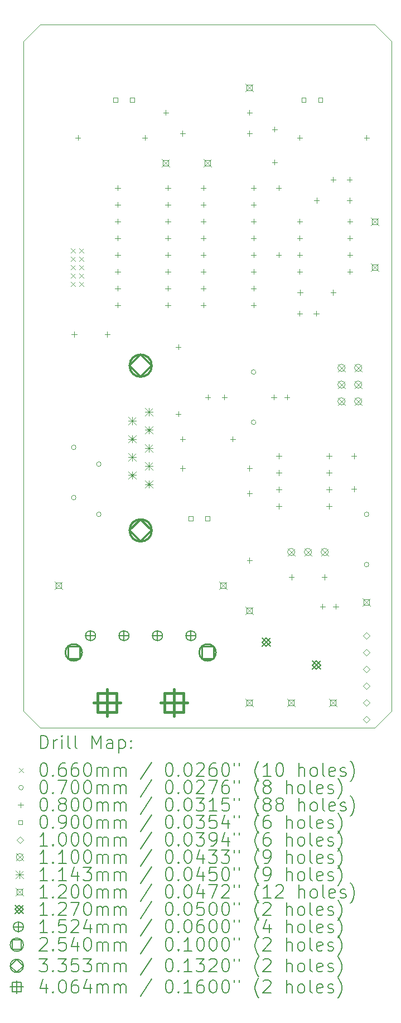
<source format=gbr>
%TF.GenerationSoftware,KiCad,Pcbnew,8.0.3*%
%TF.CreationDate,2024-08-19T01:24:25-04:00*%
%TF.ProjectId,smoke-detector-interface,736d6f6b-652d-4646-9574-6563746f722d,rev?*%
%TF.SameCoordinates,Original*%
%TF.FileFunction,Drillmap*%
%TF.FilePolarity,Positive*%
%FSLAX45Y45*%
G04 Gerber Fmt 4.5, Leading zero omitted, Abs format (unit mm)*
G04 Created by KiCad (PCBNEW 8.0.3) date 2024-08-19 01:24:25*
%MOMM*%
%LPD*%
G01*
G04 APERTURE LIST*
%ADD10C,0.050000*%
%ADD11C,0.200000*%
%ADD12C,0.100000*%
%ADD13C,0.110000*%
%ADD14C,0.114300*%
%ADD15C,0.120000*%
%ADD16C,0.127000*%
%ADD17C,0.152400*%
%ADD18C,0.254000*%
%ADD19C,0.335280*%
%ADD20C,0.406400*%
G04 APERTURE END LIST*
D10*
X15367000Y-5588000D02*
X15367000Y-15748000D01*
X15113000Y-16002000D01*
X10033000Y-16002000D01*
X9779000Y-15748000D01*
X9779000Y-5588000D01*
X10033000Y-5334000D01*
X15113000Y-5334000D01*
X15367000Y-5588000D01*
D11*
D12*
X10499980Y-8729980D02*
X10566020Y-8796020D01*
X10566020Y-8729980D02*
X10499980Y-8796020D01*
X10499980Y-8856980D02*
X10566020Y-8923020D01*
X10566020Y-8856980D02*
X10499980Y-8923020D01*
X10499980Y-8983980D02*
X10566020Y-9050020D01*
X10566020Y-8983980D02*
X10499980Y-9050020D01*
X10499980Y-9110980D02*
X10566020Y-9177020D01*
X10566020Y-9110980D02*
X10499980Y-9177020D01*
X10499980Y-9237980D02*
X10566020Y-9304020D01*
X10566020Y-9237980D02*
X10499980Y-9304020D01*
X10626980Y-8729980D02*
X10693020Y-8796020D01*
X10693020Y-8729980D02*
X10626980Y-8796020D01*
X10626980Y-8856980D02*
X10693020Y-8923020D01*
X10693020Y-8856980D02*
X10626980Y-8923020D01*
X10626980Y-8983980D02*
X10693020Y-9050020D01*
X10693020Y-8983980D02*
X10626980Y-9050020D01*
X10626980Y-9110980D02*
X10693020Y-9177020D01*
X10693020Y-9110980D02*
X10626980Y-9177020D01*
X10626980Y-9237980D02*
X10693020Y-9304020D01*
X10693020Y-9237980D02*
X10626980Y-9304020D01*
X10576000Y-11747500D02*
G75*
G02*
X10506000Y-11747500I-35000J0D01*
G01*
X10506000Y-11747500D02*
G75*
G02*
X10576000Y-11747500I35000J0D01*
G01*
X10576000Y-12509500D02*
G75*
G02*
X10506000Y-12509500I-35000J0D01*
G01*
X10506000Y-12509500D02*
G75*
G02*
X10576000Y-12509500I35000J0D01*
G01*
X10957000Y-12001500D02*
G75*
G02*
X10887000Y-12001500I-35000J0D01*
G01*
X10887000Y-12001500D02*
G75*
G02*
X10957000Y-12001500I35000J0D01*
G01*
X10957000Y-12763500D02*
G75*
G02*
X10887000Y-12763500I-35000J0D01*
G01*
X10887000Y-12763500D02*
G75*
G02*
X10957000Y-12763500I35000J0D01*
G01*
X13306500Y-10604500D02*
G75*
G02*
X13236500Y-10604500I-35000J0D01*
G01*
X13236500Y-10604500D02*
G75*
G02*
X13306500Y-10604500I35000J0D01*
G01*
X13306500Y-11366500D02*
G75*
G02*
X13236500Y-11366500I-35000J0D01*
G01*
X13236500Y-11366500D02*
G75*
G02*
X13306500Y-11366500I35000J0D01*
G01*
X15021000Y-12763500D02*
G75*
G02*
X14951000Y-12763500I-35000J0D01*
G01*
X14951000Y-12763500D02*
G75*
G02*
X15021000Y-12763500I35000J0D01*
G01*
X15021000Y-13525500D02*
G75*
G02*
X14951000Y-13525500I-35000J0D01*
G01*
X14951000Y-13525500D02*
G75*
G02*
X15021000Y-13525500I35000J0D01*
G01*
X10549000Y-9993000D02*
X10549000Y-10073000D01*
X10509000Y-10033000D02*
X10589000Y-10033000D01*
X10604500Y-7008500D02*
X10604500Y-7088500D01*
X10564500Y-7048500D02*
X10644500Y-7048500D01*
X11049000Y-9993000D02*
X11049000Y-10073000D01*
X11009000Y-10033000D02*
X11089000Y-10033000D01*
X11207500Y-7770500D02*
X11207500Y-7850500D01*
X11167500Y-7810500D02*
X11247500Y-7810500D01*
X11207500Y-8024500D02*
X11207500Y-8104500D01*
X11167500Y-8064500D02*
X11247500Y-8064500D01*
X11207500Y-8278500D02*
X11207500Y-8358500D01*
X11167500Y-8318500D02*
X11247500Y-8318500D01*
X11207500Y-8532500D02*
X11207500Y-8612500D01*
X11167500Y-8572500D02*
X11247500Y-8572500D01*
X11207500Y-8786500D02*
X11207500Y-8866500D01*
X11167500Y-8826500D02*
X11247500Y-8826500D01*
X11207500Y-9040500D02*
X11207500Y-9120500D01*
X11167500Y-9080500D02*
X11247500Y-9080500D01*
X11207500Y-9294500D02*
X11207500Y-9374500D01*
X11167500Y-9334500D02*
X11247500Y-9334500D01*
X11207500Y-9548500D02*
X11207500Y-9628500D01*
X11167500Y-9588500D02*
X11247500Y-9588500D01*
X11620500Y-7008500D02*
X11620500Y-7088500D01*
X11580500Y-7048500D02*
X11660500Y-7048500D01*
X11938000Y-6627500D02*
X11938000Y-6707500D01*
X11898000Y-6667500D02*
X11978000Y-6667500D01*
X11969500Y-7770500D02*
X11969500Y-7850500D01*
X11929500Y-7810500D02*
X12009500Y-7810500D01*
X11969500Y-8024500D02*
X11969500Y-8104500D01*
X11929500Y-8064500D02*
X12009500Y-8064500D01*
X11969500Y-8278500D02*
X11969500Y-8358500D01*
X11929500Y-8318500D02*
X12009500Y-8318500D01*
X11969500Y-8532500D02*
X11969500Y-8612500D01*
X11929500Y-8572500D02*
X12009500Y-8572500D01*
X11969500Y-8786500D02*
X11969500Y-8866500D01*
X11929500Y-8826500D02*
X12009500Y-8826500D01*
X11969500Y-9040500D02*
X11969500Y-9120500D01*
X11929500Y-9080500D02*
X12009500Y-9080500D01*
X11969500Y-9294500D02*
X11969500Y-9374500D01*
X11929500Y-9334500D02*
X12009500Y-9334500D01*
X11969500Y-9548500D02*
X11969500Y-9628500D01*
X11929500Y-9588500D02*
X12009500Y-9588500D01*
X12128500Y-10183500D02*
X12128500Y-10263500D01*
X12088500Y-10223500D02*
X12168500Y-10223500D01*
X12128500Y-11199500D02*
X12128500Y-11279500D01*
X12088500Y-11239500D02*
X12168500Y-11239500D01*
X12192000Y-6945000D02*
X12192000Y-7025000D01*
X12152000Y-6985000D02*
X12232000Y-6985000D01*
X12192000Y-11580500D02*
X12192000Y-11660500D01*
X12152000Y-11620500D02*
X12232000Y-11620500D01*
X12192000Y-12025000D02*
X12192000Y-12105000D01*
X12152000Y-12065000D02*
X12232000Y-12065000D01*
X12509500Y-7770500D02*
X12509500Y-7850500D01*
X12469500Y-7810500D02*
X12549500Y-7810500D01*
X12509500Y-8024500D02*
X12509500Y-8104500D01*
X12469500Y-8064500D02*
X12549500Y-8064500D01*
X12509500Y-8278500D02*
X12509500Y-8358500D01*
X12469500Y-8318500D02*
X12549500Y-8318500D01*
X12509500Y-8532500D02*
X12509500Y-8612500D01*
X12469500Y-8572500D02*
X12549500Y-8572500D01*
X12509500Y-8786500D02*
X12509500Y-8866500D01*
X12469500Y-8826500D02*
X12549500Y-8826500D01*
X12509500Y-9040500D02*
X12509500Y-9120500D01*
X12469500Y-9080500D02*
X12549500Y-9080500D01*
X12509500Y-9294500D02*
X12509500Y-9374500D01*
X12469500Y-9334500D02*
X12549500Y-9334500D01*
X12509500Y-9548500D02*
X12509500Y-9628500D01*
X12469500Y-9588500D02*
X12549500Y-9588500D01*
X12577000Y-10945500D02*
X12577000Y-11025500D01*
X12537000Y-10985500D02*
X12617000Y-10985500D01*
X12827000Y-10945500D02*
X12827000Y-11025500D01*
X12787000Y-10985500D02*
X12867000Y-10985500D01*
X12954000Y-11580500D02*
X12954000Y-11660500D01*
X12914000Y-11620500D02*
X12994000Y-11620500D01*
X13208000Y-6627500D02*
X13208000Y-6707500D01*
X13168000Y-6667500D02*
X13248000Y-6667500D01*
X13208000Y-6945000D02*
X13208000Y-7025000D01*
X13168000Y-6985000D02*
X13248000Y-6985000D01*
X13208000Y-12025000D02*
X13208000Y-12105000D01*
X13168000Y-12065000D02*
X13248000Y-12065000D01*
X13208000Y-12406000D02*
X13208000Y-12486000D01*
X13168000Y-12446000D02*
X13248000Y-12446000D01*
X13208000Y-13422000D02*
X13208000Y-13502000D01*
X13168000Y-13462000D02*
X13248000Y-13462000D01*
X13271500Y-7770500D02*
X13271500Y-7850500D01*
X13231500Y-7810500D02*
X13311500Y-7810500D01*
X13271500Y-8024500D02*
X13271500Y-8104500D01*
X13231500Y-8064500D02*
X13311500Y-8064500D01*
X13271500Y-8278500D02*
X13271500Y-8358500D01*
X13231500Y-8318500D02*
X13311500Y-8318500D01*
X13271500Y-8532500D02*
X13271500Y-8612500D01*
X13231500Y-8572500D02*
X13311500Y-8572500D01*
X13271500Y-8786500D02*
X13271500Y-8866500D01*
X13231500Y-8826500D02*
X13311500Y-8826500D01*
X13271500Y-9040500D02*
X13271500Y-9120500D01*
X13231500Y-9080500D02*
X13311500Y-9080500D01*
X13271500Y-9294500D02*
X13271500Y-9374500D01*
X13231500Y-9334500D02*
X13311500Y-9334500D01*
X13271500Y-9548500D02*
X13271500Y-9628500D01*
X13231500Y-9588500D02*
X13311500Y-9588500D01*
X13579500Y-10945500D02*
X13579500Y-11025500D01*
X13539500Y-10985500D02*
X13619500Y-10985500D01*
X13589000Y-6881500D02*
X13589000Y-6961500D01*
X13549000Y-6921500D02*
X13629000Y-6921500D01*
X13589000Y-7381500D02*
X13589000Y-7461500D01*
X13549000Y-7421500D02*
X13629000Y-7421500D01*
X13652500Y-7770500D02*
X13652500Y-7850500D01*
X13612500Y-7810500D02*
X13692500Y-7810500D01*
X13652500Y-8786500D02*
X13652500Y-8866500D01*
X13612500Y-8826500D02*
X13692500Y-8826500D01*
X13653500Y-11839500D02*
X13653500Y-11919500D01*
X13613500Y-11879500D02*
X13693500Y-11879500D01*
X13653500Y-12093500D02*
X13653500Y-12173500D01*
X13613500Y-12133500D02*
X13693500Y-12133500D01*
X13653500Y-12347500D02*
X13653500Y-12427500D01*
X13613500Y-12387500D02*
X13693500Y-12387500D01*
X13653500Y-12601500D02*
X13653500Y-12681500D01*
X13613500Y-12641500D02*
X13693500Y-12641500D01*
X13779500Y-10945500D02*
X13779500Y-11025500D01*
X13739500Y-10985500D02*
X13819500Y-10985500D01*
X13847000Y-13676000D02*
X13847000Y-13756000D01*
X13807000Y-13716000D02*
X13887000Y-13716000D01*
X13970000Y-7008500D02*
X13970000Y-7088500D01*
X13930000Y-7048500D02*
X14010000Y-7048500D01*
X13971000Y-8279500D02*
X13971000Y-8359500D01*
X13931000Y-8319500D02*
X14011000Y-8319500D01*
X13971000Y-8533500D02*
X13971000Y-8613500D01*
X13931000Y-8573500D02*
X14011000Y-8573500D01*
X13971000Y-8787500D02*
X13971000Y-8867500D01*
X13931000Y-8827500D02*
X14011000Y-8827500D01*
X13971000Y-9041500D02*
X13971000Y-9121500D01*
X13931000Y-9081500D02*
X14011000Y-9081500D01*
X13972000Y-9675500D02*
X13972000Y-9755500D01*
X13932000Y-9715500D02*
X14012000Y-9715500D01*
X13978000Y-9358000D02*
X13978000Y-9438000D01*
X13938000Y-9398000D02*
X14018000Y-9398000D01*
X14222000Y-9675500D02*
X14222000Y-9755500D01*
X14182000Y-9715500D02*
X14262000Y-9715500D01*
X14228000Y-7961000D02*
X14228000Y-8041000D01*
X14188000Y-8001000D02*
X14268000Y-8001000D01*
X14318989Y-14120500D02*
X14318989Y-14200500D01*
X14278989Y-14160500D02*
X14358989Y-14160500D01*
X14347000Y-13676000D02*
X14347000Y-13756000D01*
X14307000Y-13716000D02*
X14387000Y-13716000D01*
X14415500Y-11839500D02*
X14415500Y-11919500D01*
X14375500Y-11879500D02*
X14455500Y-11879500D01*
X14415500Y-12093500D02*
X14415500Y-12173500D01*
X14375500Y-12133500D02*
X14455500Y-12133500D01*
X14415500Y-12347500D02*
X14415500Y-12427500D01*
X14375500Y-12387500D02*
X14455500Y-12387500D01*
X14415500Y-12601500D02*
X14415500Y-12681500D01*
X14375500Y-12641500D02*
X14455500Y-12641500D01*
X14478000Y-7643500D02*
X14478000Y-7723500D01*
X14438000Y-7683500D02*
X14518000Y-7683500D01*
X14478000Y-9358000D02*
X14478000Y-9438000D01*
X14438000Y-9398000D02*
X14518000Y-9398000D01*
X14518989Y-14120500D02*
X14518989Y-14200500D01*
X14478989Y-14160500D02*
X14558989Y-14160500D01*
X14728000Y-7643500D02*
X14728000Y-7723500D01*
X14688000Y-7683500D02*
X14768000Y-7683500D01*
X14728000Y-7961000D02*
X14728000Y-8041000D01*
X14688000Y-8001000D02*
X14768000Y-8001000D01*
X14733000Y-8279500D02*
X14733000Y-8359500D01*
X14693000Y-8319500D02*
X14773000Y-8319500D01*
X14733000Y-8533500D02*
X14733000Y-8613500D01*
X14693000Y-8573500D02*
X14773000Y-8573500D01*
X14733000Y-8787500D02*
X14733000Y-8867500D01*
X14693000Y-8827500D02*
X14773000Y-8827500D01*
X14733000Y-9041500D02*
X14733000Y-9121500D01*
X14693000Y-9081500D02*
X14773000Y-9081500D01*
X14795500Y-11838500D02*
X14795500Y-11918500D01*
X14755500Y-11878500D02*
X14835500Y-11878500D01*
X14795500Y-12338500D02*
X14795500Y-12418500D01*
X14755500Y-12378500D02*
X14835500Y-12378500D01*
X14986000Y-7008500D02*
X14986000Y-7088500D01*
X14946000Y-7048500D02*
X15026000Y-7048500D01*
X11207320Y-6508820D02*
X11207320Y-6445180D01*
X11143680Y-6445180D01*
X11143680Y-6508820D01*
X11207320Y-6508820D01*
X11461320Y-6508820D02*
X11461320Y-6445180D01*
X11397680Y-6445180D01*
X11397680Y-6508820D01*
X11461320Y-6508820D01*
X12350820Y-12858820D02*
X12350820Y-12795180D01*
X12287180Y-12795180D01*
X12287180Y-12858820D01*
X12350820Y-12858820D01*
X12604820Y-12858820D02*
X12604820Y-12795180D01*
X12541180Y-12795180D01*
X12541180Y-12858820D01*
X12604820Y-12858820D01*
X14064820Y-6508820D02*
X14064820Y-6445180D01*
X14001180Y-6445180D01*
X14001180Y-6508820D01*
X14064820Y-6508820D01*
X14318820Y-6508820D02*
X14318820Y-6445180D01*
X14255180Y-6445180D01*
X14255180Y-6508820D01*
X14318820Y-6508820D01*
X14983500Y-14655000D02*
X15033500Y-14605000D01*
X14983500Y-14555000D01*
X14933500Y-14605000D01*
X14983500Y-14655000D01*
X14983500Y-14909000D02*
X15033500Y-14859000D01*
X14983500Y-14809000D01*
X14933500Y-14859000D01*
X14983500Y-14909000D01*
X14983500Y-15163000D02*
X15033500Y-15113000D01*
X14983500Y-15063000D01*
X14933500Y-15113000D01*
X14983500Y-15163000D01*
X14983500Y-15417000D02*
X15033500Y-15367000D01*
X14983500Y-15317000D01*
X14933500Y-15367000D01*
X14983500Y-15417000D01*
X14983500Y-15671000D02*
X15033500Y-15621000D01*
X14983500Y-15571000D01*
X14933500Y-15621000D01*
X14983500Y-15671000D01*
X14983500Y-15925000D02*
X15033500Y-15875000D01*
X14983500Y-15825000D01*
X14933500Y-15875000D01*
X14983500Y-15925000D01*
D13*
X13788000Y-13280000D02*
X13898000Y-13390000D01*
X13898000Y-13280000D02*
X13788000Y-13390000D01*
X13898000Y-13335000D02*
G75*
G02*
X13788000Y-13335000I-55000J0D01*
G01*
X13788000Y-13335000D02*
G75*
G02*
X13898000Y-13335000I55000J0D01*
G01*
X14042000Y-13280000D02*
X14152000Y-13390000D01*
X14152000Y-13280000D02*
X14042000Y-13390000D01*
X14152000Y-13335000D02*
G75*
G02*
X14042000Y-13335000I-55000J0D01*
G01*
X14042000Y-13335000D02*
G75*
G02*
X14152000Y-13335000I55000J0D01*
G01*
X14296000Y-13280000D02*
X14406000Y-13390000D01*
X14406000Y-13280000D02*
X14296000Y-13390000D01*
X14406000Y-13335000D02*
G75*
G02*
X14296000Y-13335000I-55000J0D01*
G01*
X14296000Y-13335000D02*
G75*
G02*
X14406000Y-13335000I55000J0D01*
G01*
X14550000Y-10486000D02*
X14660000Y-10596000D01*
X14660000Y-10486000D02*
X14550000Y-10596000D01*
X14660000Y-10541000D02*
G75*
G02*
X14550000Y-10541000I-55000J0D01*
G01*
X14550000Y-10541000D02*
G75*
G02*
X14660000Y-10541000I55000J0D01*
G01*
X14550000Y-10740000D02*
X14660000Y-10850000D01*
X14660000Y-10740000D02*
X14550000Y-10850000D01*
X14660000Y-10795000D02*
G75*
G02*
X14550000Y-10795000I-55000J0D01*
G01*
X14550000Y-10795000D02*
G75*
G02*
X14660000Y-10795000I55000J0D01*
G01*
X14550000Y-10994000D02*
X14660000Y-11104000D01*
X14660000Y-10994000D02*
X14550000Y-11104000D01*
X14660000Y-11049000D02*
G75*
G02*
X14550000Y-11049000I-55000J0D01*
G01*
X14550000Y-11049000D02*
G75*
G02*
X14660000Y-11049000I55000J0D01*
G01*
X14804000Y-10486000D02*
X14914000Y-10596000D01*
X14914000Y-10486000D02*
X14804000Y-10596000D01*
X14914000Y-10541000D02*
G75*
G02*
X14804000Y-10541000I-55000J0D01*
G01*
X14804000Y-10541000D02*
G75*
G02*
X14914000Y-10541000I55000J0D01*
G01*
X14804000Y-10740000D02*
X14914000Y-10850000D01*
X14914000Y-10740000D02*
X14804000Y-10850000D01*
X14914000Y-10795000D02*
G75*
G02*
X14804000Y-10795000I-55000J0D01*
G01*
X14804000Y-10795000D02*
G75*
G02*
X14914000Y-10795000I55000J0D01*
G01*
X14804000Y-10994000D02*
X14914000Y-11104000D01*
X14914000Y-10994000D02*
X14804000Y-11104000D01*
X14914000Y-11049000D02*
G75*
G02*
X14804000Y-11049000I-55000J0D01*
G01*
X14804000Y-11049000D02*
G75*
G02*
X14914000Y-11049000I55000J0D01*
G01*
D14*
X11372850Y-11289510D02*
X11487150Y-11403810D01*
X11487150Y-11289510D02*
X11372850Y-11403810D01*
X11430000Y-11289510D02*
X11430000Y-11403810D01*
X11372850Y-11346660D02*
X11487150Y-11346660D01*
X11372850Y-11563510D02*
X11487150Y-11677810D01*
X11487150Y-11563510D02*
X11372850Y-11677810D01*
X11430000Y-11563510D02*
X11430000Y-11677810D01*
X11372850Y-11620660D02*
X11487150Y-11620660D01*
X11372850Y-11837510D02*
X11487150Y-11951810D01*
X11487150Y-11837510D02*
X11372850Y-11951810D01*
X11430000Y-11837510D02*
X11430000Y-11951810D01*
X11372850Y-11894660D02*
X11487150Y-11894660D01*
X11372850Y-12111510D02*
X11487150Y-12225810D01*
X11487150Y-12111510D02*
X11372850Y-12225810D01*
X11430000Y-12111510D02*
X11430000Y-12225810D01*
X11372850Y-12168660D02*
X11487150Y-12168660D01*
X11626850Y-11152510D02*
X11741150Y-11266810D01*
X11741150Y-11152510D02*
X11626850Y-11266810D01*
X11684000Y-11152510D02*
X11684000Y-11266810D01*
X11626850Y-11209660D02*
X11741150Y-11209660D01*
X11626850Y-11426510D02*
X11741150Y-11540810D01*
X11741150Y-11426510D02*
X11626850Y-11540810D01*
X11684000Y-11426510D02*
X11684000Y-11540810D01*
X11626850Y-11483660D02*
X11741150Y-11483660D01*
X11626850Y-11700510D02*
X11741150Y-11814810D01*
X11741150Y-11700510D02*
X11626850Y-11814810D01*
X11684000Y-11700510D02*
X11684000Y-11814810D01*
X11626850Y-11757660D02*
X11741150Y-11757660D01*
X11626850Y-11974510D02*
X11741150Y-12088810D01*
X11741150Y-11974510D02*
X11626850Y-12088810D01*
X11684000Y-11974510D02*
X11684000Y-12088810D01*
X11626850Y-12031660D02*
X11741150Y-12031660D01*
X11626850Y-12248510D02*
X11741150Y-12362810D01*
X11741150Y-12248510D02*
X11626850Y-12362810D01*
X11684000Y-12248510D02*
X11684000Y-12362810D01*
X11626850Y-12305660D02*
X11741150Y-12305660D01*
D15*
X10247000Y-13783000D02*
X10367000Y-13903000D01*
X10367000Y-13783000D02*
X10247000Y-13903000D01*
X10349427Y-13885427D02*
X10349427Y-13800573D01*
X10264573Y-13800573D01*
X10264573Y-13885427D01*
X10349427Y-13885427D01*
X11878000Y-7369500D02*
X11998000Y-7489500D01*
X11998000Y-7369500D02*
X11878000Y-7489500D01*
X11980427Y-7471927D02*
X11980427Y-7387073D01*
X11895573Y-7387073D01*
X11895573Y-7471927D01*
X11980427Y-7471927D01*
X12513000Y-7369500D02*
X12633000Y-7489500D01*
X12633000Y-7369500D02*
X12513000Y-7489500D01*
X12615427Y-7471927D02*
X12615427Y-7387073D01*
X12530573Y-7387073D01*
X12530573Y-7471927D01*
X12615427Y-7471927D01*
X12747000Y-13783000D02*
X12867000Y-13903000D01*
X12867000Y-13783000D02*
X12747000Y-13903000D01*
X12849427Y-13885427D02*
X12849427Y-13800573D01*
X12764573Y-13800573D01*
X12764573Y-13885427D01*
X12849427Y-13885427D01*
X13148000Y-6226500D02*
X13268000Y-6346500D01*
X13268000Y-6226500D02*
X13148000Y-6346500D01*
X13250427Y-6328927D02*
X13250427Y-6244073D01*
X13165573Y-6244073D01*
X13165573Y-6328927D01*
X13250427Y-6328927D01*
X13148000Y-14164000D02*
X13268000Y-14284000D01*
X13268000Y-14164000D02*
X13148000Y-14284000D01*
X13250427Y-14266427D02*
X13250427Y-14181573D01*
X13165573Y-14181573D01*
X13165573Y-14266427D01*
X13250427Y-14266427D01*
X13148000Y-15561000D02*
X13268000Y-15681000D01*
X13268000Y-15561000D02*
X13148000Y-15681000D01*
X13250427Y-15663427D02*
X13250427Y-15578573D01*
X13165573Y-15578573D01*
X13165573Y-15663427D01*
X13250427Y-15663427D01*
X13783000Y-15561000D02*
X13903000Y-15681000D01*
X13903000Y-15561000D02*
X13783000Y-15681000D01*
X13885427Y-15663427D02*
X13885427Y-15578573D01*
X13800573Y-15578573D01*
X13800573Y-15663427D01*
X13885427Y-15663427D01*
X14418000Y-15561000D02*
X14538000Y-15681000D01*
X14538000Y-15561000D02*
X14418000Y-15681000D01*
X14520427Y-15663427D02*
X14520427Y-15578573D01*
X14435573Y-15578573D01*
X14435573Y-15663427D01*
X14520427Y-15663427D01*
X14926000Y-14037000D02*
X15046000Y-14157000D01*
X15046000Y-14037000D02*
X14926000Y-14157000D01*
X15028427Y-14139427D02*
X15028427Y-14054573D01*
X14943573Y-14054573D01*
X14943573Y-14139427D01*
X15028427Y-14139427D01*
X15053000Y-8258500D02*
X15173000Y-8378500D01*
X15173000Y-8258500D02*
X15053000Y-8378500D01*
X15155427Y-8360927D02*
X15155427Y-8276073D01*
X15070573Y-8276073D01*
X15070573Y-8360927D01*
X15155427Y-8360927D01*
X15053000Y-8957000D02*
X15173000Y-9077000D01*
X15173000Y-8957000D02*
X15053000Y-9077000D01*
X15155427Y-9059427D02*
X15155427Y-8974573D01*
X15070573Y-8974573D01*
X15070573Y-9059427D01*
X15155427Y-9059427D01*
D16*
X13398500Y-14640560D02*
X13525500Y-14767560D01*
X13525500Y-14640560D02*
X13398500Y-14767560D01*
X13462000Y-14767560D02*
X13525500Y-14704060D01*
X13462000Y-14640560D01*
X13398500Y-14704060D01*
X13462000Y-14767560D01*
X14160500Y-14986000D02*
X14287500Y-15113000D01*
X14287500Y-14986000D02*
X14160500Y-15113000D01*
X14224000Y-15113000D02*
X14287500Y-15049500D01*
X14224000Y-14986000D01*
X14160500Y-15049500D01*
X14224000Y-15113000D01*
D17*
X10795000Y-14528800D02*
X10795000Y-14681200D01*
X10718800Y-14605000D02*
X10871200Y-14605000D01*
X10871200Y-14605000D02*
G75*
G02*
X10718800Y-14605000I-76200J0D01*
G01*
X10718800Y-14605000D02*
G75*
G02*
X10871200Y-14605000I76200J0D01*
G01*
X11303000Y-14528800D02*
X11303000Y-14681200D01*
X11226800Y-14605000D02*
X11379200Y-14605000D01*
X11379200Y-14605000D02*
G75*
G02*
X11226800Y-14605000I-76200J0D01*
G01*
X11226800Y-14605000D02*
G75*
G02*
X11379200Y-14605000I76200J0D01*
G01*
X11811000Y-14528800D02*
X11811000Y-14681200D01*
X11734800Y-14605000D02*
X11887200Y-14605000D01*
X11887200Y-14605000D02*
G75*
G02*
X11734800Y-14605000I-76200J0D01*
G01*
X11734800Y-14605000D02*
G75*
G02*
X11887200Y-14605000I76200J0D01*
G01*
X12319000Y-14528800D02*
X12319000Y-14681200D01*
X12242800Y-14605000D02*
X12395200Y-14605000D01*
X12395200Y-14605000D02*
G75*
G02*
X12242800Y-14605000I-76200J0D01*
G01*
X12242800Y-14605000D02*
G75*
G02*
X12395200Y-14605000I76200J0D01*
G01*
D18*
X10630803Y-14948803D02*
X10630803Y-14769197D01*
X10451197Y-14769197D01*
X10451197Y-14948803D01*
X10630803Y-14948803D01*
X10668000Y-14859000D02*
G75*
G02*
X10414000Y-14859000I-127000J0D01*
G01*
X10414000Y-14859000D02*
G75*
G02*
X10668000Y-14859000I127000J0D01*
G01*
X12662803Y-14948803D02*
X12662803Y-14769197D01*
X12483197Y-14769197D01*
X12483197Y-14948803D01*
X12662803Y-14948803D01*
X12700000Y-14859000D02*
G75*
G02*
X12446000Y-14859000I-127000J0D01*
G01*
X12446000Y-14859000D02*
G75*
G02*
X12700000Y-14859000I127000J0D01*
G01*
D19*
X11557000Y-10675800D02*
X11724640Y-10508160D01*
X11557000Y-10340520D01*
X11389360Y-10508160D01*
X11557000Y-10675800D01*
X11724640Y-10508160D02*
G75*
G02*
X11389360Y-10508160I-167640J0D01*
G01*
X11389360Y-10508160D02*
G75*
G02*
X11724640Y-10508160I167640J0D01*
G01*
X11557000Y-13174800D02*
X11724640Y-13007160D01*
X11557000Y-12839520D01*
X11389360Y-13007160D01*
X11557000Y-13174800D01*
X11724640Y-13007160D02*
G75*
G02*
X11389360Y-13007160I-167640J0D01*
G01*
X11389360Y-13007160D02*
G75*
G02*
X11724640Y-13007160I167640J0D01*
G01*
D20*
X11049000Y-15417800D02*
X11049000Y-15824200D01*
X10845800Y-15621000D02*
X11252200Y-15621000D01*
X11192685Y-15764685D02*
X11192685Y-15477314D01*
X10905315Y-15477314D01*
X10905315Y-15764685D01*
X11192685Y-15764685D01*
X12065000Y-15417800D02*
X12065000Y-15824200D01*
X11861800Y-15621000D02*
X12268200Y-15621000D01*
X12208685Y-15764685D02*
X12208685Y-15477314D01*
X11921314Y-15477314D01*
X11921314Y-15764685D01*
X12208685Y-15764685D01*
D11*
X10037277Y-16315984D02*
X10037277Y-16115984D01*
X10037277Y-16115984D02*
X10084896Y-16115984D01*
X10084896Y-16115984D02*
X10113467Y-16125508D01*
X10113467Y-16125508D02*
X10132515Y-16144555D01*
X10132515Y-16144555D02*
X10142039Y-16163603D01*
X10142039Y-16163603D02*
X10151563Y-16201698D01*
X10151563Y-16201698D02*
X10151563Y-16230269D01*
X10151563Y-16230269D02*
X10142039Y-16268365D01*
X10142039Y-16268365D02*
X10132515Y-16287412D01*
X10132515Y-16287412D02*
X10113467Y-16306460D01*
X10113467Y-16306460D02*
X10084896Y-16315984D01*
X10084896Y-16315984D02*
X10037277Y-16315984D01*
X10237277Y-16315984D02*
X10237277Y-16182650D01*
X10237277Y-16220746D02*
X10246801Y-16201698D01*
X10246801Y-16201698D02*
X10256324Y-16192174D01*
X10256324Y-16192174D02*
X10275372Y-16182650D01*
X10275372Y-16182650D02*
X10294420Y-16182650D01*
X10361086Y-16315984D02*
X10361086Y-16182650D01*
X10361086Y-16115984D02*
X10351563Y-16125508D01*
X10351563Y-16125508D02*
X10361086Y-16135031D01*
X10361086Y-16135031D02*
X10370610Y-16125508D01*
X10370610Y-16125508D02*
X10361086Y-16115984D01*
X10361086Y-16115984D02*
X10361086Y-16135031D01*
X10484896Y-16315984D02*
X10465848Y-16306460D01*
X10465848Y-16306460D02*
X10456324Y-16287412D01*
X10456324Y-16287412D02*
X10456324Y-16115984D01*
X10589658Y-16315984D02*
X10570610Y-16306460D01*
X10570610Y-16306460D02*
X10561086Y-16287412D01*
X10561086Y-16287412D02*
X10561086Y-16115984D01*
X10818229Y-16315984D02*
X10818229Y-16115984D01*
X10818229Y-16115984D02*
X10884896Y-16258841D01*
X10884896Y-16258841D02*
X10951563Y-16115984D01*
X10951563Y-16115984D02*
X10951563Y-16315984D01*
X11132515Y-16315984D02*
X11132515Y-16211222D01*
X11132515Y-16211222D02*
X11122991Y-16192174D01*
X11122991Y-16192174D02*
X11103944Y-16182650D01*
X11103944Y-16182650D02*
X11065848Y-16182650D01*
X11065848Y-16182650D02*
X11046801Y-16192174D01*
X11132515Y-16306460D02*
X11113467Y-16315984D01*
X11113467Y-16315984D02*
X11065848Y-16315984D01*
X11065848Y-16315984D02*
X11046801Y-16306460D01*
X11046801Y-16306460D02*
X11037277Y-16287412D01*
X11037277Y-16287412D02*
X11037277Y-16268365D01*
X11037277Y-16268365D02*
X11046801Y-16249317D01*
X11046801Y-16249317D02*
X11065848Y-16239793D01*
X11065848Y-16239793D02*
X11113467Y-16239793D01*
X11113467Y-16239793D02*
X11132515Y-16230269D01*
X11227753Y-16182650D02*
X11227753Y-16382650D01*
X11227753Y-16192174D02*
X11246801Y-16182650D01*
X11246801Y-16182650D02*
X11284896Y-16182650D01*
X11284896Y-16182650D02*
X11303943Y-16192174D01*
X11303943Y-16192174D02*
X11313467Y-16201698D01*
X11313467Y-16201698D02*
X11322991Y-16220746D01*
X11322991Y-16220746D02*
X11322991Y-16277888D01*
X11322991Y-16277888D02*
X11313467Y-16296936D01*
X11313467Y-16296936D02*
X11303943Y-16306460D01*
X11303943Y-16306460D02*
X11284896Y-16315984D01*
X11284896Y-16315984D02*
X11246801Y-16315984D01*
X11246801Y-16315984D02*
X11227753Y-16306460D01*
X11408705Y-16296936D02*
X11418229Y-16306460D01*
X11418229Y-16306460D02*
X11408705Y-16315984D01*
X11408705Y-16315984D02*
X11399182Y-16306460D01*
X11399182Y-16306460D02*
X11408705Y-16296936D01*
X11408705Y-16296936D02*
X11408705Y-16315984D01*
X11408705Y-16192174D02*
X11418229Y-16201698D01*
X11418229Y-16201698D02*
X11408705Y-16211222D01*
X11408705Y-16211222D02*
X11399182Y-16201698D01*
X11399182Y-16201698D02*
X11408705Y-16192174D01*
X11408705Y-16192174D02*
X11408705Y-16211222D01*
D12*
X9710460Y-16611480D02*
X9776500Y-16677520D01*
X9776500Y-16611480D02*
X9710460Y-16677520D01*
D11*
X10075372Y-16535984D02*
X10094420Y-16535984D01*
X10094420Y-16535984D02*
X10113467Y-16545508D01*
X10113467Y-16545508D02*
X10122991Y-16555031D01*
X10122991Y-16555031D02*
X10132515Y-16574079D01*
X10132515Y-16574079D02*
X10142039Y-16612174D01*
X10142039Y-16612174D02*
X10142039Y-16659793D01*
X10142039Y-16659793D02*
X10132515Y-16697888D01*
X10132515Y-16697888D02*
X10122991Y-16716936D01*
X10122991Y-16716936D02*
X10113467Y-16726460D01*
X10113467Y-16726460D02*
X10094420Y-16735984D01*
X10094420Y-16735984D02*
X10075372Y-16735984D01*
X10075372Y-16735984D02*
X10056324Y-16726460D01*
X10056324Y-16726460D02*
X10046801Y-16716936D01*
X10046801Y-16716936D02*
X10037277Y-16697888D01*
X10037277Y-16697888D02*
X10027753Y-16659793D01*
X10027753Y-16659793D02*
X10027753Y-16612174D01*
X10027753Y-16612174D02*
X10037277Y-16574079D01*
X10037277Y-16574079D02*
X10046801Y-16555031D01*
X10046801Y-16555031D02*
X10056324Y-16545508D01*
X10056324Y-16545508D02*
X10075372Y-16535984D01*
X10227753Y-16716936D02*
X10237277Y-16726460D01*
X10237277Y-16726460D02*
X10227753Y-16735984D01*
X10227753Y-16735984D02*
X10218229Y-16726460D01*
X10218229Y-16726460D02*
X10227753Y-16716936D01*
X10227753Y-16716936D02*
X10227753Y-16735984D01*
X10408705Y-16535984D02*
X10370610Y-16535984D01*
X10370610Y-16535984D02*
X10351563Y-16545508D01*
X10351563Y-16545508D02*
X10342039Y-16555031D01*
X10342039Y-16555031D02*
X10322991Y-16583603D01*
X10322991Y-16583603D02*
X10313467Y-16621698D01*
X10313467Y-16621698D02*
X10313467Y-16697888D01*
X10313467Y-16697888D02*
X10322991Y-16716936D01*
X10322991Y-16716936D02*
X10332515Y-16726460D01*
X10332515Y-16726460D02*
X10351563Y-16735984D01*
X10351563Y-16735984D02*
X10389658Y-16735984D01*
X10389658Y-16735984D02*
X10408705Y-16726460D01*
X10408705Y-16726460D02*
X10418229Y-16716936D01*
X10418229Y-16716936D02*
X10427753Y-16697888D01*
X10427753Y-16697888D02*
X10427753Y-16650269D01*
X10427753Y-16650269D02*
X10418229Y-16631222D01*
X10418229Y-16631222D02*
X10408705Y-16621698D01*
X10408705Y-16621698D02*
X10389658Y-16612174D01*
X10389658Y-16612174D02*
X10351563Y-16612174D01*
X10351563Y-16612174D02*
X10332515Y-16621698D01*
X10332515Y-16621698D02*
X10322991Y-16631222D01*
X10322991Y-16631222D02*
X10313467Y-16650269D01*
X10599182Y-16535984D02*
X10561086Y-16535984D01*
X10561086Y-16535984D02*
X10542039Y-16545508D01*
X10542039Y-16545508D02*
X10532515Y-16555031D01*
X10532515Y-16555031D02*
X10513467Y-16583603D01*
X10513467Y-16583603D02*
X10503944Y-16621698D01*
X10503944Y-16621698D02*
X10503944Y-16697888D01*
X10503944Y-16697888D02*
X10513467Y-16716936D01*
X10513467Y-16716936D02*
X10522991Y-16726460D01*
X10522991Y-16726460D02*
X10542039Y-16735984D01*
X10542039Y-16735984D02*
X10580134Y-16735984D01*
X10580134Y-16735984D02*
X10599182Y-16726460D01*
X10599182Y-16726460D02*
X10608705Y-16716936D01*
X10608705Y-16716936D02*
X10618229Y-16697888D01*
X10618229Y-16697888D02*
X10618229Y-16650269D01*
X10618229Y-16650269D02*
X10608705Y-16631222D01*
X10608705Y-16631222D02*
X10599182Y-16621698D01*
X10599182Y-16621698D02*
X10580134Y-16612174D01*
X10580134Y-16612174D02*
X10542039Y-16612174D01*
X10542039Y-16612174D02*
X10522991Y-16621698D01*
X10522991Y-16621698D02*
X10513467Y-16631222D01*
X10513467Y-16631222D02*
X10503944Y-16650269D01*
X10742039Y-16535984D02*
X10761086Y-16535984D01*
X10761086Y-16535984D02*
X10780134Y-16545508D01*
X10780134Y-16545508D02*
X10789658Y-16555031D01*
X10789658Y-16555031D02*
X10799182Y-16574079D01*
X10799182Y-16574079D02*
X10808705Y-16612174D01*
X10808705Y-16612174D02*
X10808705Y-16659793D01*
X10808705Y-16659793D02*
X10799182Y-16697888D01*
X10799182Y-16697888D02*
X10789658Y-16716936D01*
X10789658Y-16716936D02*
X10780134Y-16726460D01*
X10780134Y-16726460D02*
X10761086Y-16735984D01*
X10761086Y-16735984D02*
X10742039Y-16735984D01*
X10742039Y-16735984D02*
X10722991Y-16726460D01*
X10722991Y-16726460D02*
X10713467Y-16716936D01*
X10713467Y-16716936D02*
X10703944Y-16697888D01*
X10703944Y-16697888D02*
X10694420Y-16659793D01*
X10694420Y-16659793D02*
X10694420Y-16612174D01*
X10694420Y-16612174D02*
X10703944Y-16574079D01*
X10703944Y-16574079D02*
X10713467Y-16555031D01*
X10713467Y-16555031D02*
X10722991Y-16545508D01*
X10722991Y-16545508D02*
X10742039Y-16535984D01*
X10894420Y-16735984D02*
X10894420Y-16602650D01*
X10894420Y-16621698D02*
X10903944Y-16612174D01*
X10903944Y-16612174D02*
X10922991Y-16602650D01*
X10922991Y-16602650D02*
X10951563Y-16602650D01*
X10951563Y-16602650D02*
X10970610Y-16612174D01*
X10970610Y-16612174D02*
X10980134Y-16631222D01*
X10980134Y-16631222D02*
X10980134Y-16735984D01*
X10980134Y-16631222D02*
X10989658Y-16612174D01*
X10989658Y-16612174D02*
X11008705Y-16602650D01*
X11008705Y-16602650D02*
X11037277Y-16602650D01*
X11037277Y-16602650D02*
X11056325Y-16612174D01*
X11056325Y-16612174D02*
X11065848Y-16631222D01*
X11065848Y-16631222D02*
X11065848Y-16735984D01*
X11161086Y-16735984D02*
X11161086Y-16602650D01*
X11161086Y-16621698D02*
X11170610Y-16612174D01*
X11170610Y-16612174D02*
X11189658Y-16602650D01*
X11189658Y-16602650D02*
X11218229Y-16602650D01*
X11218229Y-16602650D02*
X11237277Y-16612174D01*
X11237277Y-16612174D02*
X11246801Y-16631222D01*
X11246801Y-16631222D02*
X11246801Y-16735984D01*
X11246801Y-16631222D02*
X11256324Y-16612174D01*
X11256324Y-16612174D02*
X11275372Y-16602650D01*
X11275372Y-16602650D02*
X11303943Y-16602650D01*
X11303943Y-16602650D02*
X11322991Y-16612174D01*
X11322991Y-16612174D02*
X11332515Y-16631222D01*
X11332515Y-16631222D02*
X11332515Y-16735984D01*
X11722991Y-16526460D02*
X11551563Y-16783603D01*
X11980134Y-16535984D02*
X11999182Y-16535984D01*
X11999182Y-16535984D02*
X12018229Y-16545508D01*
X12018229Y-16545508D02*
X12027753Y-16555031D01*
X12027753Y-16555031D02*
X12037277Y-16574079D01*
X12037277Y-16574079D02*
X12046801Y-16612174D01*
X12046801Y-16612174D02*
X12046801Y-16659793D01*
X12046801Y-16659793D02*
X12037277Y-16697888D01*
X12037277Y-16697888D02*
X12027753Y-16716936D01*
X12027753Y-16716936D02*
X12018229Y-16726460D01*
X12018229Y-16726460D02*
X11999182Y-16735984D01*
X11999182Y-16735984D02*
X11980134Y-16735984D01*
X11980134Y-16735984D02*
X11961086Y-16726460D01*
X11961086Y-16726460D02*
X11951563Y-16716936D01*
X11951563Y-16716936D02*
X11942039Y-16697888D01*
X11942039Y-16697888D02*
X11932515Y-16659793D01*
X11932515Y-16659793D02*
X11932515Y-16612174D01*
X11932515Y-16612174D02*
X11942039Y-16574079D01*
X11942039Y-16574079D02*
X11951563Y-16555031D01*
X11951563Y-16555031D02*
X11961086Y-16545508D01*
X11961086Y-16545508D02*
X11980134Y-16535984D01*
X12132515Y-16716936D02*
X12142039Y-16726460D01*
X12142039Y-16726460D02*
X12132515Y-16735984D01*
X12132515Y-16735984D02*
X12122991Y-16726460D01*
X12122991Y-16726460D02*
X12132515Y-16716936D01*
X12132515Y-16716936D02*
X12132515Y-16735984D01*
X12265848Y-16535984D02*
X12284896Y-16535984D01*
X12284896Y-16535984D02*
X12303944Y-16545508D01*
X12303944Y-16545508D02*
X12313467Y-16555031D01*
X12313467Y-16555031D02*
X12322991Y-16574079D01*
X12322991Y-16574079D02*
X12332515Y-16612174D01*
X12332515Y-16612174D02*
X12332515Y-16659793D01*
X12332515Y-16659793D02*
X12322991Y-16697888D01*
X12322991Y-16697888D02*
X12313467Y-16716936D01*
X12313467Y-16716936D02*
X12303944Y-16726460D01*
X12303944Y-16726460D02*
X12284896Y-16735984D01*
X12284896Y-16735984D02*
X12265848Y-16735984D01*
X12265848Y-16735984D02*
X12246801Y-16726460D01*
X12246801Y-16726460D02*
X12237277Y-16716936D01*
X12237277Y-16716936D02*
X12227753Y-16697888D01*
X12227753Y-16697888D02*
X12218229Y-16659793D01*
X12218229Y-16659793D02*
X12218229Y-16612174D01*
X12218229Y-16612174D02*
X12227753Y-16574079D01*
X12227753Y-16574079D02*
X12237277Y-16555031D01*
X12237277Y-16555031D02*
X12246801Y-16545508D01*
X12246801Y-16545508D02*
X12265848Y-16535984D01*
X12408706Y-16555031D02*
X12418229Y-16545508D01*
X12418229Y-16545508D02*
X12437277Y-16535984D01*
X12437277Y-16535984D02*
X12484896Y-16535984D01*
X12484896Y-16535984D02*
X12503944Y-16545508D01*
X12503944Y-16545508D02*
X12513467Y-16555031D01*
X12513467Y-16555031D02*
X12522991Y-16574079D01*
X12522991Y-16574079D02*
X12522991Y-16593127D01*
X12522991Y-16593127D02*
X12513467Y-16621698D01*
X12513467Y-16621698D02*
X12399182Y-16735984D01*
X12399182Y-16735984D02*
X12522991Y-16735984D01*
X12694420Y-16535984D02*
X12656325Y-16535984D01*
X12656325Y-16535984D02*
X12637277Y-16545508D01*
X12637277Y-16545508D02*
X12627753Y-16555031D01*
X12627753Y-16555031D02*
X12608706Y-16583603D01*
X12608706Y-16583603D02*
X12599182Y-16621698D01*
X12599182Y-16621698D02*
X12599182Y-16697888D01*
X12599182Y-16697888D02*
X12608706Y-16716936D01*
X12608706Y-16716936D02*
X12618229Y-16726460D01*
X12618229Y-16726460D02*
X12637277Y-16735984D01*
X12637277Y-16735984D02*
X12675372Y-16735984D01*
X12675372Y-16735984D02*
X12694420Y-16726460D01*
X12694420Y-16726460D02*
X12703944Y-16716936D01*
X12703944Y-16716936D02*
X12713467Y-16697888D01*
X12713467Y-16697888D02*
X12713467Y-16650269D01*
X12713467Y-16650269D02*
X12703944Y-16631222D01*
X12703944Y-16631222D02*
X12694420Y-16621698D01*
X12694420Y-16621698D02*
X12675372Y-16612174D01*
X12675372Y-16612174D02*
X12637277Y-16612174D01*
X12637277Y-16612174D02*
X12618229Y-16621698D01*
X12618229Y-16621698D02*
X12608706Y-16631222D01*
X12608706Y-16631222D02*
X12599182Y-16650269D01*
X12837277Y-16535984D02*
X12856325Y-16535984D01*
X12856325Y-16535984D02*
X12875372Y-16545508D01*
X12875372Y-16545508D02*
X12884896Y-16555031D01*
X12884896Y-16555031D02*
X12894420Y-16574079D01*
X12894420Y-16574079D02*
X12903944Y-16612174D01*
X12903944Y-16612174D02*
X12903944Y-16659793D01*
X12903944Y-16659793D02*
X12894420Y-16697888D01*
X12894420Y-16697888D02*
X12884896Y-16716936D01*
X12884896Y-16716936D02*
X12875372Y-16726460D01*
X12875372Y-16726460D02*
X12856325Y-16735984D01*
X12856325Y-16735984D02*
X12837277Y-16735984D01*
X12837277Y-16735984D02*
X12818229Y-16726460D01*
X12818229Y-16726460D02*
X12808706Y-16716936D01*
X12808706Y-16716936D02*
X12799182Y-16697888D01*
X12799182Y-16697888D02*
X12789658Y-16659793D01*
X12789658Y-16659793D02*
X12789658Y-16612174D01*
X12789658Y-16612174D02*
X12799182Y-16574079D01*
X12799182Y-16574079D02*
X12808706Y-16555031D01*
X12808706Y-16555031D02*
X12818229Y-16545508D01*
X12818229Y-16545508D02*
X12837277Y-16535984D01*
X12980134Y-16535984D02*
X12980134Y-16574079D01*
X13056325Y-16535984D02*
X13056325Y-16574079D01*
X13351563Y-16812174D02*
X13342039Y-16802650D01*
X13342039Y-16802650D02*
X13322991Y-16774079D01*
X13322991Y-16774079D02*
X13313468Y-16755031D01*
X13313468Y-16755031D02*
X13303944Y-16726460D01*
X13303944Y-16726460D02*
X13294420Y-16678841D01*
X13294420Y-16678841D02*
X13294420Y-16640746D01*
X13294420Y-16640746D02*
X13303944Y-16593127D01*
X13303944Y-16593127D02*
X13313468Y-16564555D01*
X13313468Y-16564555D02*
X13322991Y-16545508D01*
X13322991Y-16545508D02*
X13342039Y-16516936D01*
X13342039Y-16516936D02*
X13351563Y-16507412D01*
X13532515Y-16735984D02*
X13418229Y-16735984D01*
X13475372Y-16735984D02*
X13475372Y-16535984D01*
X13475372Y-16535984D02*
X13456325Y-16564555D01*
X13456325Y-16564555D02*
X13437277Y-16583603D01*
X13437277Y-16583603D02*
X13418229Y-16593127D01*
X13656325Y-16535984D02*
X13675372Y-16535984D01*
X13675372Y-16535984D02*
X13694420Y-16545508D01*
X13694420Y-16545508D02*
X13703944Y-16555031D01*
X13703944Y-16555031D02*
X13713468Y-16574079D01*
X13713468Y-16574079D02*
X13722991Y-16612174D01*
X13722991Y-16612174D02*
X13722991Y-16659793D01*
X13722991Y-16659793D02*
X13713468Y-16697888D01*
X13713468Y-16697888D02*
X13703944Y-16716936D01*
X13703944Y-16716936D02*
X13694420Y-16726460D01*
X13694420Y-16726460D02*
X13675372Y-16735984D01*
X13675372Y-16735984D02*
X13656325Y-16735984D01*
X13656325Y-16735984D02*
X13637277Y-16726460D01*
X13637277Y-16726460D02*
X13627753Y-16716936D01*
X13627753Y-16716936D02*
X13618229Y-16697888D01*
X13618229Y-16697888D02*
X13608706Y-16659793D01*
X13608706Y-16659793D02*
X13608706Y-16612174D01*
X13608706Y-16612174D02*
X13618229Y-16574079D01*
X13618229Y-16574079D02*
X13627753Y-16555031D01*
X13627753Y-16555031D02*
X13637277Y-16545508D01*
X13637277Y-16545508D02*
X13656325Y-16535984D01*
X13961087Y-16735984D02*
X13961087Y-16535984D01*
X14046801Y-16735984D02*
X14046801Y-16631222D01*
X14046801Y-16631222D02*
X14037277Y-16612174D01*
X14037277Y-16612174D02*
X14018230Y-16602650D01*
X14018230Y-16602650D02*
X13989658Y-16602650D01*
X13989658Y-16602650D02*
X13970610Y-16612174D01*
X13970610Y-16612174D02*
X13961087Y-16621698D01*
X14170610Y-16735984D02*
X14151563Y-16726460D01*
X14151563Y-16726460D02*
X14142039Y-16716936D01*
X14142039Y-16716936D02*
X14132515Y-16697888D01*
X14132515Y-16697888D02*
X14132515Y-16640746D01*
X14132515Y-16640746D02*
X14142039Y-16621698D01*
X14142039Y-16621698D02*
X14151563Y-16612174D01*
X14151563Y-16612174D02*
X14170610Y-16602650D01*
X14170610Y-16602650D02*
X14199182Y-16602650D01*
X14199182Y-16602650D02*
X14218230Y-16612174D01*
X14218230Y-16612174D02*
X14227753Y-16621698D01*
X14227753Y-16621698D02*
X14237277Y-16640746D01*
X14237277Y-16640746D02*
X14237277Y-16697888D01*
X14237277Y-16697888D02*
X14227753Y-16716936D01*
X14227753Y-16716936D02*
X14218230Y-16726460D01*
X14218230Y-16726460D02*
X14199182Y-16735984D01*
X14199182Y-16735984D02*
X14170610Y-16735984D01*
X14351563Y-16735984D02*
X14332515Y-16726460D01*
X14332515Y-16726460D02*
X14322991Y-16707412D01*
X14322991Y-16707412D02*
X14322991Y-16535984D01*
X14503944Y-16726460D02*
X14484896Y-16735984D01*
X14484896Y-16735984D02*
X14446801Y-16735984D01*
X14446801Y-16735984D02*
X14427753Y-16726460D01*
X14427753Y-16726460D02*
X14418230Y-16707412D01*
X14418230Y-16707412D02*
X14418230Y-16631222D01*
X14418230Y-16631222D02*
X14427753Y-16612174D01*
X14427753Y-16612174D02*
X14446801Y-16602650D01*
X14446801Y-16602650D02*
X14484896Y-16602650D01*
X14484896Y-16602650D02*
X14503944Y-16612174D01*
X14503944Y-16612174D02*
X14513468Y-16631222D01*
X14513468Y-16631222D02*
X14513468Y-16650269D01*
X14513468Y-16650269D02*
X14418230Y-16669317D01*
X14589658Y-16726460D02*
X14608706Y-16735984D01*
X14608706Y-16735984D02*
X14646801Y-16735984D01*
X14646801Y-16735984D02*
X14665849Y-16726460D01*
X14665849Y-16726460D02*
X14675372Y-16707412D01*
X14675372Y-16707412D02*
X14675372Y-16697888D01*
X14675372Y-16697888D02*
X14665849Y-16678841D01*
X14665849Y-16678841D02*
X14646801Y-16669317D01*
X14646801Y-16669317D02*
X14618230Y-16669317D01*
X14618230Y-16669317D02*
X14599182Y-16659793D01*
X14599182Y-16659793D02*
X14589658Y-16640746D01*
X14589658Y-16640746D02*
X14589658Y-16631222D01*
X14589658Y-16631222D02*
X14599182Y-16612174D01*
X14599182Y-16612174D02*
X14618230Y-16602650D01*
X14618230Y-16602650D02*
X14646801Y-16602650D01*
X14646801Y-16602650D02*
X14665849Y-16612174D01*
X14742039Y-16812174D02*
X14751563Y-16802650D01*
X14751563Y-16802650D02*
X14770611Y-16774079D01*
X14770611Y-16774079D02*
X14780134Y-16755031D01*
X14780134Y-16755031D02*
X14789658Y-16726460D01*
X14789658Y-16726460D02*
X14799182Y-16678841D01*
X14799182Y-16678841D02*
X14799182Y-16640746D01*
X14799182Y-16640746D02*
X14789658Y-16593127D01*
X14789658Y-16593127D02*
X14780134Y-16564555D01*
X14780134Y-16564555D02*
X14770611Y-16545508D01*
X14770611Y-16545508D02*
X14751563Y-16516936D01*
X14751563Y-16516936D02*
X14742039Y-16507412D01*
D12*
X9776500Y-16908500D02*
G75*
G02*
X9706500Y-16908500I-35000J0D01*
G01*
X9706500Y-16908500D02*
G75*
G02*
X9776500Y-16908500I35000J0D01*
G01*
D11*
X10075372Y-16799984D02*
X10094420Y-16799984D01*
X10094420Y-16799984D02*
X10113467Y-16809508D01*
X10113467Y-16809508D02*
X10122991Y-16819031D01*
X10122991Y-16819031D02*
X10132515Y-16838079D01*
X10132515Y-16838079D02*
X10142039Y-16876174D01*
X10142039Y-16876174D02*
X10142039Y-16923793D01*
X10142039Y-16923793D02*
X10132515Y-16961889D01*
X10132515Y-16961889D02*
X10122991Y-16980936D01*
X10122991Y-16980936D02*
X10113467Y-16990460D01*
X10113467Y-16990460D02*
X10094420Y-16999984D01*
X10094420Y-16999984D02*
X10075372Y-16999984D01*
X10075372Y-16999984D02*
X10056324Y-16990460D01*
X10056324Y-16990460D02*
X10046801Y-16980936D01*
X10046801Y-16980936D02*
X10037277Y-16961889D01*
X10037277Y-16961889D02*
X10027753Y-16923793D01*
X10027753Y-16923793D02*
X10027753Y-16876174D01*
X10027753Y-16876174D02*
X10037277Y-16838079D01*
X10037277Y-16838079D02*
X10046801Y-16819031D01*
X10046801Y-16819031D02*
X10056324Y-16809508D01*
X10056324Y-16809508D02*
X10075372Y-16799984D01*
X10227753Y-16980936D02*
X10237277Y-16990460D01*
X10237277Y-16990460D02*
X10227753Y-16999984D01*
X10227753Y-16999984D02*
X10218229Y-16990460D01*
X10218229Y-16990460D02*
X10227753Y-16980936D01*
X10227753Y-16980936D02*
X10227753Y-16999984D01*
X10303944Y-16799984D02*
X10437277Y-16799984D01*
X10437277Y-16799984D02*
X10351563Y-16999984D01*
X10551563Y-16799984D02*
X10570610Y-16799984D01*
X10570610Y-16799984D02*
X10589658Y-16809508D01*
X10589658Y-16809508D02*
X10599182Y-16819031D01*
X10599182Y-16819031D02*
X10608705Y-16838079D01*
X10608705Y-16838079D02*
X10618229Y-16876174D01*
X10618229Y-16876174D02*
X10618229Y-16923793D01*
X10618229Y-16923793D02*
X10608705Y-16961889D01*
X10608705Y-16961889D02*
X10599182Y-16980936D01*
X10599182Y-16980936D02*
X10589658Y-16990460D01*
X10589658Y-16990460D02*
X10570610Y-16999984D01*
X10570610Y-16999984D02*
X10551563Y-16999984D01*
X10551563Y-16999984D02*
X10532515Y-16990460D01*
X10532515Y-16990460D02*
X10522991Y-16980936D01*
X10522991Y-16980936D02*
X10513467Y-16961889D01*
X10513467Y-16961889D02*
X10503944Y-16923793D01*
X10503944Y-16923793D02*
X10503944Y-16876174D01*
X10503944Y-16876174D02*
X10513467Y-16838079D01*
X10513467Y-16838079D02*
X10522991Y-16819031D01*
X10522991Y-16819031D02*
X10532515Y-16809508D01*
X10532515Y-16809508D02*
X10551563Y-16799984D01*
X10742039Y-16799984D02*
X10761086Y-16799984D01*
X10761086Y-16799984D02*
X10780134Y-16809508D01*
X10780134Y-16809508D02*
X10789658Y-16819031D01*
X10789658Y-16819031D02*
X10799182Y-16838079D01*
X10799182Y-16838079D02*
X10808705Y-16876174D01*
X10808705Y-16876174D02*
X10808705Y-16923793D01*
X10808705Y-16923793D02*
X10799182Y-16961889D01*
X10799182Y-16961889D02*
X10789658Y-16980936D01*
X10789658Y-16980936D02*
X10780134Y-16990460D01*
X10780134Y-16990460D02*
X10761086Y-16999984D01*
X10761086Y-16999984D02*
X10742039Y-16999984D01*
X10742039Y-16999984D02*
X10722991Y-16990460D01*
X10722991Y-16990460D02*
X10713467Y-16980936D01*
X10713467Y-16980936D02*
X10703944Y-16961889D01*
X10703944Y-16961889D02*
X10694420Y-16923793D01*
X10694420Y-16923793D02*
X10694420Y-16876174D01*
X10694420Y-16876174D02*
X10703944Y-16838079D01*
X10703944Y-16838079D02*
X10713467Y-16819031D01*
X10713467Y-16819031D02*
X10722991Y-16809508D01*
X10722991Y-16809508D02*
X10742039Y-16799984D01*
X10894420Y-16999984D02*
X10894420Y-16866650D01*
X10894420Y-16885698D02*
X10903944Y-16876174D01*
X10903944Y-16876174D02*
X10922991Y-16866650D01*
X10922991Y-16866650D02*
X10951563Y-16866650D01*
X10951563Y-16866650D02*
X10970610Y-16876174D01*
X10970610Y-16876174D02*
X10980134Y-16895222D01*
X10980134Y-16895222D02*
X10980134Y-16999984D01*
X10980134Y-16895222D02*
X10989658Y-16876174D01*
X10989658Y-16876174D02*
X11008705Y-16866650D01*
X11008705Y-16866650D02*
X11037277Y-16866650D01*
X11037277Y-16866650D02*
X11056325Y-16876174D01*
X11056325Y-16876174D02*
X11065848Y-16895222D01*
X11065848Y-16895222D02*
X11065848Y-16999984D01*
X11161086Y-16999984D02*
X11161086Y-16866650D01*
X11161086Y-16885698D02*
X11170610Y-16876174D01*
X11170610Y-16876174D02*
X11189658Y-16866650D01*
X11189658Y-16866650D02*
X11218229Y-16866650D01*
X11218229Y-16866650D02*
X11237277Y-16876174D01*
X11237277Y-16876174D02*
X11246801Y-16895222D01*
X11246801Y-16895222D02*
X11246801Y-16999984D01*
X11246801Y-16895222D02*
X11256324Y-16876174D01*
X11256324Y-16876174D02*
X11275372Y-16866650D01*
X11275372Y-16866650D02*
X11303943Y-16866650D01*
X11303943Y-16866650D02*
X11322991Y-16876174D01*
X11322991Y-16876174D02*
X11332515Y-16895222D01*
X11332515Y-16895222D02*
X11332515Y-16999984D01*
X11722991Y-16790460D02*
X11551563Y-17047603D01*
X11980134Y-16799984D02*
X11999182Y-16799984D01*
X11999182Y-16799984D02*
X12018229Y-16809508D01*
X12018229Y-16809508D02*
X12027753Y-16819031D01*
X12027753Y-16819031D02*
X12037277Y-16838079D01*
X12037277Y-16838079D02*
X12046801Y-16876174D01*
X12046801Y-16876174D02*
X12046801Y-16923793D01*
X12046801Y-16923793D02*
X12037277Y-16961889D01*
X12037277Y-16961889D02*
X12027753Y-16980936D01*
X12027753Y-16980936D02*
X12018229Y-16990460D01*
X12018229Y-16990460D02*
X11999182Y-16999984D01*
X11999182Y-16999984D02*
X11980134Y-16999984D01*
X11980134Y-16999984D02*
X11961086Y-16990460D01*
X11961086Y-16990460D02*
X11951563Y-16980936D01*
X11951563Y-16980936D02*
X11942039Y-16961889D01*
X11942039Y-16961889D02*
X11932515Y-16923793D01*
X11932515Y-16923793D02*
X11932515Y-16876174D01*
X11932515Y-16876174D02*
X11942039Y-16838079D01*
X11942039Y-16838079D02*
X11951563Y-16819031D01*
X11951563Y-16819031D02*
X11961086Y-16809508D01*
X11961086Y-16809508D02*
X11980134Y-16799984D01*
X12132515Y-16980936D02*
X12142039Y-16990460D01*
X12142039Y-16990460D02*
X12132515Y-16999984D01*
X12132515Y-16999984D02*
X12122991Y-16990460D01*
X12122991Y-16990460D02*
X12132515Y-16980936D01*
X12132515Y-16980936D02*
X12132515Y-16999984D01*
X12265848Y-16799984D02*
X12284896Y-16799984D01*
X12284896Y-16799984D02*
X12303944Y-16809508D01*
X12303944Y-16809508D02*
X12313467Y-16819031D01*
X12313467Y-16819031D02*
X12322991Y-16838079D01*
X12322991Y-16838079D02*
X12332515Y-16876174D01*
X12332515Y-16876174D02*
X12332515Y-16923793D01*
X12332515Y-16923793D02*
X12322991Y-16961889D01*
X12322991Y-16961889D02*
X12313467Y-16980936D01*
X12313467Y-16980936D02*
X12303944Y-16990460D01*
X12303944Y-16990460D02*
X12284896Y-16999984D01*
X12284896Y-16999984D02*
X12265848Y-16999984D01*
X12265848Y-16999984D02*
X12246801Y-16990460D01*
X12246801Y-16990460D02*
X12237277Y-16980936D01*
X12237277Y-16980936D02*
X12227753Y-16961889D01*
X12227753Y-16961889D02*
X12218229Y-16923793D01*
X12218229Y-16923793D02*
X12218229Y-16876174D01*
X12218229Y-16876174D02*
X12227753Y-16838079D01*
X12227753Y-16838079D02*
X12237277Y-16819031D01*
X12237277Y-16819031D02*
X12246801Y-16809508D01*
X12246801Y-16809508D02*
X12265848Y-16799984D01*
X12408706Y-16819031D02*
X12418229Y-16809508D01*
X12418229Y-16809508D02*
X12437277Y-16799984D01*
X12437277Y-16799984D02*
X12484896Y-16799984D01*
X12484896Y-16799984D02*
X12503944Y-16809508D01*
X12503944Y-16809508D02*
X12513467Y-16819031D01*
X12513467Y-16819031D02*
X12522991Y-16838079D01*
X12522991Y-16838079D02*
X12522991Y-16857127D01*
X12522991Y-16857127D02*
X12513467Y-16885698D01*
X12513467Y-16885698D02*
X12399182Y-16999984D01*
X12399182Y-16999984D02*
X12522991Y-16999984D01*
X12589658Y-16799984D02*
X12722991Y-16799984D01*
X12722991Y-16799984D02*
X12637277Y-16999984D01*
X12884896Y-16799984D02*
X12846801Y-16799984D01*
X12846801Y-16799984D02*
X12827753Y-16809508D01*
X12827753Y-16809508D02*
X12818229Y-16819031D01*
X12818229Y-16819031D02*
X12799182Y-16847603D01*
X12799182Y-16847603D02*
X12789658Y-16885698D01*
X12789658Y-16885698D02*
X12789658Y-16961889D01*
X12789658Y-16961889D02*
X12799182Y-16980936D01*
X12799182Y-16980936D02*
X12808706Y-16990460D01*
X12808706Y-16990460D02*
X12827753Y-16999984D01*
X12827753Y-16999984D02*
X12865848Y-16999984D01*
X12865848Y-16999984D02*
X12884896Y-16990460D01*
X12884896Y-16990460D02*
X12894420Y-16980936D01*
X12894420Y-16980936D02*
X12903944Y-16961889D01*
X12903944Y-16961889D02*
X12903944Y-16914270D01*
X12903944Y-16914270D02*
X12894420Y-16895222D01*
X12894420Y-16895222D02*
X12884896Y-16885698D01*
X12884896Y-16885698D02*
X12865848Y-16876174D01*
X12865848Y-16876174D02*
X12827753Y-16876174D01*
X12827753Y-16876174D02*
X12808706Y-16885698D01*
X12808706Y-16885698D02*
X12799182Y-16895222D01*
X12799182Y-16895222D02*
X12789658Y-16914270D01*
X12980134Y-16799984D02*
X12980134Y-16838079D01*
X13056325Y-16799984D02*
X13056325Y-16838079D01*
X13351563Y-17076174D02*
X13342039Y-17066650D01*
X13342039Y-17066650D02*
X13322991Y-17038079D01*
X13322991Y-17038079D02*
X13313468Y-17019031D01*
X13313468Y-17019031D02*
X13303944Y-16990460D01*
X13303944Y-16990460D02*
X13294420Y-16942841D01*
X13294420Y-16942841D02*
X13294420Y-16904746D01*
X13294420Y-16904746D02*
X13303944Y-16857127D01*
X13303944Y-16857127D02*
X13313468Y-16828555D01*
X13313468Y-16828555D02*
X13322991Y-16809508D01*
X13322991Y-16809508D02*
X13342039Y-16780936D01*
X13342039Y-16780936D02*
X13351563Y-16771412D01*
X13456325Y-16885698D02*
X13437277Y-16876174D01*
X13437277Y-16876174D02*
X13427753Y-16866650D01*
X13427753Y-16866650D02*
X13418229Y-16847603D01*
X13418229Y-16847603D02*
X13418229Y-16838079D01*
X13418229Y-16838079D02*
X13427753Y-16819031D01*
X13427753Y-16819031D02*
X13437277Y-16809508D01*
X13437277Y-16809508D02*
X13456325Y-16799984D01*
X13456325Y-16799984D02*
X13494420Y-16799984D01*
X13494420Y-16799984D02*
X13513468Y-16809508D01*
X13513468Y-16809508D02*
X13522991Y-16819031D01*
X13522991Y-16819031D02*
X13532515Y-16838079D01*
X13532515Y-16838079D02*
X13532515Y-16847603D01*
X13532515Y-16847603D02*
X13522991Y-16866650D01*
X13522991Y-16866650D02*
X13513468Y-16876174D01*
X13513468Y-16876174D02*
X13494420Y-16885698D01*
X13494420Y-16885698D02*
X13456325Y-16885698D01*
X13456325Y-16885698D02*
X13437277Y-16895222D01*
X13437277Y-16895222D02*
X13427753Y-16904746D01*
X13427753Y-16904746D02*
X13418229Y-16923793D01*
X13418229Y-16923793D02*
X13418229Y-16961889D01*
X13418229Y-16961889D02*
X13427753Y-16980936D01*
X13427753Y-16980936D02*
X13437277Y-16990460D01*
X13437277Y-16990460D02*
X13456325Y-16999984D01*
X13456325Y-16999984D02*
X13494420Y-16999984D01*
X13494420Y-16999984D02*
X13513468Y-16990460D01*
X13513468Y-16990460D02*
X13522991Y-16980936D01*
X13522991Y-16980936D02*
X13532515Y-16961889D01*
X13532515Y-16961889D02*
X13532515Y-16923793D01*
X13532515Y-16923793D02*
X13522991Y-16904746D01*
X13522991Y-16904746D02*
X13513468Y-16895222D01*
X13513468Y-16895222D02*
X13494420Y-16885698D01*
X13770610Y-16999984D02*
X13770610Y-16799984D01*
X13856325Y-16999984D02*
X13856325Y-16895222D01*
X13856325Y-16895222D02*
X13846801Y-16876174D01*
X13846801Y-16876174D02*
X13827753Y-16866650D01*
X13827753Y-16866650D02*
X13799182Y-16866650D01*
X13799182Y-16866650D02*
X13780134Y-16876174D01*
X13780134Y-16876174D02*
X13770610Y-16885698D01*
X13980134Y-16999984D02*
X13961087Y-16990460D01*
X13961087Y-16990460D02*
X13951563Y-16980936D01*
X13951563Y-16980936D02*
X13942039Y-16961889D01*
X13942039Y-16961889D02*
X13942039Y-16904746D01*
X13942039Y-16904746D02*
X13951563Y-16885698D01*
X13951563Y-16885698D02*
X13961087Y-16876174D01*
X13961087Y-16876174D02*
X13980134Y-16866650D01*
X13980134Y-16866650D02*
X14008706Y-16866650D01*
X14008706Y-16866650D02*
X14027753Y-16876174D01*
X14027753Y-16876174D02*
X14037277Y-16885698D01*
X14037277Y-16885698D02*
X14046801Y-16904746D01*
X14046801Y-16904746D02*
X14046801Y-16961889D01*
X14046801Y-16961889D02*
X14037277Y-16980936D01*
X14037277Y-16980936D02*
X14027753Y-16990460D01*
X14027753Y-16990460D02*
X14008706Y-16999984D01*
X14008706Y-16999984D02*
X13980134Y-16999984D01*
X14161087Y-16999984D02*
X14142039Y-16990460D01*
X14142039Y-16990460D02*
X14132515Y-16971412D01*
X14132515Y-16971412D02*
X14132515Y-16799984D01*
X14313468Y-16990460D02*
X14294420Y-16999984D01*
X14294420Y-16999984D02*
X14256325Y-16999984D01*
X14256325Y-16999984D02*
X14237277Y-16990460D01*
X14237277Y-16990460D02*
X14227753Y-16971412D01*
X14227753Y-16971412D02*
X14227753Y-16895222D01*
X14227753Y-16895222D02*
X14237277Y-16876174D01*
X14237277Y-16876174D02*
X14256325Y-16866650D01*
X14256325Y-16866650D02*
X14294420Y-16866650D01*
X14294420Y-16866650D02*
X14313468Y-16876174D01*
X14313468Y-16876174D02*
X14322991Y-16895222D01*
X14322991Y-16895222D02*
X14322991Y-16914270D01*
X14322991Y-16914270D02*
X14227753Y-16933317D01*
X14399182Y-16990460D02*
X14418230Y-16999984D01*
X14418230Y-16999984D02*
X14456325Y-16999984D01*
X14456325Y-16999984D02*
X14475372Y-16990460D01*
X14475372Y-16990460D02*
X14484896Y-16971412D01*
X14484896Y-16971412D02*
X14484896Y-16961889D01*
X14484896Y-16961889D02*
X14475372Y-16942841D01*
X14475372Y-16942841D02*
X14456325Y-16933317D01*
X14456325Y-16933317D02*
X14427753Y-16933317D01*
X14427753Y-16933317D02*
X14408706Y-16923793D01*
X14408706Y-16923793D02*
X14399182Y-16904746D01*
X14399182Y-16904746D02*
X14399182Y-16895222D01*
X14399182Y-16895222D02*
X14408706Y-16876174D01*
X14408706Y-16876174D02*
X14427753Y-16866650D01*
X14427753Y-16866650D02*
X14456325Y-16866650D01*
X14456325Y-16866650D02*
X14475372Y-16876174D01*
X14551563Y-17076174D02*
X14561087Y-17066650D01*
X14561087Y-17066650D02*
X14580134Y-17038079D01*
X14580134Y-17038079D02*
X14589658Y-17019031D01*
X14589658Y-17019031D02*
X14599182Y-16990460D01*
X14599182Y-16990460D02*
X14608706Y-16942841D01*
X14608706Y-16942841D02*
X14608706Y-16904746D01*
X14608706Y-16904746D02*
X14599182Y-16857127D01*
X14599182Y-16857127D02*
X14589658Y-16828555D01*
X14589658Y-16828555D02*
X14580134Y-16809508D01*
X14580134Y-16809508D02*
X14561087Y-16780936D01*
X14561087Y-16780936D02*
X14551563Y-16771412D01*
D12*
X9736500Y-17132500D02*
X9736500Y-17212500D01*
X9696500Y-17172500D02*
X9776500Y-17172500D01*
D11*
X10075372Y-17063984D02*
X10094420Y-17063984D01*
X10094420Y-17063984D02*
X10113467Y-17073508D01*
X10113467Y-17073508D02*
X10122991Y-17083031D01*
X10122991Y-17083031D02*
X10132515Y-17102079D01*
X10132515Y-17102079D02*
X10142039Y-17140174D01*
X10142039Y-17140174D02*
X10142039Y-17187793D01*
X10142039Y-17187793D02*
X10132515Y-17225889D01*
X10132515Y-17225889D02*
X10122991Y-17244936D01*
X10122991Y-17244936D02*
X10113467Y-17254460D01*
X10113467Y-17254460D02*
X10094420Y-17263984D01*
X10094420Y-17263984D02*
X10075372Y-17263984D01*
X10075372Y-17263984D02*
X10056324Y-17254460D01*
X10056324Y-17254460D02*
X10046801Y-17244936D01*
X10046801Y-17244936D02*
X10037277Y-17225889D01*
X10037277Y-17225889D02*
X10027753Y-17187793D01*
X10027753Y-17187793D02*
X10027753Y-17140174D01*
X10027753Y-17140174D02*
X10037277Y-17102079D01*
X10037277Y-17102079D02*
X10046801Y-17083031D01*
X10046801Y-17083031D02*
X10056324Y-17073508D01*
X10056324Y-17073508D02*
X10075372Y-17063984D01*
X10227753Y-17244936D02*
X10237277Y-17254460D01*
X10237277Y-17254460D02*
X10227753Y-17263984D01*
X10227753Y-17263984D02*
X10218229Y-17254460D01*
X10218229Y-17254460D02*
X10227753Y-17244936D01*
X10227753Y-17244936D02*
X10227753Y-17263984D01*
X10351563Y-17149698D02*
X10332515Y-17140174D01*
X10332515Y-17140174D02*
X10322991Y-17130650D01*
X10322991Y-17130650D02*
X10313467Y-17111603D01*
X10313467Y-17111603D02*
X10313467Y-17102079D01*
X10313467Y-17102079D02*
X10322991Y-17083031D01*
X10322991Y-17083031D02*
X10332515Y-17073508D01*
X10332515Y-17073508D02*
X10351563Y-17063984D01*
X10351563Y-17063984D02*
X10389658Y-17063984D01*
X10389658Y-17063984D02*
X10408705Y-17073508D01*
X10408705Y-17073508D02*
X10418229Y-17083031D01*
X10418229Y-17083031D02*
X10427753Y-17102079D01*
X10427753Y-17102079D02*
X10427753Y-17111603D01*
X10427753Y-17111603D02*
X10418229Y-17130650D01*
X10418229Y-17130650D02*
X10408705Y-17140174D01*
X10408705Y-17140174D02*
X10389658Y-17149698D01*
X10389658Y-17149698D02*
X10351563Y-17149698D01*
X10351563Y-17149698D02*
X10332515Y-17159222D01*
X10332515Y-17159222D02*
X10322991Y-17168746D01*
X10322991Y-17168746D02*
X10313467Y-17187793D01*
X10313467Y-17187793D02*
X10313467Y-17225889D01*
X10313467Y-17225889D02*
X10322991Y-17244936D01*
X10322991Y-17244936D02*
X10332515Y-17254460D01*
X10332515Y-17254460D02*
X10351563Y-17263984D01*
X10351563Y-17263984D02*
X10389658Y-17263984D01*
X10389658Y-17263984D02*
X10408705Y-17254460D01*
X10408705Y-17254460D02*
X10418229Y-17244936D01*
X10418229Y-17244936D02*
X10427753Y-17225889D01*
X10427753Y-17225889D02*
X10427753Y-17187793D01*
X10427753Y-17187793D02*
X10418229Y-17168746D01*
X10418229Y-17168746D02*
X10408705Y-17159222D01*
X10408705Y-17159222D02*
X10389658Y-17149698D01*
X10551563Y-17063984D02*
X10570610Y-17063984D01*
X10570610Y-17063984D02*
X10589658Y-17073508D01*
X10589658Y-17073508D02*
X10599182Y-17083031D01*
X10599182Y-17083031D02*
X10608705Y-17102079D01*
X10608705Y-17102079D02*
X10618229Y-17140174D01*
X10618229Y-17140174D02*
X10618229Y-17187793D01*
X10618229Y-17187793D02*
X10608705Y-17225889D01*
X10608705Y-17225889D02*
X10599182Y-17244936D01*
X10599182Y-17244936D02*
X10589658Y-17254460D01*
X10589658Y-17254460D02*
X10570610Y-17263984D01*
X10570610Y-17263984D02*
X10551563Y-17263984D01*
X10551563Y-17263984D02*
X10532515Y-17254460D01*
X10532515Y-17254460D02*
X10522991Y-17244936D01*
X10522991Y-17244936D02*
X10513467Y-17225889D01*
X10513467Y-17225889D02*
X10503944Y-17187793D01*
X10503944Y-17187793D02*
X10503944Y-17140174D01*
X10503944Y-17140174D02*
X10513467Y-17102079D01*
X10513467Y-17102079D02*
X10522991Y-17083031D01*
X10522991Y-17083031D02*
X10532515Y-17073508D01*
X10532515Y-17073508D02*
X10551563Y-17063984D01*
X10742039Y-17063984D02*
X10761086Y-17063984D01*
X10761086Y-17063984D02*
X10780134Y-17073508D01*
X10780134Y-17073508D02*
X10789658Y-17083031D01*
X10789658Y-17083031D02*
X10799182Y-17102079D01*
X10799182Y-17102079D02*
X10808705Y-17140174D01*
X10808705Y-17140174D02*
X10808705Y-17187793D01*
X10808705Y-17187793D02*
X10799182Y-17225889D01*
X10799182Y-17225889D02*
X10789658Y-17244936D01*
X10789658Y-17244936D02*
X10780134Y-17254460D01*
X10780134Y-17254460D02*
X10761086Y-17263984D01*
X10761086Y-17263984D02*
X10742039Y-17263984D01*
X10742039Y-17263984D02*
X10722991Y-17254460D01*
X10722991Y-17254460D02*
X10713467Y-17244936D01*
X10713467Y-17244936D02*
X10703944Y-17225889D01*
X10703944Y-17225889D02*
X10694420Y-17187793D01*
X10694420Y-17187793D02*
X10694420Y-17140174D01*
X10694420Y-17140174D02*
X10703944Y-17102079D01*
X10703944Y-17102079D02*
X10713467Y-17083031D01*
X10713467Y-17083031D02*
X10722991Y-17073508D01*
X10722991Y-17073508D02*
X10742039Y-17063984D01*
X10894420Y-17263984D02*
X10894420Y-17130650D01*
X10894420Y-17149698D02*
X10903944Y-17140174D01*
X10903944Y-17140174D02*
X10922991Y-17130650D01*
X10922991Y-17130650D02*
X10951563Y-17130650D01*
X10951563Y-17130650D02*
X10970610Y-17140174D01*
X10970610Y-17140174D02*
X10980134Y-17159222D01*
X10980134Y-17159222D02*
X10980134Y-17263984D01*
X10980134Y-17159222D02*
X10989658Y-17140174D01*
X10989658Y-17140174D02*
X11008705Y-17130650D01*
X11008705Y-17130650D02*
X11037277Y-17130650D01*
X11037277Y-17130650D02*
X11056325Y-17140174D01*
X11056325Y-17140174D02*
X11065848Y-17159222D01*
X11065848Y-17159222D02*
X11065848Y-17263984D01*
X11161086Y-17263984D02*
X11161086Y-17130650D01*
X11161086Y-17149698D02*
X11170610Y-17140174D01*
X11170610Y-17140174D02*
X11189658Y-17130650D01*
X11189658Y-17130650D02*
X11218229Y-17130650D01*
X11218229Y-17130650D02*
X11237277Y-17140174D01*
X11237277Y-17140174D02*
X11246801Y-17159222D01*
X11246801Y-17159222D02*
X11246801Y-17263984D01*
X11246801Y-17159222D02*
X11256324Y-17140174D01*
X11256324Y-17140174D02*
X11275372Y-17130650D01*
X11275372Y-17130650D02*
X11303943Y-17130650D01*
X11303943Y-17130650D02*
X11322991Y-17140174D01*
X11322991Y-17140174D02*
X11332515Y-17159222D01*
X11332515Y-17159222D02*
X11332515Y-17263984D01*
X11722991Y-17054460D02*
X11551563Y-17311603D01*
X11980134Y-17063984D02*
X11999182Y-17063984D01*
X11999182Y-17063984D02*
X12018229Y-17073508D01*
X12018229Y-17073508D02*
X12027753Y-17083031D01*
X12027753Y-17083031D02*
X12037277Y-17102079D01*
X12037277Y-17102079D02*
X12046801Y-17140174D01*
X12046801Y-17140174D02*
X12046801Y-17187793D01*
X12046801Y-17187793D02*
X12037277Y-17225889D01*
X12037277Y-17225889D02*
X12027753Y-17244936D01*
X12027753Y-17244936D02*
X12018229Y-17254460D01*
X12018229Y-17254460D02*
X11999182Y-17263984D01*
X11999182Y-17263984D02*
X11980134Y-17263984D01*
X11980134Y-17263984D02*
X11961086Y-17254460D01*
X11961086Y-17254460D02*
X11951563Y-17244936D01*
X11951563Y-17244936D02*
X11942039Y-17225889D01*
X11942039Y-17225889D02*
X11932515Y-17187793D01*
X11932515Y-17187793D02*
X11932515Y-17140174D01*
X11932515Y-17140174D02*
X11942039Y-17102079D01*
X11942039Y-17102079D02*
X11951563Y-17083031D01*
X11951563Y-17083031D02*
X11961086Y-17073508D01*
X11961086Y-17073508D02*
X11980134Y-17063984D01*
X12132515Y-17244936D02*
X12142039Y-17254460D01*
X12142039Y-17254460D02*
X12132515Y-17263984D01*
X12132515Y-17263984D02*
X12122991Y-17254460D01*
X12122991Y-17254460D02*
X12132515Y-17244936D01*
X12132515Y-17244936D02*
X12132515Y-17263984D01*
X12265848Y-17063984D02*
X12284896Y-17063984D01*
X12284896Y-17063984D02*
X12303944Y-17073508D01*
X12303944Y-17073508D02*
X12313467Y-17083031D01*
X12313467Y-17083031D02*
X12322991Y-17102079D01*
X12322991Y-17102079D02*
X12332515Y-17140174D01*
X12332515Y-17140174D02*
X12332515Y-17187793D01*
X12332515Y-17187793D02*
X12322991Y-17225889D01*
X12322991Y-17225889D02*
X12313467Y-17244936D01*
X12313467Y-17244936D02*
X12303944Y-17254460D01*
X12303944Y-17254460D02*
X12284896Y-17263984D01*
X12284896Y-17263984D02*
X12265848Y-17263984D01*
X12265848Y-17263984D02*
X12246801Y-17254460D01*
X12246801Y-17254460D02*
X12237277Y-17244936D01*
X12237277Y-17244936D02*
X12227753Y-17225889D01*
X12227753Y-17225889D02*
X12218229Y-17187793D01*
X12218229Y-17187793D02*
X12218229Y-17140174D01*
X12218229Y-17140174D02*
X12227753Y-17102079D01*
X12227753Y-17102079D02*
X12237277Y-17083031D01*
X12237277Y-17083031D02*
X12246801Y-17073508D01*
X12246801Y-17073508D02*
X12265848Y-17063984D01*
X12399182Y-17063984D02*
X12522991Y-17063984D01*
X12522991Y-17063984D02*
X12456325Y-17140174D01*
X12456325Y-17140174D02*
X12484896Y-17140174D01*
X12484896Y-17140174D02*
X12503944Y-17149698D01*
X12503944Y-17149698D02*
X12513467Y-17159222D01*
X12513467Y-17159222D02*
X12522991Y-17178270D01*
X12522991Y-17178270D02*
X12522991Y-17225889D01*
X12522991Y-17225889D02*
X12513467Y-17244936D01*
X12513467Y-17244936D02*
X12503944Y-17254460D01*
X12503944Y-17254460D02*
X12484896Y-17263984D01*
X12484896Y-17263984D02*
X12427753Y-17263984D01*
X12427753Y-17263984D02*
X12408706Y-17254460D01*
X12408706Y-17254460D02*
X12399182Y-17244936D01*
X12713467Y-17263984D02*
X12599182Y-17263984D01*
X12656325Y-17263984D02*
X12656325Y-17063984D01*
X12656325Y-17063984D02*
X12637277Y-17092555D01*
X12637277Y-17092555D02*
X12618229Y-17111603D01*
X12618229Y-17111603D02*
X12599182Y-17121127D01*
X12894420Y-17063984D02*
X12799182Y-17063984D01*
X12799182Y-17063984D02*
X12789658Y-17159222D01*
X12789658Y-17159222D02*
X12799182Y-17149698D01*
X12799182Y-17149698D02*
X12818229Y-17140174D01*
X12818229Y-17140174D02*
X12865848Y-17140174D01*
X12865848Y-17140174D02*
X12884896Y-17149698D01*
X12884896Y-17149698D02*
X12894420Y-17159222D01*
X12894420Y-17159222D02*
X12903944Y-17178270D01*
X12903944Y-17178270D02*
X12903944Y-17225889D01*
X12903944Y-17225889D02*
X12894420Y-17244936D01*
X12894420Y-17244936D02*
X12884896Y-17254460D01*
X12884896Y-17254460D02*
X12865848Y-17263984D01*
X12865848Y-17263984D02*
X12818229Y-17263984D01*
X12818229Y-17263984D02*
X12799182Y-17254460D01*
X12799182Y-17254460D02*
X12789658Y-17244936D01*
X12980134Y-17063984D02*
X12980134Y-17102079D01*
X13056325Y-17063984D02*
X13056325Y-17102079D01*
X13351563Y-17340174D02*
X13342039Y-17330650D01*
X13342039Y-17330650D02*
X13322991Y-17302079D01*
X13322991Y-17302079D02*
X13313468Y-17283031D01*
X13313468Y-17283031D02*
X13303944Y-17254460D01*
X13303944Y-17254460D02*
X13294420Y-17206841D01*
X13294420Y-17206841D02*
X13294420Y-17168746D01*
X13294420Y-17168746D02*
X13303944Y-17121127D01*
X13303944Y-17121127D02*
X13313468Y-17092555D01*
X13313468Y-17092555D02*
X13322991Y-17073508D01*
X13322991Y-17073508D02*
X13342039Y-17044936D01*
X13342039Y-17044936D02*
X13351563Y-17035412D01*
X13456325Y-17149698D02*
X13437277Y-17140174D01*
X13437277Y-17140174D02*
X13427753Y-17130650D01*
X13427753Y-17130650D02*
X13418229Y-17111603D01*
X13418229Y-17111603D02*
X13418229Y-17102079D01*
X13418229Y-17102079D02*
X13427753Y-17083031D01*
X13427753Y-17083031D02*
X13437277Y-17073508D01*
X13437277Y-17073508D02*
X13456325Y-17063984D01*
X13456325Y-17063984D02*
X13494420Y-17063984D01*
X13494420Y-17063984D02*
X13513468Y-17073508D01*
X13513468Y-17073508D02*
X13522991Y-17083031D01*
X13522991Y-17083031D02*
X13532515Y-17102079D01*
X13532515Y-17102079D02*
X13532515Y-17111603D01*
X13532515Y-17111603D02*
X13522991Y-17130650D01*
X13522991Y-17130650D02*
X13513468Y-17140174D01*
X13513468Y-17140174D02*
X13494420Y-17149698D01*
X13494420Y-17149698D02*
X13456325Y-17149698D01*
X13456325Y-17149698D02*
X13437277Y-17159222D01*
X13437277Y-17159222D02*
X13427753Y-17168746D01*
X13427753Y-17168746D02*
X13418229Y-17187793D01*
X13418229Y-17187793D02*
X13418229Y-17225889D01*
X13418229Y-17225889D02*
X13427753Y-17244936D01*
X13427753Y-17244936D02*
X13437277Y-17254460D01*
X13437277Y-17254460D02*
X13456325Y-17263984D01*
X13456325Y-17263984D02*
X13494420Y-17263984D01*
X13494420Y-17263984D02*
X13513468Y-17254460D01*
X13513468Y-17254460D02*
X13522991Y-17244936D01*
X13522991Y-17244936D02*
X13532515Y-17225889D01*
X13532515Y-17225889D02*
X13532515Y-17187793D01*
X13532515Y-17187793D02*
X13522991Y-17168746D01*
X13522991Y-17168746D02*
X13513468Y-17159222D01*
X13513468Y-17159222D02*
X13494420Y-17149698D01*
X13646801Y-17149698D02*
X13627753Y-17140174D01*
X13627753Y-17140174D02*
X13618229Y-17130650D01*
X13618229Y-17130650D02*
X13608706Y-17111603D01*
X13608706Y-17111603D02*
X13608706Y-17102079D01*
X13608706Y-17102079D02*
X13618229Y-17083031D01*
X13618229Y-17083031D02*
X13627753Y-17073508D01*
X13627753Y-17073508D02*
X13646801Y-17063984D01*
X13646801Y-17063984D02*
X13684896Y-17063984D01*
X13684896Y-17063984D02*
X13703944Y-17073508D01*
X13703944Y-17073508D02*
X13713468Y-17083031D01*
X13713468Y-17083031D02*
X13722991Y-17102079D01*
X13722991Y-17102079D02*
X13722991Y-17111603D01*
X13722991Y-17111603D02*
X13713468Y-17130650D01*
X13713468Y-17130650D02*
X13703944Y-17140174D01*
X13703944Y-17140174D02*
X13684896Y-17149698D01*
X13684896Y-17149698D02*
X13646801Y-17149698D01*
X13646801Y-17149698D02*
X13627753Y-17159222D01*
X13627753Y-17159222D02*
X13618229Y-17168746D01*
X13618229Y-17168746D02*
X13608706Y-17187793D01*
X13608706Y-17187793D02*
X13608706Y-17225889D01*
X13608706Y-17225889D02*
X13618229Y-17244936D01*
X13618229Y-17244936D02*
X13627753Y-17254460D01*
X13627753Y-17254460D02*
X13646801Y-17263984D01*
X13646801Y-17263984D02*
X13684896Y-17263984D01*
X13684896Y-17263984D02*
X13703944Y-17254460D01*
X13703944Y-17254460D02*
X13713468Y-17244936D01*
X13713468Y-17244936D02*
X13722991Y-17225889D01*
X13722991Y-17225889D02*
X13722991Y-17187793D01*
X13722991Y-17187793D02*
X13713468Y-17168746D01*
X13713468Y-17168746D02*
X13703944Y-17159222D01*
X13703944Y-17159222D02*
X13684896Y-17149698D01*
X13961087Y-17263984D02*
X13961087Y-17063984D01*
X14046801Y-17263984D02*
X14046801Y-17159222D01*
X14046801Y-17159222D02*
X14037277Y-17140174D01*
X14037277Y-17140174D02*
X14018230Y-17130650D01*
X14018230Y-17130650D02*
X13989658Y-17130650D01*
X13989658Y-17130650D02*
X13970610Y-17140174D01*
X13970610Y-17140174D02*
X13961087Y-17149698D01*
X14170610Y-17263984D02*
X14151563Y-17254460D01*
X14151563Y-17254460D02*
X14142039Y-17244936D01*
X14142039Y-17244936D02*
X14132515Y-17225889D01*
X14132515Y-17225889D02*
X14132515Y-17168746D01*
X14132515Y-17168746D02*
X14142039Y-17149698D01*
X14142039Y-17149698D02*
X14151563Y-17140174D01*
X14151563Y-17140174D02*
X14170610Y-17130650D01*
X14170610Y-17130650D02*
X14199182Y-17130650D01*
X14199182Y-17130650D02*
X14218230Y-17140174D01*
X14218230Y-17140174D02*
X14227753Y-17149698D01*
X14227753Y-17149698D02*
X14237277Y-17168746D01*
X14237277Y-17168746D02*
X14237277Y-17225889D01*
X14237277Y-17225889D02*
X14227753Y-17244936D01*
X14227753Y-17244936D02*
X14218230Y-17254460D01*
X14218230Y-17254460D02*
X14199182Y-17263984D01*
X14199182Y-17263984D02*
X14170610Y-17263984D01*
X14351563Y-17263984D02*
X14332515Y-17254460D01*
X14332515Y-17254460D02*
X14322991Y-17235412D01*
X14322991Y-17235412D02*
X14322991Y-17063984D01*
X14503944Y-17254460D02*
X14484896Y-17263984D01*
X14484896Y-17263984D02*
X14446801Y-17263984D01*
X14446801Y-17263984D02*
X14427753Y-17254460D01*
X14427753Y-17254460D02*
X14418230Y-17235412D01*
X14418230Y-17235412D02*
X14418230Y-17159222D01*
X14418230Y-17159222D02*
X14427753Y-17140174D01*
X14427753Y-17140174D02*
X14446801Y-17130650D01*
X14446801Y-17130650D02*
X14484896Y-17130650D01*
X14484896Y-17130650D02*
X14503944Y-17140174D01*
X14503944Y-17140174D02*
X14513468Y-17159222D01*
X14513468Y-17159222D02*
X14513468Y-17178270D01*
X14513468Y-17178270D02*
X14418230Y-17197317D01*
X14589658Y-17254460D02*
X14608706Y-17263984D01*
X14608706Y-17263984D02*
X14646801Y-17263984D01*
X14646801Y-17263984D02*
X14665849Y-17254460D01*
X14665849Y-17254460D02*
X14675372Y-17235412D01*
X14675372Y-17235412D02*
X14675372Y-17225889D01*
X14675372Y-17225889D02*
X14665849Y-17206841D01*
X14665849Y-17206841D02*
X14646801Y-17197317D01*
X14646801Y-17197317D02*
X14618230Y-17197317D01*
X14618230Y-17197317D02*
X14599182Y-17187793D01*
X14599182Y-17187793D02*
X14589658Y-17168746D01*
X14589658Y-17168746D02*
X14589658Y-17159222D01*
X14589658Y-17159222D02*
X14599182Y-17140174D01*
X14599182Y-17140174D02*
X14618230Y-17130650D01*
X14618230Y-17130650D02*
X14646801Y-17130650D01*
X14646801Y-17130650D02*
X14665849Y-17140174D01*
X14742039Y-17340174D02*
X14751563Y-17330650D01*
X14751563Y-17330650D02*
X14770611Y-17302079D01*
X14770611Y-17302079D02*
X14780134Y-17283031D01*
X14780134Y-17283031D02*
X14789658Y-17254460D01*
X14789658Y-17254460D02*
X14799182Y-17206841D01*
X14799182Y-17206841D02*
X14799182Y-17168746D01*
X14799182Y-17168746D02*
X14789658Y-17121127D01*
X14789658Y-17121127D02*
X14780134Y-17092555D01*
X14780134Y-17092555D02*
X14770611Y-17073508D01*
X14770611Y-17073508D02*
X14751563Y-17044936D01*
X14751563Y-17044936D02*
X14742039Y-17035412D01*
D12*
X9763320Y-17468320D02*
X9763320Y-17404680D01*
X9699680Y-17404680D01*
X9699680Y-17468320D01*
X9763320Y-17468320D01*
D11*
X10075372Y-17327984D02*
X10094420Y-17327984D01*
X10094420Y-17327984D02*
X10113467Y-17337508D01*
X10113467Y-17337508D02*
X10122991Y-17347031D01*
X10122991Y-17347031D02*
X10132515Y-17366079D01*
X10132515Y-17366079D02*
X10142039Y-17404174D01*
X10142039Y-17404174D02*
X10142039Y-17451793D01*
X10142039Y-17451793D02*
X10132515Y-17489889D01*
X10132515Y-17489889D02*
X10122991Y-17508936D01*
X10122991Y-17508936D02*
X10113467Y-17518460D01*
X10113467Y-17518460D02*
X10094420Y-17527984D01*
X10094420Y-17527984D02*
X10075372Y-17527984D01*
X10075372Y-17527984D02*
X10056324Y-17518460D01*
X10056324Y-17518460D02*
X10046801Y-17508936D01*
X10046801Y-17508936D02*
X10037277Y-17489889D01*
X10037277Y-17489889D02*
X10027753Y-17451793D01*
X10027753Y-17451793D02*
X10027753Y-17404174D01*
X10027753Y-17404174D02*
X10037277Y-17366079D01*
X10037277Y-17366079D02*
X10046801Y-17347031D01*
X10046801Y-17347031D02*
X10056324Y-17337508D01*
X10056324Y-17337508D02*
X10075372Y-17327984D01*
X10227753Y-17508936D02*
X10237277Y-17518460D01*
X10237277Y-17518460D02*
X10227753Y-17527984D01*
X10227753Y-17527984D02*
X10218229Y-17518460D01*
X10218229Y-17518460D02*
X10227753Y-17508936D01*
X10227753Y-17508936D02*
X10227753Y-17527984D01*
X10332515Y-17527984D02*
X10370610Y-17527984D01*
X10370610Y-17527984D02*
X10389658Y-17518460D01*
X10389658Y-17518460D02*
X10399182Y-17508936D01*
X10399182Y-17508936D02*
X10418229Y-17480365D01*
X10418229Y-17480365D02*
X10427753Y-17442270D01*
X10427753Y-17442270D02*
X10427753Y-17366079D01*
X10427753Y-17366079D02*
X10418229Y-17347031D01*
X10418229Y-17347031D02*
X10408705Y-17337508D01*
X10408705Y-17337508D02*
X10389658Y-17327984D01*
X10389658Y-17327984D02*
X10351563Y-17327984D01*
X10351563Y-17327984D02*
X10332515Y-17337508D01*
X10332515Y-17337508D02*
X10322991Y-17347031D01*
X10322991Y-17347031D02*
X10313467Y-17366079D01*
X10313467Y-17366079D02*
X10313467Y-17413698D01*
X10313467Y-17413698D02*
X10322991Y-17432746D01*
X10322991Y-17432746D02*
X10332515Y-17442270D01*
X10332515Y-17442270D02*
X10351563Y-17451793D01*
X10351563Y-17451793D02*
X10389658Y-17451793D01*
X10389658Y-17451793D02*
X10408705Y-17442270D01*
X10408705Y-17442270D02*
X10418229Y-17432746D01*
X10418229Y-17432746D02*
X10427753Y-17413698D01*
X10551563Y-17327984D02*
X10570610Y-17327984D01*
X10570610Y-17327984D02*
X10589658Y-17337508D01*
X10589658Y-17337508D02*
X10599182Y-17347031D01*
X10599182Y-17347031D02*
X10608705Y-17366079D01*
X10608705Y-17366079D02*
X10618229Y-17404174D01*
X10618229Y-17404174D02*
X10618229Y-17451793D01*
X10618229Y-17451793D02*
X10608705Y-17489889D01*
X10608705Y-17489889D02*
X10599182Y-17508936D01*
X10599182Y-17508936D02*
X10589658Y-17518460D01*
X10589658Y-17518460D02*
X10570610Y-17527984D01*
X10570610Y-17527984D02*
X10551563Y-17527984D01*
X10551563Y-17527984D02*
X10532515Y-17518460D01*
X10532515Y-17518460D02*
X10522991Y-17508936D01*
X10522991Y-17508936D02*
X10513467Y-17489889D01*
X10513467Y-17489889D02*
X10503944Y-17451793D01*
X10503944Y-17451793D02*
X10503944Y-17404174D01*
X10503944Y-17404174D02*
X10513467Y-17366079D01*
X10513467Y-17366079D02*
X10522991Y-17347031D01*
X10522991Y-17347031D02*
X10532515Y-17337508D01*
X10532515Y-17337508D02*
X10551563Y-17327984D01*
X10742039Y-17327984D02*
X10761086Y-17327984D01*
X10761086Y-17327984D02*
X10780134Y-17337508D01*
X10780134Y-17337508D02*
X10789658Y-17347031D01*
X10789658Y-17347031D02*
X10799182Y-17366079D01*
X10799182Y-17366079D02*
X10808705Y-17404174D01*
X10808705Y-17404174D02*
X10808705Y-17451793D01*
X10808705Y-17451793D02*
X10799182Y-17489889D01*
X10799182Y-17489889D02*
X10789658Y-17508936D01*
X10789658Y-17508936D02*
X10780134Y-17518460D01*
X10780134Y-17518460D02*
X10761086Y-17527984D01*
X10761086Y-17527984D02*
X10742039Y-17527984D01*
X10742039Y-17527984D02*
X10722991Y-17518460D01*
X10722991Y-17518460D02*
X10713467Y-17508936D01*
X10713467Y-17508936D02*
X10703944Y-17489889D01*
X10703944Y-17489889D02*
X10694420Y-17451793D01*
X10694420Y-17451793D02*
X10694420Y-17404174D01*
X10694420Y-17404174D02*
X10703944Y-17366079D01*
X10703944Y-17366079D02*
X10713467Y-17347031D01*
X10713467Y-17347031D02*
X10722991Y-17337508D01*
X10722991Y-17337508D02*
X10742039Y-17327984D01*
X10894420Y-17527984D02*
X10894420Y-17394650D01*
X10894420Y-17413698D02*
X10903944Y-17404174D01*
X10903944Y-17404174D02*
X10922991Y-17394650D01*
X10922991Y-17394650D02*
X10951563Y-17394650D01*
X10951563Y-17394650D02*
X10970610Y-17404174D01*
X10970610Y-17404174D02*
X10980134Y-17423222D01*
X10980134Y-17423222D02*
X10980134Y-17527984D01*
X10980134Y-17423222D02*
X10989658Y-17404174D01*
X10989658Y-17404174D02*
X11008705Y-17394650D01*
X11008705Y-17394650D02*
X11037277Y-17394650D01*
X11037277Y-17394650D02*
X11056325Y-17404174D01*
X11056325Y-17404174D02*
X11065848Y-17423222D01*
X11065848Y-17423222D02*
X11065848Y-17527984D01*
X11161086Y-17527984D02*
X11161086Y-17394650D01*
X11161086Y-17413698D02*
X11170610Y-17404174D01*
X11170610Y-17404174D02*
X11189658Y-17394650D01*
X11189658Y-17394650D02*
X11218229Y-17394650D01*
X11218229Y-17394650D02*
X11237277Y-17404174D01*
X11237277Y-17404174D02*
X11246801Y-17423222D01*
X11246801Y-17423222D02*
X11246801Y-17527984D01*
X11246801Y-17423222D02*
X11256324Y-17404174D01*
X11256324Y-17404174D02*
X11275372Y-17394650D01*
X11275372Y-17394650D02*
X11303943Y-17394650D01*
X11303943Y-17394650D02*
X11322991Y-17404174D01*
X11322991Y-17404174D02*
X11332515Y-17423222D01*
X11332515Y-17423222D02*
X11332515Y-17527984D01*
X11722991Y-17318460D02*
X11551563Y-17575603D01*
X11980134Y-17327984D02*
X11999182Y-17327984D01*
X11999182Y-17327984D02*
X12018229Y-17337508D01*
X12018229Y-17337508D02*
X12027753Y-17347031D01*
X12027753Y-17347031D02*
X12037277Y-17366079D01*
X12037277Y-17366079D02*
X12046801Y-17404174D01*
X12046801Y-17404174D02*
X12046801Y-17451793D01*
X12046801Y-17451793D02*
X12037277Y-17489889D01*
X12037277Y-17489889D02*
X12027753Y-17508936D01*
X12027753Y-17508936D02*
X12018229Y-17518460D01*
X12018229Y-17518460D02*
X11999182Y-17527984D01*
X11999182Y-17527984D02*
X11980134Y-17527984D01*
X11980134Y-17527984D02*
X11961086Y-17518460D01*
X11961086Y-17518460D02*
X11951563Y-17508936D01*
X11951563Y-17508936D02*
X11942039Y-17489889D01*
X11942039Y-17489889D02*
X11932515Y-17451793D01*
X11932515Y-17451793D02*
X11932515Y-17404174D01*
X11932515Y-17404174D02*
X11942039Y-17366079D01*
X11942039Y-17366079D02*
X11951563Y-17347031D01*
X11951563Y-17347031D02*
X11961086Y-17337508D01*
X11961086Y-17337508D02*
X11980134Y-17327984D01*
X12132515Y-17508936D02*
X12142039Y-17518460D01*
X12142039Y-17518460D02*
X12132515Y-17527984D01*
X12132515Y-17527984D02*
X12122991Y-17518460D01*
X12122991Y-17518460D02*
X12132515Y-17508936D01*
X12132515Y-17508936D02*
X12132515Y-17527984D01*
X12265848Y-17327984D02*
X12284896Y-17327984D01*
X12284896Y-17327984D02*
X12303944Y-17337508D01*
X12303944Y-17337508D02*
X12313467Y-17347031D01*
X12313467Y-17347031D02*
X12322991Y-17366079D01*
X12322991Y-17366079D02*
X12332515Y-17404174D01*
X12332515Y-17404174D02*
X12332515Y-17451793D01*
X12332515Y-17451793D02*
X12322991Y-17489889D01*
X12322991Y-17489889D02*
X12313467Y-17508936D01*
X12313467Y-17508936D02*
X12303944Y-17518460D01*
X12303944Y-17518460D02*
X12284896Y-17527984D01*
X12284896Y-17527984D02*
X12265848Y-17527984D01*
X12265848Y-17527984D02*
X12246801Y-17518460D01*
X12246801Y-17518460D02*
X12237277Y-17508936D01*
X12237277Y-17508936D02*
X12227753Y-17489889D01*
X12227753Y-17489889D02*
X12218229Y-17451793D01*
X12218229Y-17451793D02*
X12218229Y-17404174D01*
X12218229Y-17404174D02*
X12227753Y-17366079D01*
X12227753Y-17366079D02*
X12237277Y-17347031D01*
X12237277Y-17347031D02*
X12246801Y-17337508D01*
X12246801Y-17337508D02*
X12265848Y-17327984D01*
X12399182Y-17327984D02*
X12522991Y-17327984D01*
X12522991Y-17327984D02*
X12456325Y-17404174D01*
X12456325Y-17404174D02*
X12484896Y-17404174D01*
X12484896Y-17404174D02*
X12503944Y-17413698D01*
X12503944Y-17413698D02*
X12513467Y-17423222D01*
X12513467Y-17423222D02*
X12522991Y-17442270D01*
X12522991Y-17442270D02*
X12522991Y-17489889D01*
X12522991Y-17489889D02*
X12513467Y-17508936D01*
X12513467Y-17508936D02*
X12503944Y-17518460D01*
X12503944Y-17518460D02*
X12484896Y-17527984D01*
X12484896Y-17527984D02*
X12427753Y-17527984D01*
X12427753Y-17527984D02*
X12408706Y-17518460D01*
X12408706Y-17518460D02*
X12399182Y-17508936D01*
X12703944Y-17327984D02*
X12608706Y-17327984D01*
X12608706Y-17327984D02*
X12599182Y-17423222D01*
X12599182Y-17423222D02*
X12608706Y-17413698D01*
X12608706Y-17413698D02*
X12627753Y-17404174D01*
X12627753Y-17404174D02*
X12675372Y-17404174D01*
X12675372Y-17404174D02*
X12694420Y-17413698D01*
X12694420Y-17413698D02*
X12703944Y-17423222D01*
X12703944Y-17423222D02*
X12713467Y-17442270D01*
X12713467Y-17442270D02*
X12713467Y-17489889D01*
X12713467Y-17489889D02*
X12703944Y-17508936D01*
X12703944Y-17508936D02*
X12694420Y-17518460D01*
X12694420Y-17518460D02*
X12675372Y-17527984D01*
X12675372Y-17527984D02*
X12627753Y-17527984D01*
X12627753Y-17527984D02*
X12608706Y-17518460D01*
X12608706Y-17518460D02*
X12599182Y-17508936D01*
X12884896Y-17394650D02*
X12884896Y-17527984D01*
X12837277Y-17318460D02*
X12789658Y-17461317D01*
X12789658Y-17461317D02*
X12913467Y-17461317D01*
X12980134Y-17327984D02*
X12980134Y-17366079D01*
X13056325Y-17327984D02*
X13056325Y-17366079D01*
X13351563Y-17604174D02*
X13342039Y-17594650D01*
X13342039Y-17594650D02*
X13322991Y-17566079D01*
X13322991Y-17566079D02*
X13313468Y-17547031D01*
X13313468Y-17547031D02*
X13303944Y-17518460D01*
X13303944Y-17518460D02*
X13294420Y-17470841D01*
X13294420Y-17470841D02*
X13294420Y-17432746D01*
X13294420Y-17432746D02*
X13303944Y-17385127D01*
X13303944Y-17385127D02*
X13313468Y-17356555D01*
X13313468Y-17356555D02*
X13322991Y-17337508D01*
X13322991Y-17337508D02*
X13342039Y-17308936D01*
X13342039Y-17308936D02*
X13351563Y-17299412D01*
X13513468Y-17327984D02*
X13475372Y-17327984D01*
X13475372Y-17327984D02*
X13456325Y-17337508D01*
X13456325Y-17337508D02*
X13446801Y-17347031D01*
X13446801Y-17347031D02*
X13427753Y-17375603D01*
X13427753Y-17375603D02*
X13418229Y-17413698D01*
X13418229Y-17413698D02*
X13418229Y-17489889D01*
X13418229Y-17489889D02*
X13427753Y-17508936D01*
X13427753Y-17508936D02*
X13437277Y-17518460D01*
X13437277Y-17518460D02*
X13456325Y-17527984D01*
X13456325Y-17527984D02*
X13494420Y-17527984D01*
X13494420Y-17527984D02*
X13513468Y-17518460D01*
X13513468Y-17518460D02*
X13522991Y-17508936D01*
X13522991Y-17508936D02*
X13532515Y-17489889D01*
X13532515Y-17489889D02*
X13532515Y-17442270D01*
X13532515Y-17442270D02*
X13522991Y-17423222D01*
X13522991Y-17423222D02*
X13513468Y-17413698D01*
X13513468Y-17413698D02*
X13494420Y-17404174D01*
X13494420Y-17404174D02*
X13456325Y-17404174D01*
X13456325Y-17404174D02*
X13437277Y-17413698D01*
X13437277Y-17413698D02*
X13427753Y-17423222D01*
X13427753Y-17423222D02*
X13418229Y-17442270D01*
X13770610Y-17527984D02*
X13770610Y-17327984D01*
X13856325Y-17527984D02*
X13856325Y-17423222D01*
X13856325Y-17423222D02*
X13846801Y-17404174D01*
X13846801Y-17404174D02*
X13827753Y-17394650D01*
X13827753Y-17394650D02*
X13799182Y-17394650D01*
X13799182Y-17394650D02*
X13780134Y-17404174D01*
X13780134Y-17404174D02*
X13770610Y-17413698D01*
X13980134Y-17527984D02*
X13961087Y-17518460D01*
X13961087Y-17518460D02*
X13951563Y-17508936D01*
X13951563Y-17508936D02*
X13942039Y-17489889D01*
X13942039Y-17489889D02*
X13942039Y-17432746D01*
X13942039Y-17432746D02*
X13951563Y-17413698D01*
X13951563Y-17413698D02*
X13961087Y-17404174D01*
X13961087Y-17404174D02*
X13980134Y-17394650D01*
X13980134Y-17394650D02*
X14008706Y-17394650D01*
X14008706Y-17394650D02*
X14027753Y-17404174D01*
X14027753Y-17404174D02*
X14037277Y-17413698D01*
X14037277Y-17413698D02*
X14046801Y-17432746D01*
X14046801Y-17432746D02*
X14046801Y-17489889D01*
X14046801Y-17489889D02*
X14037277Y-17508936D01*
X14037277Y-17508936D02*
X14027753Y-17518460D01*
X14027753Y-17518460D02*
X14008706Y-17527984D01*
X14008706Y-17527984D02*
X13980134Y-17527984D01*
X14161087Y-17527984D02*
X14142039Y-17518460D01*
X14142039Y-17518460D02*
X14132515Y-17499412D01*
X14132515Y-17499412D02*
X14132515Y-17327984D01*
X14313468Y-17518460D02*
X14294420Y-17527984D01*
X14294420Y-17527984D02*
X14256325Y-17527984D01*
X14256325Y-17527984D02*
X14237277Y-17518460D01*
X14237277Y-17518460D02*
X14227753Y-17499412D01*
X14227753Y-17499412D02*
X14227753Y-17423222D01*
X14227753Y-17423222D02*
X14237277Y-17404174D01*
X14237277Y-17404174D02*
X14256325Y-17394650D01*
X14256325Y-17394650D02*
X14294420Y-17394650D01*
X14294420Y-17394650D02*
X14313468Y-17404174D01*
X14313468Y-17404174D02*
X14322991Y-17423222D01*
X14322991Y-17423222D02*
X14322991Y-17442270D01*
X14322991Y-17442270D02*
X14227753Y-17461317D01*
X14399182Y-17518460D02*
X14418230Y-17527984D01*
X14418230Y-17527984D02*
X14456325Y-17527984D01*
X14456325Y-17527984D02*
X14475372Y-17518460D01*
X14475372Y-17518460D02*
X14484896Y-17499412D01*
X14484896Y-17499412D02*
X14484896Y-17489889D01*
X14484896Y-17489889D02*
X14475372Y-17470841D01*
X14475372Y-17470841D02*
X14456325Y-17461317D01*
X14456325Y-17461317D02*
X14427753Y-17461317D01*
X14427753Y-17461317D02*
X14408706Y-17451793D01*
X14408706Y-17451793D02*
X14399182Y-17432746D01*
X14399182Y-17432746D02*
X14399182Y-17423222D01*
X14399182Y-17423222D02*
X14408706Y-17404174D01*
X14408706Y-17404174D02*
X14427753Y-17394650D01*
X14427753Y-17394650D02*
X14456325Y-17394650D01*
X14456325Y-17394650D02*
X14475372Y-17404174D01*
X14551563Y-17604174D02*
X14561087Y-17594650D01*
X14561087Y-17594650D02*
X14580134Y-17566079D01*
X14580134Y-17566079D02*
X14589658Y-17547031D01*
X14589658Y-17547031D02*
X14599182Y-17518460D01*
X14599182Y-17518460D02*
X14608706Y-17470841D01*
X14608706Y-17470841D02*
X14608706Y-17432746D01*
X14608706Y-17432746D02*
X14599182Y-17385127D01*
X14599182Y-17385127D02*
X14589658Y-17356555D01*
X14589658Y-17356555D02*
X14580134Y-17337508D01*
X14580134Y-17337508D02*
X14561087Y-17308936D01*
X14561087Y-17308936D02*
X14551563Y-17299412D01*
D12*
X9726500Y-17750500D02*
X9776500Y-17700500D01*
X9726500Y-17650500D01*
X9676500Y-17700500D01*
X9726500Y-17750500D01*
D11*
X10142039Y-17791984D02*
X10027753Y-17791984D01*
X10084896Y-17791984D02*
X10084896Y-17591984D01*
X10084896Y-17591984D02*
X10065848Y-17620555D01*
X10065848Y-17620555D02*
X10046801Y-17639603D01*
X10046801Y-17639603D02*
X10027753Y-17649127D01*
X10227753Y-17772936D02*
X10237277Y-17782460D01*
X10237277Y-17782460D02*
X10227753Y-17791984D01*
X10227753Y-17791984D02*
X10218229Y-17782460D01*
X10218229Y-17782460D02*
X10227753Y-17772936D01*
X10227753Y-17772936D02*
X10227753Y-17791984D01*
X10361086Y-17591984D02*
X10380134Y-17591984D01*
X10380134Y-17591984D02*
X10399182Y-17601508D01*
X10399182Y-17601508D02*
X10408705Y-17611031D01*
X10408705Y-17611031D02*
X10418229Y-17630079D01*
X10418229Y-17630079D02*
X10427753Y-17668174D01*
X10427753Y-17668174D02*
X10427753Y-17715793D01*
X10427753Y-17715793D02*
X10418229Y-17753889D01*
X10418229Y-17753889D02*
X10408705Y-17772936D01*
X10408705Y-17772936D02*
X10399182Y-17782460D01*
X10399182Y-17782460D02*
X10380134Y-17791984D01*
X10380134Y-17791984D02*
X10361086Y-17791984D01*
X10361086Y-17791984D02*
X10342039Y-17782460D01*
X10342039Y-17782460D02*
X10332515Y-17772936D01*
X10332515Y-17772936D02*
X10322991Y-17753889D01*
X10322991Y-17753889D02*
X10313467Y-17715793D01*
X10313467Y-17715793D02*
X10313467Y-17668174D01*
X10313467Y-17668174D02*
X10322991Y-17630079D01*
X10322991Y-17630079D02*
X10332515Y-17611031D01*
X10332515Y-17611031D02*
X10342039Y-17601508D01*
X10342039Y-17601508D02*
X10361086Y-17591984D01*
X10551563Y-17591984D02*
X10570610Y-17591984D01*
X10570610Y-17591984D02*
X10589658Y-17601508D01*
X10589658Y-17601508D02*
X10599182Y-17611031D01*
X10599182Y-17611031D02*
X10608705Y-17630079D01*
X10608705Y-17630079D02*
X10618229Y-17668174D01*
X10618229Y-17668174D02*
X10618229Y-17715793D01*
X10618229Y-17715793D02*
X10608705Y-17753889D01*
X10608705Y-17753889D02*
X10599182Y-17772936D01*
X10599182Y-17772936D02*
X10589658Y-17782460D01*
X10589658Y-17782460D02*
X10570610Y-17791984D01*
X10570610Y-17791984D02*
X10551563Y-17791984D01*
X10551563Y-17791984D02*
X10532515Y-17782460D01*
X10532515Y-17782460D02*
X10522991Y-17772936D01*
X10522991Y-17772936D02*
X10513467Y-17753889D01*
X10513467Y-17753889D02*
X10503944Y-17715793D01*
X10503944Y-17715793D02*
X10503944Y-17668174D01*
X10503944Y-17668174D02*
X10513467Y-17630079D01*
X10513467Y-17630079D02*
X10522991Y-17611031D01*
X10522991Y-17611031D02*
X10532515Y-17601508D01*
X10532515Y-17601508D02*
X10551563Y-17591984D01*
X10742039Y-17591984D02*
X10761086Y-17591984D01*
X10761086Y-17591984D02*
X10780134Y-17601508D01*
X10780134Y-17601508D02*
X10789658Y-17611031D01*
X10789658Y-17611031D02*
X10799182Y-17630079D01*
X10799182Y-17630079D02*
X10808705Y-17668174D01*
X10808705Y-17668174D02*
X10808705Y-17715793D01*
X10808705Y-17715793D02*
X10799182Y-17753889D01*
X10799182Y-17753889D02*
X10789658Y-17772936D01*
X10789658Y-17772936D02*
X10780134Y-17782460D01*
X10780134Y-17782460D02*
X10761086Y-17791984D01*
X10761086Y-17791984D02*
X10742039Y-17791984D01*
X10742039Y-17791984D02*
X10722991Y-17782460D01*
X10722991Y-17782460D02*
X10713467Y-17772936D01*
X10713467Y-17772936D02*
X10703944Y-17753889D01*
X10703944Y-17753889D02*
X10694420Y-17715793D01*
X10694420Y-17715793D02*
X10694420Y-17668174D01*
X10694420Y-17668174D02*
X10703944Y-17630079D01*
X10703944Y-17630079D02*
X10713467Y-17611031D01*
X10713467Y-17611031D02*
X10722991Y-17601508D01*
X10722991Y-17601508D02*
X10742039Y-17591984D01*
X10894420Y-17791984D02*
X10894420Y-17658650D01*
X10894420Y-17677698D02*
X10903944Y-17668174D01*
X10903944Y-17668174D02*
X10922991Y-17658650D01*
X10922991Y-17658650D02*
X10951563Y-17658650D01*
X10951563Y-17658650D02*
X10970610Y-17668174D01*
X10970610Y-17668174D02*
X10980134Y-17687222D01*
X10980134Y-17687222D02*
X10980134Y-17791984D01*
X10980134Y-17687222D02*
X10989658Y-17668174D01*
X10989658Y-17668174D02*
X11008705Y-17658650D01*
X11008705Y-17658650D02*
X11037277Y-17658650D01*
X11037277Y-17658650D02*
X11056325Y-17668174D01*
X11056325Y-17668174D02*
X11065848Y-17687222D01*
X11065848Y-17687222D02*
X11065848Y-17791984D01*
X11161086Y-17791984D02*
X11161086Y-17658650D01*
X11161086Y-17677698D02*
X11170610Y-17668174D01*
X11170610Y-17668174D02*
X11189658Y-17658650D01*
X11189658Y-17658650D02*
X11218229Y-17658650D01*
X11218229Y-17658650D02*
X11237277Y-17668174D01*
X11237277Y-17668174D02*
X11246801Y-17687222D01*
X11246801Y-17687222D02*
X11246801Y-17791984D01*
X11246801Y-17687222D02*
X11256324Y-17668174D01*
X11256324Y-17668174D02*
X11275372Y-17658650D01*
X11275372Y-17658650D02*
X11303943Y-17658650D01*
X11303943Y-17658650D02*
X11322991Y-17668174D01*
X11322991Y-17668174D02*
X11332515Y-17687222D01*
X11332515Y-17687222D02*
X11332515Y-17791984D01*
X11722991Y-17582460D02*
X11551563Y-17839603D01*
X11980134Y-17591984D02*
X11999182Y-17591984D01*
X11999182Y-17591984D02*
X12018229Y-17601508D01*
X12018229Y-17601508D02*
X12027753Y-17611031D01*
X12027753Y-17611031D02*
X12037277Y-17630079D01*
X12037277Y-17630079D02*
X12046801Y-17668174D01*
X12046801Y-17668174D02*
X12046801Y-17715793D01*
X12046801Y-17715793D02*
X12037277Y-17753889D01*
X12037277Y-17753889D02*
X12027753Y-17772936D01*
X12027753Y-17772936D02*
X12018229Y-17782460D01*
X12018229Y-17782460D02*
X11999182Y-17791984D01*
X11999182Y-17791984D02*
X11980134Y-17791984D01*
X11980134Y-17791984D02*
X11961086Y-17782460D01*
X11961086Y-17782460D02*
X11951563Y-17772936D01*
X11951563Y-17772936D02*
X11942039Y-17753889D01*
X11942039Y-17753889D02*
X11932515Y-17715793D01*
X11932515Y-17715793D02*
X11932515Y-17668174D01*
X11932515Y-17668174D02*
X11942039Y-17630079D01*
X11942039Y-17630079D02*
X11951563Y-17611031D01*
X11951563Y-17611031D02*
X11961086Y-17601508D01*
X11961086Y-17601508D02*
X11980134Y-17591984D01*
X12132515Y-17772936D02*
X12142039Y-17782460D01*
X12142039Y-17782460D02*
X12132515Y-17791984D01*
X12132515Y-17791984D02*
X12122991Y-17782460D01*
X12122991Y-17782460D02*
X12132515Y-17772936D01*
X12132515Y-17772936D02*
X12132515Y-17791984D01*
X12265848Y-17591984D02*
X12284896Y-17591984D01*
X12284896Y-17591984D02*
X12303944Y-17601508D01*
X12303944Y-17601508D02*
X12313467Y-17611031D01*
X12313467Y-17611031D02*
X12322991Y-17630079D01*
X12322991Y-17630079D02*
X12332515Y-17668174D01*
X12332515Y-17668174D02*
X12332515Y-17715793D01*
X12332515Y-17715793D02*
X12322991Y-17753889D01*
X12322991Y-17753889D02*
X12313467Y-17772936D01*
X12313467Y-17772936D02*
X12303944Y-17782460D01*
X12303944Y-17782460D02*
X12284896Y-17791984D01*
X12284896Y-17791984D02*
X12265848Y-17791984D01*
X12265848Y-17791984D02*
X12246801Y-17782460D01*
X12246801Y-17782460D02*
X12237277Y-17772936D01*
X12237277Y-17772936D02*
X12227753Y-17753889D01*
X12227753Y-17753889D02*
X12218229Y-17715793D01*
X12218229Y-17715793D02*
X12218229Y-17668174D01*
X12218229Y-17668174D02*
X12227753Y-17630079D01*
X12227753Y-17630079D02*
X12237277Y-17611031D01*
X12237277Y-17611031D02*
X12246801Y-17601508D01*
X12246801Y-17601508D02*
X12265848Y-17591984D01*
X12399182Y-17591984D02*
X12522991Y-17591984D01*
X12522991Y-17591984D02*
X12456325Y-17668174D01*
X12456325Y-17668174D02*
X12484896Y-17668174D01*
X12484896Y-17668174D02*
X12503944Y-17677698D01*
X12503944Y-17677698D02*
X12513467Y-17687222D01*
X12513467Y-17687222D02*
X12522991Y-17706270D01*
X12522991Y-17706270D02*
X12522991Y-17753889D01*
X12522991Y-17753889D02*
X12513467Y-17772936D01*
X12513467Y-17772936D02*
X12503944Y-17782460D01*
X12503944Y-17782460D02*
X12484896Y-17791984D01*
X12484896Y-17791984D02*
X12427753Y-17791984D01*
X12427753Y-17791984D02*
X12408706Y-17782460D01*
X12408706Y-17782460D02*
X12399182Y-17772936D01*
X12618229Y-17791984D02*
X12656325Y-17791984D01*
X12656325Y-17791984D02*
X12675372Y-17782460D01*
X12675372Y-17782460D02*
X12684896Y-17772936D01*
X12684896Y-17772936D02*
X12703944Y-17744365D01*
X12703944Y-17744365D02*
X12713467Y-17706270D01*
X12713467Y-17706270D02*
X12713467Y-17630079D01*
X12713467Y-17630079D02*
X12703944Y-17611031D01*
X12703944Y-17611031D02*
X12694420Y-17601508D01*
X12694420Y-17601508D02*
X12675372Y-17591984D01*
X12675372Y-17591984D02*
X12637277Y-17591984D01*
X12637277Y-17591984D02*
X12618229Y-17601508D01*
X12618229Y-17601508D02*
X12608706Y-17611031D01*
X12608706Y-17611031D02*
X12599182Y-17630079D01*
X12599182Y-17630079D02*
X12599182Y-17677698D01*
X12599182Y-17677698D02*
X12608706Y-17696746D01*
X12608706Y-17696746D02*
X12618229Y-17706270D01*
X12618229Y-17706270D02*
X12637277Y-17715793D01*
X12637277Y-17715793D02*
X12675372Y-17715793D01*
X12675372Y-17715793D02*
X12694420Y-17706270D01*
X12694420Y-17706270D02*
X12703944Y-17696746D01*
X12703944Y-17696746D02*
X12713467Y-17677698D01*
X12884896Y-17658650D02*
X12884896Y-17791984D01*
X12837277Y-17582460D02*
X12789658Y-17725317D01*
X12789658Y-17725317D02*
X12913467Y-17725317D01*
X12980134Y-17591984D02*
X12980134Y-17630079D01*
X13056325Y-17591984D02*
X13056325Y-17630079D01*
X13351563Y-17868174D02*
X13342039Y-17858650D01*
X13342039Y-17858650D02*
X13322991Y-17830079D01*
X13322991Y-17830079D02*
X13313468Y-17811031D01*
X13313468Y-17811031D02*
X13303944Y-17782460D01*
X13303944Y-17782460D02*
X13294420Y-17734841D01*
X13294420Y-17734841D02*
X13294420Y-17696746D01*
X13294420Y-17696746D02*
X13303944Y-17649127D01*
X13303944Y-17649127D02*
X13313468Y-17620555D01*
X13313468Y-17620555D02*
X13322991Y-17601508D01*
X13322991Y-17601508D02*
X13342039Y-17572936D01*
X13342039Y-17572936D02*
X13351563Y-17563412D01*
X13513468Y-17591984D02*
X13475372Y-17591984D01*
X13475372Y-17591984D02*
X13456325Y-17601508D01*
X13456325Y-17601508D02*
X13446801Y-17611031D01*
X13446801Y-17611031D02*
X13427753Y-17639603D01*
X13427753Y-17639603D02*
X13418229Y-17677698D01*
X13418229Y-17677698D02*
X13418229Y-17753889D01*
X13418229Y-17753889D02*
X13427753Y-17772936D01*
X13427753Y-17772936D02*
X13437277Y-17782460D01*
X13437277Y-17782460D02*
X13456325Y-17791984D01*
X13456325Y-17791984D02*
X13494420Y-17791984D01*
X13494420Y-17791984D02*
X13513468Y-17782460D01*
X13513468Y-17782460D02*
X13522991Y-17772936D01*
X13522991Y-17772936D02*
X13532515Y-17753889D01*
X13532515Y-17753889D02*
X13532515Y-17706270D01*
X13532515Y-17706270D02*
X13522991Y-17687222D01*
X13522991Y-17687222D02*
X13513468Y-17677698D01*
X13513468Y-17677698D02*
X13494420Y-17668174D01*
X13494420Y-17668174D02*
X13456325Y-17668174D01*
X13456325Y-17668174D02*
X13437277Y-17677698D01*
X13437277Y-17677698D02*
X13427753Y-17687222D01*
X13427753Y-17687222D02*
X13418229Y-17706270D01*
X13770610Y-17791984D02*
X13770610Y-17591984D01*
X13856325Y-17791984D02*
X13856325Y-17687222D01*
X13856325Y-17687222D02*
X13846801Y-17668174D01*
X13846801Y-17668174D02*
X13827753Y-17658650D01*
X13827753Y-17658650D02*
X13799182Y-17658650D01*
X13799182Y-17658650D02*
X13780134Y-17668174D01*
X13780134Y-17668174D02*
X13770610Y-17677698D01*
X13980134Y-17791984D02*
X13961087Y-17782460D01*
X13961087Y-17782460D02*
X13951563Y-17772936D01*
X13951563Y-17772936D02*
X13942039Y-17753889D01*
X13942039Y-17753889D02*
X13942039Y-17696746D01*
X13942039Y-17696746D02*
X13951563Y-17677698D01*
X13951563Y-17677698D02*
X13961087Y-17668174D01*
X13961087Y-17668174D02*
X13980134Y-17658650D01*
X13980134Y-17658650D02*
X14008706Y-17658650D01*
X14008706Y-17658650D02*
X14027753Y-17668174D01*
X14027753Y-17668174D02*
X14037277Y-17677698D01*
X14037277Y-17677698D02*
X14046801Y-17696746D01*
X14046801Y-17696746D02*
X14046801Y-17753889D01*
X14046801Y-17753889D02*
X14037277Y-17772936D01*
X14037277Y-17772936D02*
X14027753Y-17782460D01*
X14027753Y-17782460D02*
X14008706Y-17791984D01*
X14008706Y-17791984D02*
X13980134Y-17791984D01*
X14161087Y-17791984D02*
X14142039Y-17782460D01*
X14142039Y-17782460D02*
X14132515Y-17763412D01*
X14132515Y-17763412D02*
X14132515Y-17591984D01*
X14313468Y-17782460D02*
X14294420Y-17791984D01*
X14294420Y-17791984D02*
X14256325Y-17791984D01*
X14256325Y-17791984D02*
X14237277Y-17782460D01*
X14237277Y-17782460D02*
X14227753Y-17763412D01*
X14227753Y-17763412D02*
X14227753Y-17687222D01*
X14227753Y-17687222D02*
X14237277Y-17668174D01*
X14237277Y-17668174D02*
X14256325Y-17658650D01*
X14256325Y-17658650D02*
X14294420Y-17658650D01*
X14294420Y-17658650D02*
X14313468Y-17668174D01*
X14313468Y-17668174D02*
X14322991Y-17687222D01*
X14322991Y-17687222D02*
X14322991Y-17706270D01*
X14322991Y-17706270D02*
X14227753Y-17725317D01*
X14399182Y-17782460D02*
X14418230Y-17791984D01*
X14418230Y-17791984D02*
X14456325Y-17791984D01*
X14456325Y-17791984D02*
X14475372Y-17782460D01*
X14475372Y-17782460D02*
X14484896Y-17763412D01*
X14484896Y-17763412D02*
X14484896Y-17753889D01*
X14484896Y-17753889D02*
X14475372Y-17734841D01*
X14475372Y-17734841D02*
X14456325Y-17725317D01*
X14456325Y-17725317D02*
X14427753Y-17725317D01*
X14427753Y-17725317D02*
X14408706Y-17715793D01*
X14408706Y-17715793D02*
X14399182Y-17696746D01*
X14399182Y-17696746D02*
X14399182Y-17687222D01*
X14399182Y-17687222D02*
X14408706Y-17668174D01*
X14408706Y-17668174D02*
X14427753Y-17658650D01*
X14427753Y-17658650D02*
X14456325Y-17658650D01*
X14456325Y-17658650D02*
X14475372Y-17668174D01*
X14551563Y-17868174D02*
X14561087Y-17858650D01*
X14561087Y-17858650D02*
X14580134Y-17830079D01*
X14580134Y-17830079D02*
X14589658Y-17811031D01*
X14589658Y-17811031D02*
X14599182Y-17782460D01*
X14599182Y-17782460D02*
X14608706Y-17734841D01*
X14608706Y-17734841D02*
X14608706Y-17696746D01*
X14608706Y-17696746D02*
X14599182Y-17649127D01*
X14599182Y-17649127D02*
X14589658Y-17620555D01*
X14589658Y-17620555D02*
X14580134Y-17601508D01*
X14580134Y-17601508D02*
X14561087Y-17572936D01*
X14561087Y-17572936D02*
X14551563Y-17563412D01*
D13*
X9666500Y-17909500D02*
X9776500Y-18019500D01*
X9776500Y-17909500D02*
X9666500Y-18019500D01*
X9776500Y-17964500D02*
G75*
G02*
X9666500Y-17964500I-55000J0D01*
G01*
X9666500Y-17964500D02*
G75*
G02*
X9776500Y-17964500I55000J0D01*
G01*
D11*
X10142039Y-18055984D02*
X10027753Y-18055984D01*
X10084896Y-18055984D02*
X10084896Y-17855984D01*
X10084896Y-17855984D02*
X10065848Y-17884555D01*
X10065848Y-17884555D02*
X10046801Y-17903603D01*
X10046801Y-17903603D02*
X10027753Y-17913127D01*
X10227753Y-18036936D02*
X10237277Y-18046460D01*
X10237277Y-18046460D02*
X10227753Y-18055984D01*
X10227753Y-18055984D02*
X10218229Y-18046460D01*
X10218229Y-18046460D02*
X10227753Y-18036936D01*
X10227753Y-18036936D02*
X10227753Y-18055984D01*
X10427753Y-18055984D02*
X10313467Y-18055984D01*
X10370610Y-18055984D02*
X10370610Y-17855984D01*
X10370610Y-17855984D02*
X10351563Y-17884555D01*
X10351563Y-17884555D02*
X10332515Y-17903603D01*
X10332515Y-17903603D02*
X10313467Y-17913127D01*
X10551563Y-17855984D02*
X10570610Y-17855984D01*
X10570610Y-17855984D02*
X10589658Y-17865508D01*
X10589658Y-17865508D02*
X10599182Y-17875031D01*
X10599182Y-17875031D02*
X10608705Y-17894079D01*
X10608705Y-17894079D02*
X10618229Y-17932174D01*
X10618229Y-17932174D02*
X10618229Y-17979793D01*
X10618229Y-17979793D02*
X10608705Y-18017889D01*
X10608705Y-18017889D02*
X10599182Y-18036936D01*
X10599182Y-18036936D02*
X10589658Y-18046460D01*
X10589658Y-18046460D02*
X10570610Y-18055984D01*
X10570610Y-18055984D02*
X10551563Y-18055984D01*
X10551563Y-18055984D02*
X10532515Y-18046460D01*
X10532515Y-18046460D02*
X10522991Y-18036936D01*
X10522991Y-18036936D02*
X10513467Y-18017889D01*
X10513467Y-18017889D02*
X10503944Y-17979793D01*
X10503944Y-17979793D02*
X10503944Y-17932174D01*
X10503944Y-17932174D02*
X10513467Y-17894079D01*
X10513467Y-17894079D02*
X10522991Y-17875031D01*
X10522991Y-17875031D02*
X10532515Y-17865508D01*
X10532515Y-17865508D02*
X10551563Y-17855984D01*
X10742039Y-17855984D02*
X10761086Y-17855984D01*
X10761086Y-17855984D02*
X10780134Y-17865508D01*
X10780134Y-17865508D02*
X10789658Y-17875031D01*
X10789658Y-17875031D02*
X10799182Y-17894079D01*
X10799182Y-17894079D02*
X10808705Y-17932174D01*
X10808705Y-17932174D02*
X10808705Y-17979793D01*
X10808705Y-17979793D02*
X10799182Y-18017889D01*
X10799182Y-18017889D02*
X10789658Y-18036936D01*
X10789658Y-18036936D02*
X10780134Y-18046460D01*
X10780134Y-18046460D02*
X10761086Y-18055984D01*
X10761086Y-18055984D02*
X10742039Y-18055984D01*
X10742039Y-18055984D02*
X10722991Y-18046460D01*
X10722991Y-18046460D02*
X10713467Y-18036936D01*
X10713467Y-18036936D02*
X10703944Y-18017889D01*
X10703944Y-18017889D02*
X10694420Y-17979793D01*
X10694420Y-17979793D02*
X10694420Y-17932174D01*
X10694420Y-17932174D02*
X10703944Y-17894079D01*
X10703944Y-17894079D02*
X10713467Y-17875031D01*
X10713467Y-17875031D02*
X10722991Y-17865508D01*
X10722991Y-17865508D02*
X10742039Y-17855984D01*
X10894420Y-18055984D02*
X10894420Y-17922650D01*
X10894420Y-17941698D02*
X10903944Y-17932174D01*
X10903944Y-17932174D02*
X10922991Y-17922650D01*
X10922991Y-17922650D02*
X10951563Y-17922650D01*
X10951563Y-17922650D02*
X10970610Y-17932174D01*
X10970610Y-17932174D02*
X10980134Y-17951222D01*
X10980134Y-17951222D02*
X10980134Y-18055984D01*
X10980134Y-17951222D02*
X10989658Y-17932174D01*
X10989658Y-17932174D02*
X11008705Y-17922650D01*
X11008705Y-17922650D02*
X11037277Y-17922650D01*
X11037277Y-17922650D02*
X11056325Y-17932174D01*
X11056325Y-17932174D02*
X11065848Y-17951222D01*
X11065848Y-17951222D02*
X11065848Y-18055984D01*
X11161086Y-18055984D02*
X11161086Y-17922650D01*
X11161086Y-17941698D02*
X11170610Y-17932174D01*
X11170610Y-17932174D02*
X11189658Y-17922650D01*
X11189658Y-17922650D02*
X11218229Y-17922650D01*
X11218229Y-17922650D02*
X11237277Y-17932174D01*
X11237277Y-17932174D02*
X11246801Y-17951222D01*
X11246801Y-17951222D02*
X11246801Y-18055984D01*
X11246801Y-17951222D02*
X11256324Y-17932174D01*
X11256324Y-17932174D02*
X11275372Y-17922650D01*
X11275372Y-17922650D02*
X11303943Y-17922650D01*
X11303943Y-17922650D02*
X11322991Y-17932174D01*
X11322991Y-17932174D02*
X11332515Y-17951222D01*
X11332515Y-17951222D02*
X11332515Y-18055984D01*
X11722991Y-17846460D02*
X11551563Y-18103603D01*
X11980134Y-17855984D02*
X11999182Y-17855984D01*
X11999182Y-17855984D02*
X12018229Y-17865508D01*
X12018229Y-17865508D02*
X12027753Y-17875031D01*
X12027753Y-17875031D02*
X12037277Y-17894079D01*
X12037277Y-17894079D02*
X12046801Y-17932174D01*
X12046801Y-17932174D02*
X12046801Y-17979793D01*
X12046801Y-17979793D02*
X12037277Y-18017889D01*
X12037277Y-18017889D02*
X12027753Y-18036936D01*
X12027753Y-18036936D02*
X12018229Y-18046460D01*
X12018229Y-18046460D02*
X11999182Y-18055984D01*
X11999182Y-18055984D02*
X11980134Y-18055984D01*
X11980134Y-18055984D02*
X11961086Y-18046460D01*
X11961086Y-18046460D02*
X11951563Y-18036936D01*
X11951563Y-18036936D02*
X11942039Y-18017889D01*
X11942039Y-18017889D02*
X11932515Y-17979793D01*
X11932515Y-17979793D02*
X11932515Y-17932174D01*
X11932515Y-17932174D02*
X11942039Y-17894079D01*
X11942039Y-17894079D02*
X11951563Y-17875031D01*
X11951563Y-17875031D02*
X11961086Y-17865508D01*
X11961086Y-17865508D02*
X11980134Y-17855984D01*
X12132515Y-18036936D02*
X12142039Y-18046460D01*
X12142039Y-18046460D02*
X12132515Y-18055984D01*
X12132515Y-18055984D02*
X12122991Y-18046460D01*
X12122991Y-18046460D02*
X12132515Y-18036936D01*
X12132515Y-18036936D02*
X12132515Y-18055984D01*
X12265848Y-17855984D02*
X12284896Y-17855984D01*
X12284896Y-17855984D02*
X12303944Y-17865508D01*
X12303944Y-17865508D02*
X12313467Y-17875031D01*
X12313467Y-17875031D02*
X12322991Y-17894079D01*
X12322991Y-17894079D02*
X12332515Y-17932174D01*
X12332515Y-17932174D02*
X12332515Y-17979793D01*
X12332515Y-17979793D02*
X12322991Y-18017889D01*
X12322991Y-18017889D02*
X12313467Y-18036936D01*
X12313467Y-18036936D02*
X12303944Y-18046460D01*
X12303944Y-18046460D02*
X12284896Y-18055984D01*
X12284896Y-18055984D02*
X12265848Y-18055984D01*
X12265848Y-18055984D02*
X12246801Y-18046460D01*
X12246801Y-18046460D02*
X12237277Y-18036936D01*
X12237277Y-18036936D02*
X12227753Y-18017889D01*
X12227753Y-18017889D02*
X12218229Y-17979793D01*
X12218229Y-17979793D02*
X12218229Y-17932174D01*
X12218229Y-17932174D02*
X12227753Y-17894079D01*
X12227753Y-17894079D02*
X12237277Y-17875031D01*
X12237277Y-17875031D02*
X12246801Y-17865508D01*
X12246801Y-17865508D02*
X12265848Y-17855984D01*
X12503944Y-17922650D02*
X12503944Y-18055984D01*
X12456325Y-17846460D02*
X12408706Y-17989317D01*
X12408706Y-17989317D02*
X12532515Y-17989317D01*
X12589658Y-17855984D02*
X12713467Y-17855984D01*
X12713467Y-17855984D02*
X12646801Y-17932174D01*
X12646801Y-17932174D02*
X12675372Y-17932174D01*
X12675372Y-17932174D02*
X12694420Y-17941698D01*
X12694420Y-17941698D02*
X12703944Y-17951222D01*
X12703944Y-17951222D02*
X12713467Y-17970270D01*
X12713467Y-17970270D02*
X12713467Y-18017889D01*
X12713467Y-18017889D02*
X12703944Y-18036936D01*
X12703944Y-18036936D02*
X12694420Y-18046460D01*
X12694420Y-18046460D02*
X12675372Y-18055984D01*
X12675372Y-18055984D02*
X12618229Y-18055984D01*
X12618229Y-18055984D02*
X12599182Y-18046460D01*
X12599182Y-18046460D02*
X12589658Y-18036936D01*
X12780134Y-17855984D02*
X12903944Y-17855984D01*
X12903944Y-17855984D02*
X12837277Y-17932174D01*
X12837277Y-17932174D02*
X12865848Y-17932174D01*
X12865848Y-17932174D02*
X12884896Y-17941698D01*
X12884896Y-17941698D02*
X12894420Y-17951222D01*
X12894420Y-17951222D02*
X12903944Y-17970270D01*
X12903944Y-17970270D02*
X12903944Y-18017889D01*
X12903944Y-18017889D02*
X12894420Y-18036936D01*
X12894420Y-18036936D02*
X12884896Y-18046460D01*
X12884896Y-18046460D02*
X12865848Y-18055984D01*
X12865848Y-18055984D02*
X12808706Y-18055984D01*
X12808706Y-18055984D02*
X12789658Y-18046460D01*
X12789658Y-18046460D02*
X12780134Y-18036936D01*
X12980134Y-17855984D02*
X12980134Y-17894079D01*
X13056325Y-17855984D02*
X13056325Y-17894079D01*
X13351563Y-18132174D02*
X13342039Y-18122650D01*
X13342039Y-18122650D02*
X13322991Y-18094079D01*
X13322991Y-18094079D02*
X13313468Y-18075031D01*
X13313468Y-18075031D02*
X13303944Y-18046460D01*
X13303944Y-18046460D02*
X13294420Y-17998841D01*
X13294420Y-17998841D02*
X13294420Y-17960746D01*
X13294420Y-17960746D02*
X13303944Y-17913127D01*
X13303944Y-17913127D02*
X13313468Y-17884555D01*
X13313468Y-17884555D02*
X13322991Y-17865508D01*
X13322991Y-17865508D02*
X13342039Y-17836936D01*
X13342039Y-17836936D02*
X13351563Y-17827412D01*
X13437277Y-18055984D02*
X13475372Y-18055984D01*
X13475372Y-18055984D02*
X13494420Y-18046460D01*
X13494420Y-18046460D02*
X13503944Y-18036936D01*
X13503944Y-18036936D02*
X13522991Y-18008365D01*
X13522991Y-18008365D02*
X13532515Y-17970270D01*
X13532515Y-17970270D02*
X13532515Y-17894079D01*
X13532515Y-17894079D02*
X13522991Y-17875031D01*
X13522991Y-17875031D02*
X13513468Y-17865508D01*
X13513468Y-17865508D02*
X13494420Y-17855984D01*
X13494420Y-17855984D02*
X13456325Y-17855984D01*
X13456325Y-17855984D02*
X13437277Y-17865508D01*
X13437277Y-17865508D02*
X13427753Y-17875031D01*
X13427753Y-17875031D02*
X13418229Y-17894079D01*
X13418229Y-17894079D02*
X13418229Y-17941698D01*
X13418229Y-17941698D02*
X13427753Y-17960746D01*
X13427753Y-17960746D02*
X13437277Y-17970270D01*
X13437277Y-17970270D02*
X13456325Y-17979793D01*
X13456325Y-17979793D02*
X13494420Y-17979793D01*
X13494420Y-17979793D02*
X13513468Y-17970270D01*
X13513468Y-17970270D02*
X13522991Y-17960746D01*
X13522991Y-17960746D02*
X13532515Y-17941698D01*
X13770610Y-18055984D02*
X13770610Y-17855984D01*
X13856325Y-18055984D02*
X13856325Y-17951222D01*
X13856325Y-17951222D02*
X13846801Y-17932174D01*
X13846801Y-17932174D02*
X13827753Y-17922650D01*
X13827753Y-17922650D02*
X13799182Y-17922650D01*
X13799182Y-17922650D02*
X13780134Y-17932174D01*
X13780134Y-17932174D02*
X13770610Y-17941698D01*
X13980134Y-18055984D02*
X13961087Y-18046460D01*
X13961087Y-18046460D02*
X13951563Y-18036936D01*
X13951563Y-18036936D02*
X13942039Y-18017889D01*
X13942039Y-18017889D02*
X13942039Y-17960746D01*
X13942039Y-17960746D02*
X13951563Y-17941698D01*
X13951563Y-17941698D02*
X13961087Y-17932174D01*
X13961087Y-17932174D02*
X13980134Y-17922650D01*
X13980134Y-17922650D02*
X14008706Y-17922650D01*
X14008706Y-17922650D02*
X14027753Y-17932174D01*
X14027753Y-17932174D02*
X14037277Y-17941698D01*
X14037277Y-17941698D02*
X14046801Y-17960746D01*
X14046801Y-17960746D02*
X14046801Y-18017889D01*
X14046801Y-18017889D02*
X14037277Y-18036936D01*
X14037277Y-18036936D02*
X14027753Y-18046460D01*
X14027753Y-18046460D02*
X14008706Y-18055984D01*
X14008706Y-18055984D02*
X13980134Y-18055984D01*
X14161087Y-18055984D02*
X14142039Y-18046460D01*
X14142039Y-18046460D02*
X14132515Y-18027412D01*
X14132515Y-18027412D02*
X14132515Y-17855984D01*
X14313468Y-18046460D02*
X14294420Y-18055984D01*
X14294420Y-18055984D02*
X14256325Y-18055984D01*
X14256325Y-18055984D02*
X14237277Y-18046460D01*
X14237277Y-18046460D02*
X14227753Y-18027412D01*
X14227753Y-18027412D02*
X14227753Y-17951222D01*
X14227753Y-17951222D02*
X14237277Y-17932174D01*
X14237277Y-17932174D02*
X14256325Y-17922650D01*
X14256325Y-17922650D02*
X14294420Y-17922650D01*
X14294420Y-17922650D02*
X14313468Y-17932174D01*
X14313468Y-17932174D02*
X14322991Y-17951222D01*
X14322991Y-17951222D02*
X14322991Y-17970270D01*
X14322991Y-17970270D02*
X14227753Y-17989317D01*
X14399182Y-18046460D02*
X14418230Y-18055984D01*
X14418230Y-18055984D02*
X14456325Y-18055984D01*
X14456325Y-18055984D02*
X14475372Y-18046460D01*
X14475372Y-18046460D02*
X14484896Y-18027412D01*
X14484896Y-18027412D02*
X14484896Y-18017889D01*
X14484896Y-18017889D02*
X14475372Y-17998841D01*
X14475372Y-17998841D02*
X14456325Y-17989317D01*
X14456325Y-17989317D02*
X14427753Y-17989317D01*
X14427753Y-17989317D02*
X14408706Y-17979793D01*
X14408706Y-17979793D02*
X14399182Y-17960746D01*
X14399182Y-17960746D02*
X14399182Y-17951222D01*
X14399182Y-17951222D02*
X14408706Y-17932174D01*
X14408706Y-17932174D02*
X14427753Y-17922650D01*
X14427753Y-17922650D02*
X14456325Y-17922650D01*
X14456325Y-17922650D02*
X14475372Y-17932174D01*
X14551563Y-18132174D02*
X14561087Y-18122650D01*
X14561087Y-18122650D02*
X14580134Y-18094079D01*
X14580134Y-18094079D02*
X14589658Y-18075031D01*
X14589658Y-18075031D02*
X14599182Y-18046460D01*
X14599182Y-18046460D02*
X14608706Y-17998841D01*
X14608706Y-17998841D02*
X14608706Y-17960746D01*
X14608706Y-17960746D02*
X14599182Y-17913127D01*
X14599182Y-17913127D02*
X14589658Y-17884555D01*
X14589658Y-17884555D02*
X14580134Y-17865508D01*
X14580134Y-17865508D02*
X14561087Y-17836936D01*
X14561087Y-17836936D02*
X14551563Y-17827412D01*
D14*
X9662200Y-18171350D02*
X9776500Y-18285650D01*
X9776500Y-18171350D02*
X9662200Y-18285650D01*
X9719350Y-18171350D02*
X9719350Y-18285650D01*
X9662200Y-18228500D02*
X9776500Y-18228500D01*
D11*
X10142039Y-18319984D02*
X10027753Y-18319984D01*
X10084896Y-18319984D02*
X10084896Y-18119984D01*
X10084896Y-18119984D02*
X10065848Y-18148555D01*
X10065848Y-18148555D02*
X10046801Y-18167603D01*
X10046801Y-18167603D02*
X10027753Y-18177127D01*
X10227753Y-18300936D02*
X10237277Y-18310460D01*
X10237277Y-18310460D02*
X10227753Y-18319984D01*
X10227753Y-18319984D02*
X10218229Y-18310460D01*
X10218229Y-18310460D02*
X10227753Y-18300936D01*
X10227753Y-18300936D02*
X10227753Y-18319984D01*
X10427753Y-18319984D02*
X10313467Y-18319984D01*
X10370610Y-18319984D02*
X10370610Y-18119984D01*
X10370610Y-18119984D02*
X10351563Y-18148555D01*
X10351563Y-18148555D02*
X10332515Y-18167603D01*
X10332515Y-18167603D02*
X10313467Y-18177127D01*
X10599182Y-18186650D02*
X10599182Y-18319984D01*
X10551563Y-18110460D02*
X10503944Y-18253317D01*
X10503944Y-18253317D02*
X10627753Y-18253317D01*
X10684896Y-18119984D02*
X10808705Y-18119984D01*
X10808705Y-18119984D02*
X10742039Y-18196174D01*
X10742039Y-18196174D02*
X10770610Y-18196174D01*
X10770610Y-18196174D02*
X10789658Y-18205698D01*
X10789658Y-18205698D02*
X10799182Y-18215222D01*
X10799182Y-18215222D02*
X10808705Y-18234270D01*
X10808705Y-18234270D02*
X10808705Y-18281889D01*
X10808705Y-18281889D02*
X10799182Y-18300936D01*
X10799182Y-18300936D02*
X10789658Y-18310460D01*
X10789658Y-18310460D02*
X10770610Y-18319984D01*
X10770610Y-18319984D02*
X10713467Y-18319984D01*
X10713467Y-18319984D02*
X10694420Y-18310460D01*
X10694420Y-18310460D02*
X10684896Y-18300936D01*
X10894420Y-18319984D02*
X10894420Y-18186650D01*
X10894420Y-18205698D02*
X10903944Y-18196174D01*
X10903944Y-18196174D02*
X10922991Y-18186650D01*
X10922991Y-18186650D02*
X10951563Y-18186650D01*
X10951563Y-18186650D02*
X10970610Y-18196174D01*
X10970610Y-18196174D02*
X10980134Y-18215222D01*
X10980134Y-18215222D02*
X10980134Y-18319984D01*
X10980134Y-18215222D02*
X10989658Y-18196174D01*
X10989658Y-18196174D02*
X11008705Y-18186650D01*
X11008705Y-18186650D02*
X11037277Y-18186650D01*
X11037277Y-18186650D02*
X11056325Y-18196174D01*
X11056325Y-18196174D02*
X11065848Y-18215222D01*
X11065848Y-18215222D02*
X11065848Y-18319984D01*
X11161086Y-18319984D02*
X11161086Y-18186650D01*
X11161086Y-18205698D02*
X11170610Y-18196174D01*
X11170610Y-18196174D02*
X11189658Y-18186650D01*
X11189658Y-18186650D02*
X11218229Y-18186650D01*
X11218229Y-18186650D02*
X11237277Y-18196174D01*
X11237277Y-18196174D02*
X11246801Y-18215222D01*
X11246801Y-18215222D02*
X11246801Y-18319984D01*
X11246801Y-18215222D02*
X11256324Y-18196174D01*
X11256324Y-18196174D02*
X11275372Y-18186650D01*
X11275372Y-18186650D02*
X11303943Y-18186650D01*
X11303943Y-18186650D02*
X11322991Y-18196174D01*
X11322991Y-18196174D02*
X11332515Y-18215222D01*
X11332515Y-18215222D02*
X11332515Y-18319984D01*
X11722991Y-18110460D02*
X11551563Y-18367603D01*
X11980134Y-18119984D02*
X11999182Y-18119984D01*
X11999182Y-18119984D02*
X12018229Y-18129508D01*
X12018229Y-18129508D02*
X12027753Y-18139031D01*
X12027753Y-18139031D02*
X12037277Y-18158079D01*
X12037277Y-18158079D02*
X12046801Y-18196174D01*
X12046801Y-18196174D02*
X12046801Y-18243793D01*
X12046801Y-18243793D02*
X12037277Y-18281889D01*
X12037277Y-18281889D02*
X12027753Y-18300936D01*
X12027753Y-18300936D02*
X12018229Y-18310460D01*
X12018229Y-18310460D02*
X11999182Y-18319984D01*
X11999182Y-18319984D02*
X11980134Y-18319984D01*
X11980134Y-18319984D02*
X11961086Y-18310460D01*
X11961086Y-18310460D02*
X11951563Y-18300936D01*
X11951563Y-18300936D02*
X11942039Y-18281889D01*
X11942039Y-18281889D02*
X11932515Y-18243793D01*
X11932515Y-18243793D02*
X11932515Y-18196174D01*
X11932515Y-18196174D02*
X11942039Y-18158079D01*
X11942039Y-18158079D02*
X11951563Y-18139031D01*
X11951563Y-18139031D02*
X11961086Y-18129508D01*
X11961086Y-18129508D02*
X11980134Y-18119984D01*
X12132515Y-18300936D02*
X12142039Y-18310460D01*
X12142039Y-18310460D02*
X12132515Y-18319984D01*
X12132515Y-18319984D02*
X12122991Y-18310460D01*
X12122991Y-18310460D02*
X12132515Y-18300936D01*
X12132515Y-18300936D02*
X12132515Y-18319984D01*
X12265848Y-18119984D02*
X12284896Y-18119984D01*
X12284896Y-18119984D02*
X12303944Y-18129508D01*
X12303944Y-18129508D02*
X12313467Y-18139031D01*
X12313467Y-18139031D02*
X12322991Y-18158079D01*
X12322991Y-18158079D02*
X12332515Y-18196174D01*
X12332515Y-18196174D02*
X12332515Y-18243793D01*
X12332515Y-18243793D02*
X12322991Y-18281889D01*
X12322991Y-18281889D02*
X12313467Y-18300936D01*
X12313467Y-18300936D02*
X12303944Y-18310460D01*
X12303944Y-18310460D02*
X12284896Y-18319984D01*
X12284896Y-18319984D02*
X12265848Y-18319984D01*
X12265848Y-18319984D02*
X12246801Y-18310460D01*
X12246801Y-18310460D02*
X12237277Y-18300936D01*
X12237277Y-18300936D02*
X12227753Y-18281889D01*
X12227753Y-18281889D02*
X12218229Y-18243793D01*
X12218229Y-18243793D02*
X12218229Y-18196174D01*
X12218229Y-18196174D02*
X12227753Y-18158079D01*
X12227753Y-18158079D02*
X12237277Y-18139031D01*
X12237277Y-18139031D02*
X12246801Y-18129508D01*
X12246801Y-18129508D02*
X12265848Y-18119984D01*
X12503944Y-18186650D02*
X12503944Y-18319984D01*
X12456325Y-18110460D02*
X12408706Y-18253317D01*
X12408706Y-18253317D02*
X12532515Y-18253317D01*
X12703944Y-18119984D02*
X12608706Y-18119984D01*
X12608706Y-18119984D02*
X12599182Y-18215222D01*
X12599182Y-18215222D02*
X12608706Y-18205698D01*
X12608706Y-18205698D02*
X12627753Y-18196174D01*
X12627753Y-18196174D02*
X12675372Y-18196174D01*
X12675372Y-18196174D02*
X12694420Y-18205698D01*
X12694420Y-18205698D02*
X12703944Y-18215222D01*
X12703944Y-18215222D02*
X12713467Y-18234270D01*
X12713467Y-18234270D02*
X12713467Y-18281889D01*
X12713467Y-18281889D02*
X12703944Y-18300936D01*
X12703944Y-18300936D02*
X12694420Y-18310460D01*
X12694420Y-18310460D02*
X12675372Y-18319984D01*
X12675372Y-18319984D02*
X12627753Y-18319984D01*
X12627753Y-18319984D02*
X12608706Y-18310460D01*
X12608706Y-18310460D02*
X12599182Y-18300936D01*
X12837277Y-18119984D02*
X12856325Y-18119984D01*
X12856325Y-18119984D02*
X12875372Y-18129508D01*
X12875372Y-18129508D02*
X12884896Y-18139031D01*
X12884896Y-18139031D02*
X12894420Y-18158079D01*
X12894420Y-18158079D02*
X12903944Y-18196174D01*
X12903944Y-18196174D02*
X12903944Y-18243793D01*
X12903944Y-18243793D02*
X12894420Y-18281889D01*
X12894420Y-18281889D02*
X12884896Y-18300936D01*
X12884896Y-18300936D02*
X12875372Y-18310460D01*
X12875372Y-18310460D02*
X12856325Y-18319984D01*
X12856325Y-18319984D02*
X12837277Y-18319984D01*
X12837277Y-18319984D02*
X12818229Y-18310460D01*
X12818229Y-18310460D02*
X12808706Y-18300936D01*
X12808706Y-18300936D02*
X12799182Y-18281889D01*
X12799182Y-18281889D02*
X12789658Y-18243793D01*
X12789658Y-18243793D02*
X12789658Y-18196174D01*
X12789658Y-18196174D02*
X12799182Y-18158079D01*
X12799182Y-18158079D02*
X12808706Y-18139031D01*
X12808706Y-18139031D02*
X12818229Y-18129508D01*
X12818229Y-18129508D02*
X12837277Y-18119984D01*
X12980134Y-18119984D02*
X12980134Y-18158079D01*
X13056325Y-18119984D02*
X13056325Y-18158079D01*
X13351563Y-18396174D02*
X13342039Y-18386650D01*
X13342039Y-18386650D02*
X13322991Y-18358079D01*
X13322991Y-18358079D02*
X13313468Y-18339031D01*
X13313468Y-18339031D02*
X13303944Y-18310460D01*
X13303944Y-18310460D02*
X13294420Y-18262841D01*
X13294420Y-18262841D02*
X13294420Y-18224746D01*
X13294420Y-18224746D02*
X13303944Y-18177127D01*
X13303944Y-18177127D02*
X13313468Y-18148555D01*
X13313468Y-18148555D02*
X13322991Y-18129508D01*
X13322991Y-18129508D02*
X13342039Y-18100936D01*
X13342039Y-18100936D02*
X13351563Y-18091412D01*
X13437277Y-18319984D02*
X13475372Y-18319984D01*
X13475372Y-18319984D02*
X13494420Y-18310460D01*
X13494420Y-18310460D02*
X13503944Y-18300936D01*
X13503944Y-18300936D02*
X13522991Y-18272365D01*
X13522991Y-18272365D02*
X13532515Y-18234270D01*
X13532515Y-18234270D02*
X13532515Y-18158079D01*
X13532515Y-18158079D02*
X13522991Y-18139031D01*
X13522991Y-18139031D02*
X13513468Y-18129508D01*
X13513468Y-18129508D02*
X13494420Y-18119984D01*
X13494420Y-18119984D02*
X13456325Y-18119984D01*
X13456325Y-18119984D02*
X13437277Y-18129508D01*
X13437277Y-18129508D02*
X13427753Y-18139031D01*
X13427753Y-18139031D02*
X13418229Y-18158079D01*
X13418229Y-18158079D02*
X13418229Y-18205698D01*
X13418229Y-18205698D02*
X13427753Y-18224746D01*
X13427753Y-18224746D02*
X13437277Y-18234270D01*
X13437277Y-18234270D02*
X13456325Y-18243793D01*
X13456325Y-18243793D02*
X13494420Y-18243793D01*
X13494420Y-18243793D02*
X13513468Y-18234270D01*
X13513468Y-18234270D02*
X13522991Y-18224746D01*
X13522991Y-18224746D02*
X13532515Y-18205698D01*
X13770610Y-18319984D02*
X13770610Y-18119984D01*
X13856325Y-18319984D02*
X13856325Y-18215222D01*
X13856325Y-18215222D02*
X13846801Y-18196174D01*
X13846801Y-18196174D02*
X13827753Y-18186650D01*
X13827753Y-18186650D02*
X13799182Y-18186650D01*
X13799182Y-18186650D02*
X13780134Y-18196174D01*
X13780134Y-18196174D02*
X13770610Y-18205698D01*
X13980134Y-18319984D02*
X13961087Y-18310460D01*
X13961087Y-18310460D02*
X13951563Y-18300936D01*
X13951563Y-18300936D02*
X13942039Y-18281889D01*
X13942039Y-18281889D02*
X13942039Y-18224746D01*
X13942039Y-18224746D02*
X13951563Y-18205698D01*
X13951563Y-18205698D02*
X13961087Y-18196174D01*
X13961087Y-18196174D02*
X13980134Y-18186650D01*
X13980134Y-18186650D02*
X14008706Y-18186650D01*
X14008706Y-18186650D02*
X14027753Y-18196174D01*
X14027753Y-18196174D02*
X14037277Y-18205698D01*
X14037277Y-18205698D02*
X14046801Y-18224746D01*
X14046801Y-18224746D02*
X14046801Y-18281889D01*
X14046801Y-18281889D02*
X14037277Y-18300936D01*
X14037277Y-18300936D02*
X14027753Y-18310460D01*
X14027753Y-18310460D02*
X14008706Y-18319984D01*
X14008706Y-18319984D02*
X13980134Y-18319984D01*
X14161087Y-18319984D02*
X14142039Y-18310460D01*
X14142039Y-18310460D02*
X14132515Y-18291412D01*
X14132515Y-18291412D02*
X14132515Y-18119984D01*
X14313468Y-18310460D02*
X14294420Y-18319984D01*
X14294420Y-18319984D02*
X14256325Y-18319984D01*
X14256325Y-18319984D02*
X14237277Y-18310460D01*
X14237277Y-18310460D02*
X14227753Y-18291412D01*
X14227753Y-18291412D02*
X14227753Y-18215222D01*
X14227753Y-18215222D02*
X14237277Y-18196174D01*
X14237277Y-18196174D02*
X14256325Y-18186650D01*
X14256325Y-18186650D02*
X14294420Y-18186650D01*
X14294420Y-18186650D02*
X14313468Y-18196174D01*
X14313468Y-18196174D02*
X14322991Y-18215222D01*
X14322991Y-18215222D02*
X14322991Y-18234270D01*
X14322991Y-18234270D02*
X14227753Y-18253317D01*
X14399182Y-18310460D02*
X14418230Y-18319984D01*
X14418230Y-18319984D02*
X14456325Y-18319984D01*
X14456325Y-18319984D02*
X14475372Y-18310460D01*
X14475372Y-18310460D02*
X14484896Y-18291412D01*
X14484896Y-18291412D02*
X14484896Y-18281889D01*
X14484896Y-18281889D02*
X14475372Y-18262841D01*
X14475372Y-18262841D02*
X14456325Y-18253317D01*
X14456325Y-18253317D02*
X14427753Y-18253317D01*
X14427753Y-18253317D02*
X14408706Y-18243793D01*
X14408706Y-18243793D02*
X14399182Y-18224746D01*
X14399182Y-18224746D02*
X14399182Y-18215222D01*
X14399182Y-18215222D02*
X14408706Y-18196174D01*
X14408706Y-18196174D02*
X14427753Y-18186650D01*
X14427753Y-18186650D02*
X14456325Y-18186650D01*
X14456325Y-18186650D02*
X14475372Y-18196174D01*
X14551563Y-18396174D02*
X14561087Y-18386650D01*
X14561087Y-18386650D02*
X14580134Y-18358079D01*
X14580134Y-18358079D02*
X14589658Y-18339031D01*
X14589658Y-18339031D02*
X14599182Y-18310460D01*
X14599182Y-18310460D02*
X14608706Y-18262841D01*
X14608706Y-18262841D02*
X14608706Y-18224746D01*
X14608706Y-18224746D02*
X14599182Y-18177127D01*
X14599182Y-18177127D02*
X14589658Y-18148555D01*
X14589658Y-18148555D02*
X14580134Y-18129508D01*
X14580134Y-18129508D02*
X14561087Y-18100936D01*
X14561087Y-18100936D02*
X14551563Y-18091412D01*
D15*
X9656500Y-18432500D02*
X9776500Y-18552500D01*
X9776500Y-18432500D02*
X9656500Y-18552500D01*
X9758927Y-18534927D02*
X9758927Y-18450073D01*
X9674073Y-18450073D01*
X9674073Y-18534927D01*
X9758927Y-18534927D01*
D11*
X10142039Y-18583984D02*
X10027753Y-18583984D01*
X10084896Y-18583984D02*
X10084896Y-18383984D01*
X10084896Y-18383984D02*
X10065848Y-18412555D01*
X10065848Y-18412555D02*
X10046801Y-18431603D01*
X10046801Y-18431603D02*
X10027753Y-18441127D01*
X10227753Y-18564936D02*
X10237277Y-18574460D01*
X10237277Y-18574460D02*
X10227753Y-18583984D01*
X10227753Y-18583984D02*
X10218229Y-18574460D01*
X10218229Y-18574460D02*
X10227753Y-18564936D01*
X10227753Y-18564936D02*
X10227753Y-18583984D01*
X10313467Y-18403031D02*
X10322991Y-18393508D01*
X10322991Y-18393508D02*
X10342039Y-18383984D01*
X10342039Y-18383984D02*
X10389658Y-18383984D01*
X10389658Y-18383984D02*
X10408705Y-18393508D01*
X10408705Y-18393508D02*
X10418229Y-18403031D01*
X10418229Y-18403031D02*
X10427753Y-18422079D01*
X10427753Y-18422079D02*
X10427753Y-18441127D01*
X10427753Y-18441127D02*
X10418229Y-18469698D01*
X10418229Y-18469698D02*
X10303944Y-18583984D01*
X10303944Y-18583984D02*
X10427753Y-18583984D01*
X10551563Y-18383984D02*
X10570610Y-18383984D01*
X10570610Y-18383984D02*
X10589658Y-18393508D01*
X10589658Y-18393508D02*
X10599182Y-18403031D01*
X10599182Y-18403031D02*
X10608705Y-18422079D01*
X10608705Y-18422079D02*
X10618229Y-18460174D01*
X10618229Y-18460174D02*
X10618229Y-18507793D01*
X10618229Y-18507793D02*
X10608705Y-18545889D01*
X10608705Y-18545889D02*
X10599182Y-18564936D01*
X10599182Y-18564936D02*
X10589658Y-18574460D01*
X10589658Y-18574460D02*
X10570610Y-18583984D01*
X10570610Y-18583984D02*
X10551563Y-18583984D01*
X10551563Y-18583984D02*
X10532515Y-18574460D01*
X10532515Y-18574460D02*
X10522991Y-18564936D01*
X10522991Y-18564936D02*
X10513467Y-18545889D01*
X10513467Y-18545889D02*
X10503944Y-18507793D01*
X10503944Y-18507793D02*
X10503944Y-18460174D01*
X10503944Y-18460174D02*
X10513467Y-18422079D01*
X10513467Y-18422079D02*
X10522991Y-18403031D01*
X10522991Y-18403031D02*
X10532515Y-18393508D01*
X10532515Y-18393508D02*
X10551563Y-18383984D01*
X10742039Y-18383984D02*
X10761086Y-18383984D01*
X10761086Y-18383984D02*
X10780134Y-18393508D01*
X10780134Y-18393508D02*
X10789658Y-18403031D01*
X10789658Y-18403031D02*
X10799182Y-18422079D01*
X10799182Y-18422079D02*
X10808705Y-18460174D01*
X10808705Y-18460174D02*
X10808705Y-18507793D01*
X10808705Y-18507793D02*
X10799182Y-18545889D01*
X10799182Y-18545889D02*
X10789658Y-18564936D01*
X10789658Y-18564936D02*
X10780134Y-18574460D01*
X10780134Y-18574460D02*
X10761086Y-18583984D01*
X10761086Y-18583984D02*
X10742039Y-18583984D01*
X10742039Y-18583984D02*
X10722991Y-18574460D01*
X10722991Y-18574460D02*
X10713467Y-18564936D01*
X10713467Y-18564936D02*
X10703944Y-18545889D01*
X10703944Y-18545889D02*
X10694420Y-18507793D01*
X10694420Y-18507793D02*
X10694420Y-18460174D01*
X10694420Y-18460174D02*
X10703944Y-18422079D01*
X10703944Y-18422079D02*
X10713467Y-18403031D01*
X10713467Y-18403031D02*
X10722991Y-18393508D01*
X10722991Y-18393508D02*
X10742039Y-18383984D01*
X10894420Y-18583984D02*
X10894420Y-18450650D01*
X10894420Y-18469698D02*
X10903944Y-18460174D01*
X10903944Y-18460174D02*
X10922991Y-18450650D01*
X10922991Y-18450650D02*
X10951563Y-18450650D01*
X10951563Y-18450650D02*
X10970610Y-18460174D01*
X10970610Y-18460174D02*
X10980134Y-18479222D01*
X10980134Y-18479222D02*
X10980134Y-18583984D01*
X10980134Y-18479222D02*
X10989658Y-18460174D01*
X10989658Y-18460174D02*
X11008705Y-18450650D01*
X11008705Y-18450650D02*
X11037277Y-18450650D01*
X11037277Y-18450650D02*
X11056325Y-18460174D01*
X11056325Y-18460174D02*
X11065848Y-18479222D01*
X11065848Y-18479222D02*
X11065848Y-18583984D01*
X11161086Y-18583984D02*
X11161086Y-18450650D01*
X11161086Y-18469698D02*
X11170610Y-18460174D01*
X11170610Y-18460174D02*
X11189658Y-18450650D01*
X11189658Y-18450650D02*
X11218229Y-18450650D01*
X11218229Y-18450650D02*
X11237277Y-18460174D01*
X11237277Y-18460174D02*
X11246801Y-18479222D01*
X11246801Y-18479222D02*
X11246801Y-18583984D01*
X11246801Y-18479222D02*
X11256324Y-18460174D01*
X11256324Y-18460174D02*
X11275372Y-18450650D01*
X11275372Y-18450650D02*
X11303943Y-18450650D01*
X11303943Y-18450650D02*
X11322991Y-18460174D01*
X11322991Y-18460174D02*
X11332515Y-18479222D01*
X11332515Y-18479222D02*
X11332515Y-18583984D01*
X11722991Y-18374460D02*
X11551563Y-18631603D01*
X11980134Y-18383984D02*
X11999182Y-18383984D01*
X11999182Y-18383984D02*
X12018229Y-18393508D01*
X12018229Y-18393508D02*
X12027753Y-18403031D01*
X12027753Y-18403031D02*
X12037277Y-18422079D01*
X12037277Y-18422079D02*
X12046801Y-18460174D01*
X12046801Y-18460174D02*
X12046801Y-18507793D01*
X12046801Y-18507793D02*
X12037277Y-18545889D01*
X12037277Y-18545889D02*
X12027753Y-18564936D01*
X12027753Y-18564936D02*
X12018229Y-18574460D01*
X12018229Y-18574460D02*
X11999182Y-18583984D01*
X11999182Y-18583984D02*
X11980134Y-18583984D01*
X11980134Y-18583984D02*
X11961086Y-18574460D01*
X11961086Y-18574460D02*
X11951563Y-18564936D01*
X11951563Y-18564936D02*
X11942039Y-18545889D01*
X11942039Y-18545889D02*
X11932515Y-18507793D01*
X11932515Y-18507793D02*
X11932515Y-18460174D01*
X11932515Y-18460174D02*
X11942039Y-18422079D01*
X11942039Y-18422079D02*
X11951563Y-18403031D01*
X11951563Y-18403031D02*
X11961086Y-18393508D01*
X11961086Y-18393508D02*
X11980134Y-18383984D01*
X12132515Y-18564936D02*
X12142039Y-18574460D01*
X12142039Y-18574460D02*
X12132515Y-18583984D01*
X12132515Y-18583984D02*
X12122991Y-18574460D01*
X12122991Y-18574460D02*
X12132515Y-18564936D01*
X12132515Y-18564936D02*
X12132515Y-18583984D01*
X12265848Y-18383984D02*
X12284896Y-18383984D01*
X12284896Y-18383984D02*
X12303944Y-18393508D01*
X12303944Y-18393508D02*
X12313467Y-18403031D01*
X12313467Y-18403031D02*
X12322991Y-18422079D01*
X12322991Y-18422079D02*
X12332515Y-18460174D01*
X12332515Y-18460174D02*
X12332515Y-18507793D01*
X12332515Y-18507793D02*
X12322991Y-18545889D01*
X12322991Y-18545889D02*
X12313467Y-18564936D01*
X12313467Y-18564936D02*
X12303944Y-18574460D01*
X12303944Y-18574460D02*
X12284896Y-18583984D01*
X12284896Y-18583984D02*
X12265848Y-18583984D01*
X12265848Y-18583984D02*
X12246801Y-18574460D01*
X12246801Y-18574460D02*
X12237277Y-18564936D01*
X12237277Y-18564936D02*
X12227753Y-18545889D01*
X12227753Y-18545889D02*
X12218229Y-18507793D01*
X12218229Y-18507793D02*
X12218229Y-18460174D01*
X12218229Y-18460174D02*
X12227753Y-18422079D01*
X12227753Y-18422079D02*
X12237277Y-18403031D01*
X12237277Y-18403031D02*
X12246801Y-18393508D01*
X12246801Y-18393508D02*
X12265848Y-18383984D01*
X12503944Y-18450650D02*
X12503944Y-18583984D01*
X12456325Y-18374460D02*
X12408706Y-18517317D01*
X12408706Y-18517317D02*
X12532515Y-18517317D01*
X12589658Y-18383984D02*
X12722991Y-18383984D01*
X12722991Y-18383984D02*
X12637277Y-18583984D01*
X12789658Y-18403031D02*
X12799182Y-18393508D01*
X12799182Y-18393508D02*
X12818229Y-18383984D01*
X12818229Y-18383984D02*
X12865848Y-18383984D01*
X12865848Y-18383984D02*
X12884896Y-18393508D01*
X12884896Y-18393508D02*
X12894420Y-18403031D01*
X12894420Y-18403031D02*
X12903944Y-18422079D01*
X12903944Y-18422079D02*
X12903944Y-18441127D01*
X12903944Y-18441127D02*
X12894420Y-18469698D01*
X12894420Y-18469698D02*
X12780134Y-18583984D01*
X12780134Y-18583984D02*
X12903944Y-18583984D01*
X12980134Y-18383984D02*
X12980134Y-18422079D01*
X13056325Y-18383984D02*
X13056325Y-18422079D01*
X13351563Y-18660174D02*
X13342039Y-18650650D01*
X13342039Y-18650650D02*
X13322991Y-18622079D01*
X13322991Y-18622079D02*
X13313468Y-18603031D01*
X13313468Y-18603031D02*
X13303944Y-18574460D01*
X13303944Y-18574460D02*
X13294420Y-18526841D01*
X13294420Y-18526841D02*
X13294420Y-18488746D01*
X13294420Y-18488746D02*
X13303944Y-18441127D01*
X13303944Y-18441127D02*
X13313468Y-18412555D01*
X13313468Y-18412555D02*
X13322991Y-18393508D01*
X13322991Y-18393508D02*
X13342039Y-18364936D01*
X13342039Y-18364936D02*
X13351563Y-18355412D01*
X13532515Y-18583984D02*
X13418229Y-18583984D01*
X13475372Y-18583984D02*
X13475372Y-18383984D01*
X13475372Y-18383984D02*
X13456325Y-18412555D01*
X13456325Y-18412555D02*
X13437277Y-18431603D01*
X13437277Y-18431603D02*
X13418229Y-18441127D01*
X13608706Y-18403031D02*
X13618229Y-18393508D01*
X13618229Y-18393508D02*
X13637277Y-18383984D01*
X13637277Y-18383984D02*
X13684896Y-18383984D01*
X13684896Y-18383984D02*
X13703944Y-18393508D01*
X13703944Y-18393508D02*
X13713468Y-18403031D01*
X13713468Y-18403031D02*
X13722991Y-18422079D01*
X13722991Y-18422079D02*
X13722991Y-18441127D01*
X13722991Y-18441127D02*
X13713468Y-18469698D01*
X13713468Y-18469698D02*
X13599182Y-18583984D01*
X13599182Y-18583984D02*
X13722991Y-18583984D01*
X13961087Y-18583984D02*
X13961087Y-18383984D01*
X14046801Y-18583984D02*
X14046801Y-18479222D01*
X14046801Y-18479222D02*
X14037277Y-18460174D01*
X14037277Y-18460174D02*
X14018230Y-18450650D01*
X14018230Y-18450650D02*
X13989658Y-18450650D01*
X13989658Y-18450650D02*
X13970610Y-18460174D01*
X13970610Y-18460174D02*
X13961087Y-18469698D01*
X14170610Y-18583984D02*
X14151563Y-18574460D01*
X14151563Y-18574460D02*
X14142039Y-18564936D01*
X14142039Y-18564936D02*
X14132515Y-18545889D01*
X14132515Y-18545889D02*
X14132515Y-18488746D01*
X14132515Y-18488746D02*
X14142039Y-18469698D01*
X14142039Y-18469698D02*
X14151563Y-18460174D01*
X14151563Y-18460174D02*
X14170610Y-18450650D01*
X14170610Y-18450650D02*
X14199182Y-18450650D01*
X14199182Y-18450650D02*
X14218230Y-18460174D01*
X14218230Y-18460174D02*
X14227753Y-18469698D01*
X14227753Y-18469698D02*
X14237277Y-18488746D01*
X14237277Y-18488746D02*
X14237277Y-18545889D01*
X14237277Y-18545889D02*
X14227753Y-18564936D01*
X14227753Y-18564936D02*
X14218230Y-18574460D01*
X14218230Y-18574460D02*
X14199182Y-18583984D01*
X14199182Y-18583984D02*
X14170610Y-18583984D01*
X14351563Y-18583984D02*
X14332515Y-18574460D01*
X14332515Y-18574460D02*
X14322991Y-18555412D01*
X14322991Y-18555412D02*
X14322991Y-18383984D01*
X14503944Y-18574460D02*
X14484896Y-18583984D01*
X14484896Y-18583984D02*
X14446801Y-18583984D01*
X14446801Y-18583984D02*
X14427753Y-18574460D01*
X14427753Y-18574460D02*
X14418230Y-18555412D01*
X14418230Y-18555412D02*
X14418230Y-18479222D01*
X14418230Y-18479222D02*
X14427753Y-18460174D01*
X14427753Y-18460174D02*
X14446801Y-18450650D01*
X14446801Y-18450650D02*
X14484896Y-18450650D01*
X14484896Y-18450650D02*
X14503944Y-18460174D01*
X14503944Y-18460174D02*
X14513468Y-18479222D01*
X14513468Y-18479222D02*
X14513468Y-18498270D01*
X14513468Y-18498270D02*
X14418230Y-18517317D01*
X14589658Y-18574460D02*
X14608706Y-18583984D01*
X14608706Y-18583984D02*
X14646801Y-18583984D01*
X14646801Y-18583984D02*
X14665849Y-18574460D01*
X14665849Y-18574460D02*
X14675372Y-18555412D01*
X14675372Y-18555412D02*
X14675372Y-18545889D01*
X14675372Y-18545889D02*
X14665849Y-18526841D01*
X14665849Y-18526841D02*
X14646801Y-18517317D01*
X14646801Y-18517317D02*
X14618230Y-18517317D01*
X14618230Y-18517317D02*
X14599182Y-18507793D01*
X14599182Y-18507793D02*
X14589658Y-18488746D01*
X14589658Y-18488746D02*
X14589658Y-18479222D01*
X14589658Y-18479222D02*
X14599182Y-18460174D01*
X14599182Y-18460174D02*
X14618230Y-18450650D01*
X14618230Y-18450650D02*
X14646801Y-18450650D01*
X14646801Y-18450650D02*
X14665849Y-18460174D01*
X14742039Y-18660174D02*
X14751563Y-18650650D01*
X14751563Y-18650650D02*
X14770611Y-18622079D01*
X14770611Y-18622079D02*
X14780134Y-18603031D01*
X14780134Y-18603031D02*
X14789658Y-18574460D01*
X14789658Y-18574460D02*
X14799182Y-18526841D01*
X14799182Y-18526841D02*
X14799182Y-18488746D01*
X14799182Y-18488746D02*
X14789658Y-18441127D01*
X14789658Y-18441127D02*
X14780134Y-18412555D01*
X14780134Y-18412555D02*
X14770611Y-18393508D01*
X14770611Y-18393508D02*
X14751563Y-18364936D01*
X14751563Y-18364936D02*
X14742039Y-18355412D01*
D16*
X9649500Y-18693000D02*
X9776500Y-18820000D01*
X9776500Y-18693000D02*
X9649500Y-18820000D01*
X9713000Y-18820000D02*
X9776500Y-18756500D01*
X9713000Y-18693000D01*
X9649500Y-18756500D01*
X9713000Y-18820000D01*
D11*
X10142039Y-18847984D02*
X10027753Y-18847984D01*
X10084896Y-18847984D02*
X10084896Y-18647984D01*
X10084896Y-18647984D02*
X10065848Y-18676555D01*
X10065848Y-18676555D02*
X10046801Y-18695603D01*
X10046801Y-18695603D02*
X10027753Y-18705127D01*
X10227753Y-18828936D02*
X10237277Y-18838460D01*
X10237277Y-18838460D02*
X10227753Y-18847984D01*
X10227753Y-18847984D02*
X10218229Y-18838460D01*
X10218229Y-18838460D02*
X10227753Y-18828936D01*
X10227753Y-18828936D02*
X10227753Y-18847984D01*
X10313467Y-18667031D02*
X10322991Y-18657508D01*
X10322991Y-18657508D02*
X10342039Y-18647984D01*
X10342039Y-18647984D02*
X10389658Y-18647984D01*
X10389658Y-18647984D02*
X10408705Y-18657508D01*
X10408705Y-18657508D02*
X10418229Y-18667031D01*
X10418229Y-18667031D02*
X10427753Y-18686079D01*
X10427753Y-18686079D02*
X10427753Y-18705127D01*
X10427753Y-18705127D02*
X10418229Y-18733698D01*
X10418229Y-18733698D02*
X10303944Y-18847984D01*
X10303944Y-18847984D02*
X10427753Y-18847984D01*
X10494420Y-18647984D02*
X10627753Y-18647984D01*
X10627753Y-18647984D02*
X10542039Y-18847984D01*
X10742039Y-18647984D02*
X10761086Y-18647984D01*
X10761086Y-18647984D02*
X10780134Y-18657508D01*
X10780134Y-18657508D02*
X10789658Y-18667031D01*
X10789658Y-18667031D02*
X10799182Y-18686079D01*
X10799182Y-18686079D02*
X10808705Y-18724174D01*
X10808705Y-18724174D02*
X10808705Y-18771793D01*
X10808705Y-18771793D02*
X10799182Y-18809889D01*
X10799182Y-18809889D02*
X10789658Y-18828936D01*
X10789658Y-18828936D02*
X10780134Y-18838460D01*
X10780134Y-18838460D02*
X10761086Y-18847984D01*
X10761086Y-18847984D02*
X10742039Y-18847984D01*
X10742039Y-18847984D02*
X10722991Y-18838460D01*
X10722991Y-18838460D02*
X10713467Y-18828936D01*
X10713467Y-18828936D02*
X10703944Y-18809889D01*
X10703944Y-18809889D02*
X10694420Y-18771793D01*
X10694420Y-18771793D02*
X10694420Y-18724174D01*
X10694420Y-18724174D02*
X10703944Y-18686079D01*
X10703944Y-18686079D02*
X10713467Y-18667031D01*
X10713467Y-18667031D02*
X10722991Y-18657508D01*
X10722991Y-18657508D02*
X10742039Y-18647984D01*
X10894420Y-18847984D02*
X10894420Y-18714650D01*
X10894420Y-18733698D02*
X10903944Y-18724174D01*
X10903944Y-18724174D02*
X10922991Y-18714650D01*
X10922991Y-18714650D02*
X10951563Y-18714650D01*
X10951563Y-18714650D02*
X10970610Y-18724174D01*
X10970610Y-18724174D02*
X10980134Y-18743222D01*
X10980134Y-18743222D02*
X10980134Y-18847984D01*
X10980134Y-18743222D02*
X10989658Y-18724174D01*
X10989658Y-18724174D02*
X11008705Y-18714650D01*
X11008705Y-18714650D02*
X11037277Y-18714650D01*
X11037277Y-18714650D02*
X11056325Y-18724174D01*
X11056325Y-18724174D02*
X11065848Y-18743222D01*
X11065848Y-18743222D02*
X11065848Y-18847984D01*
X11161086Y-18847984D02*
X11161086Y-18714650D01*
X11161086Y-18733698D02*
X11170610Y-18724174D01*
X11170610Y-18724174D02*
X11189658Y-18714650D01*
X11189658Y-18714650D02*
X11218229Y-18714650D01*
X11218229Y-18714650D02*
X11237277Y-18724174D01*
X11237277Y-18724174D02*
X11246801Y-18743222D01*
X11246801Y-18743222D02*
X11246801Y-18847984D01*
X11246801Y-18743222D02*
X11256324Y-18724174D01*
X11256324Y-18724174D02*
X11275372Y-18714650D01*
X11275372Y-18714650D02*
X11303943Y-18714650D01*
X11303943Y-18714650D02*
X11322991Y-18724174D01*
X11322991Y-18724174D02*
X11332515Y-18743222D01*
X11332515Y-18743222D02*
X11332515Y-18847984D01*
X11722991Y-18638460D02*
X11551563Y-18895603D01*
X11980134Y-18647984D02*
X11999182Y-18647984D01*
X11999182Y-18647984D02*
X12018229Y-18657508D01*
X12018229Y-18657508D02*
X12027753Y-18667031D01*
X12027753Y-18667031D02*
X12037277Y-18686079D01*
X12037277Y-18686079D02*
X12046801Y-18724174D01*
X12046801Y-18724174D02*
X12046801Y-18771793D01*
X12046801Y-18771793D02*
X12037277Y-18809889D01*
X12037277Y-18809889D02*
X12027753Y-18828936D01*
X12027753Y-18828936D02*
X12018229Y-18838460D01*
X12018229Y-18838460D02*
X11999182Y-18847984D01*
X11999182Y-18847984D02*
X11980134Y-18847984D01*
X11980134Y-18847984D02*
X11961086Y-18838460D01*
X11961086Y-18838460D02*
X11951563Y-18828936D01*
X11951563Y-18828936D02*
X11942039Y-18809889D01*
X11942039Y-18809889D02*
X11932515Y-18771793D01*
X11932515Y-18771793D02*
X11932515Y-18724174D01*
X11932515Y-18724174D02*
X11942039Y-18686079D01*
X11942039Y-18686079D02*
X11951563Y-18667031D01*
X11951563Y-18667031D02*
X11961086Y-18657508D01*
X11961086Y-18657508D02*
X11980134Y-18647984D01*
X12132515Y-18828936D02*
X12142039Y-18838460D01*
X12142039Y-18838460D02*
X12132515Y-18847984D01*
X12132515Y-18847984D02*
X12122991Y-18838460D01*
X12122991Y-18838460D02*
X12132515Y-18828936D01*
X12132515Y-18828936D02*
X12132515Y-18847984D01*
X12265848Y-18647984D02*
X12284896Y-18647984D01*
X12284896Y-18647984D02*
X12303944Y-18657508D01*
X12303944Y-18657508D02*
X12313467Y-18667031D01*
X12313467Y-18667031D02*
X12322991Y-18686079D01*
X12322991Y-18686079D02*
X12332515Y-18724174D01*
X12332515Y-18724174D02*
X12332515Y-18771793D01*
X12332515Y-18771793D02*
X12322991Y-18809889D01*
X12322991Y-18809889D02*
X12313467Y-18828936D01*
X12313467Y-18828936D02*
X12303944Y-18838460D01*
X12303944Y-18838460D02*
X12284896Y-18847984D01*
X12284896Y-18847984D02*
X12265848Y-18847984D01*
X12265848Y-18847984D02*
X12246801Y-18838460D01*
X12246801Y-18838460D02*
X12237277Y-18828936D01*
X12237277Y-18828936D02*
X12227753Y-18809889D01*
X12227753Y-18809889D02*
X12218229Y-18771793D01*
X12218229Y-18771793D02*
X12218229Y-18724174D01*
X12218229Y-18724174D02*
X12227753Y-18686079D01*
X12227753Y-18686079D02*
X12237277Y-18667031D01*
X12237277Y-18667031D02*
X12246801Y-18657508D01*
X12246801Y-18657508D02*
X12265848Y-18647984D01*
X12513467Y-18647984D02*
X12418229Y-18647984D01*
X12418229Y-18647984D02*
X12408706Y-18743222D01*
X12408706Y-18743222D02*
X12418229Y-18733698D01*
X12418229Y-18733698D02*
X12437277Y-18724174D01*
X12437277Y-18724174D02*
X12484896Y-18724174D01*
X12484896Y-18724174D02*
X12503944Y-18733698D01*
X12503944Y-18733698D02*
X12513467Y-18743222D01*
X12513467Y-18743222D02*
X12522991Y-18762270D01*
X12522991Y-18762270D02*
X12522991Y-18809889D01*
X12522991Y-18809889D02*
X12513467Y-18828936D01*
X12513467Y-18828936D02*
X12503944Y-18838460D01*
X12503944Y-18838460D02*
X12484896Y-18847984D01*
X12484896Y-18847984D02*
X12437277Y-18847984D01*
X12437277Y-18847984D02*
X12418229Y-18838460D01*
X12418229Y-18838460D02*
X12408706Y-18828936D01*
X12646801Y-18647984D02*
X12665848Y-18647984D01*
X12665848Y-18647984D02*
X12684896Y-18657508D01*
X12684896Y-18657508D02*
X12694420Y-18667031D01*
X12694420Y-18667031D02*
X12703944Y-18686079D01*
X12703944Y-18686079D02*
X12713467Y-18724174D01*
X12713467Y-18724174D02*
X12713467Y-18771793D01*
X12713467Y-18771793D02*
X12703944Y-18809889D01*
X12703944Y-18809889D02*
X12694420Y-18828936D01*
X12694420Y-18828936D02*
X12684896Y-18838460D01*
X12684896Y-18838460D02*
X12665848Y-18847984D01*
X12665848Y-18847984D02*
X12646801Y-18847984D01*
X12646801Y-18847984D02*
X12627753Y-18838460D01*
X12627753Y-18838460D02*
X12618229Y-18828936D01*
X12618229Y-18828936D02*
X12608706Y-18809889D01*
X12608706Y-18809889D02*
X12599182Y-18771793D01*
X12599182Y-18771793D02*
X12599182Y-18724174D01*
X12599182Y-18724174D02*
X12608706Y-18686079D01*
X12608706Y-18686079D02*
X12618229Y-18667031D01*
X12618229Y-18667031D02*
X12627753Y-18657508D01*
X12627753Y-18657508D02*
X12646801Y-18647984D01*
X12837277Y-18647984D02*
X12856325Y-18647984D01*
X12856325Y-18647984D02*
X12875372Y-18657508D01*
X12875372Y-18657508D02*
X12884896Y-18667031D01*
X12884896Y-18667031D02*
X12894420Y-18686079D01*
X12894420Y-18686079D02*
X12903944Y-18724174D01*
X12903944Y-18724174D02*
X12903944Y-18771793D01*
X12903944Y-18771793D02*
X12894420Y-18809889D01*
X12894420Y-18809889D02*
X12884896Y-18828936D01*
X12884896Y-18828936D02*
X12875372Y-18838460D01*
X12875372Y-18838460D02*
X12856325Y-18847984D01*
X12856325Y-18847984D02*
X12837277Y-18847984D01*
X12837277Y-18847984D02*
X12818229Y-18838460D01*
X12818229Y-18838460D02*
X12808706Y-18828936D01*
X12808706Y-18828936D02*
X12799182Y-18809889D01*
X12799182Y-18809889D02*
X12789658Y-18771793D01*
X12789658Y-18771793D02*
X12789658Y-18724174D01*
X12789658Y-18724174D02*
X12799182Y-18686079D01*
X12799182Y-18686079D02*
X12808706Y-18667031D01*
X12808706Y-18667031D02*
X12818229Y-18657508D01*
X12818229Y-18657508D02*
X12837277Y-18647984D01*
X12980134Y-18647984D02*
X12980134Y-18686079D01*
X13056325Y-18647984D02*
X13056325Y-18686079D01*
X13351563Y-18924174D02*
X13342039Y-18914650D01*
X13342039Y-18914650D02*
X13322991Y-18886079D01*
X13322991Y-18886079D02*
X13313468Y-18867031D01*
X13313468Y-18867031D02*
X13303944Y-18838460D01*
X13303944Y-18838460D02*
X13294420Y-18790841D01*
X13294420Y-18790841D02*
X13294420Y-18752746D01*
X13294420Y-18752746D02*
X13303944Y-18705127D01*
X13303944Y-18705127D02*
X13313468Y-18676555D01*
X13313468Y-18676555D02*
X13322991Y-18657508D01*
X13322991Y-18657508D02*
X13342039Y-18628936D01*
X13342039Y-18628936D02*
X13351563Y-18619412D01*
X13418229Y-18667031D02*
X13427753Y-18657508D01*
X13427753Y-18657508D02*
X13446801Y-18647984D01*
X13446801Y-18647984D02*
X13494420Y-18647984D01*
X13494420Y-18647984D02*
X13513468Y-18657508D01*
X13513468Y-18657508D02*
X13522991Y-18667031D01*
X13522991Y-18667031D02*
X13532515Y-18686079D01*
X13532515Y-18686079D02*
X13532515Y-18705127D01*
X13532515Y-18705127D02*
X13522991Y-18733698D01*
X13522991Y-18733698D02*
X13408706Y-18847984D01*
X13408706Y-18847984D02*
X13532515Y-18847984D01*
X13770610Y-18847984D02*
X13770610Y-18647984D01*
X13856325Y-18847984D02*
X13856325Y-18743222D01*
X13856325Y-18743222D02*
X13846801Y-18724174D01*
X13846801Y-18724174D02*
X13827753Y-18714650D01*
X13827753Y-18714650D02*
X13799182Y-18714650D01*
X13799182Y-18714650D02*
X13780134Y-18724174D01*
X13780134Y-18724174D02*
X13770610Y-18733698D01*
X13980134Y-18847984D02*
X13961087Y-18838460D01*
X13961087Y-18838460D02*
X13951563Y-18828936D01*
X13951563Y-18828936D02*
X13942039Y-18809889D01*
X13942039Y-18809889D02*
X13942039Y-18752746D01*
X13942039Y-18752746D02*
X13951563Y-18733698D01*
X13951563Y-18733698D02*
X13961087Y-18724174D01*
X13961087Y-18724174D02*
X13980134Y-18714650D01*
X13980134Y-18714650D02*
X14008706Y-18714650D01*
X14008706Y-18714650D02*
X14027753Y-18724174D01*
X14027753Y-18724174D02*
X14037277Y-18733698D01*
X14037277Y-18733698D02*
X14046801Y-18752746D01*
X14046801Y-18752746D02*
X14046801Y-18809889D01*
X14046801Y-18809889D02*
X14037277Y-18828936D01*
X14037277Y-18828936D02*
X14027753Y-18838460D01*
X14027753Y-18838460D02*
X14008706Y-18847984D01*
X14008706Y-18847984D02*
X13980134Y-18847984D01*
X14161087Y-18847984D02*
X14142039Y-18838460D01*
X14142039Y-18838460D02*
X14132515Y-18819412D01*
X14132515Y-18819412D02*
X14132515Y-18647984D01*
X14313468Y-18838460D02*
X14294420Y-18847984D01*
X14294420Y-18847984D02*
X14256325Y-18847984D01*
X14256325Y-18847984D02*
X14237277Y-18838460D01*
X14237277Y-18838460D02*
X14227753Y-18819412D01*
X14227753Y-18819412D02*
X14227753Y-18743222D01*
X14227753Y-18743222D02*
X14237277Y-18724174D01*
X14237277Y-18724174D02*
X14256325Y-18714650D01*
X14256325Y-18714650D02*
X14294420Y-18714650D01*
X14294420Y-18714650D02*
X14313468Y-18724174D01*
X14313468Y-18724174D02*
X14322991Y-18743222D01*
X14322991Y-18743222D02*
X14322991Y-18762270D01*
X14322991Y-18762270D02*
X14227753Y-18781317D01*
X14399182Y-18838460D02*
X14418230Y-18847984D01*
X14418230Y-18847984D02*
X14456325Y-18847984D01*
X14456325Y-18847984D02*
X14475372Y-18838460D01*
X14475372Y-18838460D02*
X14484896Y-18819412D01*
X14484896Y-18819412D02*
X14484896Y-18809889D01*
X14484896Y-18809889D02*
X14475372Y-18790841D01*
X14475372Y-18790841D02*
X14456325Y-18781317D01*
X14456325Y-18781317D02*
X14427753Y-18781317D01*
X14427753Y-18781317D02*
X14408706Y-18771793D01*
X14408706Y-18771793D02*
X14399182Y-18752746D01*
X14399182Y-18752746D02*
X14399182Y-18743222D01*
X14399182Y-18743222D02*
X14408706Y-18724174D01*
X14408706Y-18724174D02*
X14427753Y-18714650D01*
X14427753Y-18714650D02*
X14456325Y-18714650D01*
X14456325Y-18714650D02*
X14475372Y-18724174D01*
X14551563Y-18924174D02*
X14561087Y-18914650D01*
X14561087Y-18914650D02*
X14580134Y-18886079D01*
X14580134Y-18886079D02*
X14589658Y-18867031D01*
X14589658Y-18867031D02*
X14599182Y-18838460D01*
X14599182Y-18838460D02*
X14608706Y-18790841D01*
X14608706Y-18790841D02*
X14608706Y-18752746D01*
X14608706Y-18752746D02*
X14599182Y-18705127D01*
X14599182Y-18705127D02*
X14589658Y-18676555D01*
X14589658Y-18676555D02*
X14580134Y-18657508D01*
X14580134Y-18657508D02*
X14561087Y-18628936D01*
X14561087Y-18628936D02*
X14551563Y-18619412D01*
D17*
X9700300Y-18944300D02*
X9700300Y-19096700D01*
X9624100Y-19020500D02*
X9776500Y-19020500D01*
X9776500Y-19020500D02*
G75*
G02*
X9624100Y-19020500I-76200J0D01*
G01*
X9624100Y-19020500D02*
G75*
G02*
X9776500Y-19020500I76200J0D01*
G01*
D11*
X10142039Y-19111984D02*
X10027753Y-19111984D01*
X10084896Y-19111984D02*
X10084896Y-18911984D01*
X10084896Y-18911984D02*
X10065848Y-18940555D01*
X10065848Y-18940555D02*
X10046801Y-18959603D01*
X10046801Y-18959603D02*
X10027753Y-18969127D01*
X10227753Y-19092936D02*
X10237277Y-19102460D01*
X10237277Y-19102460D02*
X10227753Y-19111984D01*
X10227753Y-19111984D02*
X10218229Y-19102460D01*
X10218229Y-19102460D02*
X10227753Y-19092936D01*
X10227753Y-19092936D02*
X10227753Y-19111984D01*
X10418229Y-18911984D02*
X10322991Y-18911984D01*
X10322991Y-18911984D02*
X10313467Y-19007222D01*
X10313467Y-19007222D02*
X10322991Y-18997698D01*
X10322991Y-18997698D02*
X10342039Y-18988174D01*
X10342039Y-18988174D02*
X10389658Y-18988174D01*
X10389658Y-18988174D02*
X10408705Y-18997698D01*
X10408705Y-18997698D02*
X10418229Y-19007222D01*
X10418229Y-19007222D02*
X10427753Y-19026270D01*
X10427753Y-19026270D02*
X10427753Y-19073889D01*
X10427753Y-19073889D02*
X10418229Y-19092936D01*
X10418229Y-19092936D02*
X10408705Y-19102460D01*
X10408705Y-19102460D02*
X10389658Y-19111984D01*
X10389658Y-19111984D02*
X10342039Y-19111984D01*
X10342039Y-19111984D02*
X10322991Y-19102460D01*
X10322991Y-19102460D02*
X10313467Y-19092936D01*
X10503944Y-18931031D02*
X10513467Y-18921508D01*
X10513467Y-18921508D02*
X10532515Y-18911984D01*
X10532515Y-18911984D02*
X10580134Y-18911984D01*
X10580134Y-18911984D02*
X10599182Y-18921508D01*
X10599182Y-18921508D02*
X10608705Y-18931031D01*
X10608705Y-18931031D02*
X10618229Y-18950079D01*
X10618229Y-18950079D02*
X10618229Y-18969127D01*
X10618229Y-18969127D02*
X10608705Y-18997698D01*
X10608705Y-18997698D02*
X10494420Y-19111984D01*
X10494420Y-19111984D02*
X10618229Y-19111984D01*
X10789658Y-18978650D02*
X10789658Y-19111984D01*
X10742039Y-18902460D02*
X10694420Y-19045317D01*
X10694420Y-19045317D02*
X10818229Y-19045317D01*
X10894420Y-19111984D02*
X10894420Y-18978650D01*
X10894420Y-18997698D02*
X10903944Y-18988174D01*
X10903944Y-18988174D02*
X10922991Y-18978650D01*
X10922991Y-18978650D02*
X10951563Y-18978650D01*
X10951563Y-18978650D02*
X10970610Y-18988174D01*
X10970610Y-18988174D02*
X10980134Y-19007222D01*
X10980134Y-19007222D02*
X10980134Y-19111984D01*
X10980134Y-19007222D02*
X10989658Y-18988174D01*
X10989658Y-18988174D02*
X11008705Y-18978650D01*
X11008705Y-18978650D02*
X11037277Y-18978650D01*
X11037277Y-18978650D02*
X11056325Y-18988174D01*
X11056325Y-18988174D02*
X11065848Y-19007222D01*
X11065848Y-19007222D02*
X11065848Y-19111984D01*
X11161086Y-19111984D02*
X11161086Y-18978650D01*
X11161086Y-18997698D02*
X11170610Y-18988174D01*
X11170610Y-18988174D02*
X11189658Y-18978650D01*
X11189658Y-18978650D02*
X11218229Y-18978650D01*
X11218229Y-18978650D02*
X11237277Y-18988174D01*
X11237277Y-18988174D02*
X11246801Y-19007222D01*
X11246801Y-19007222D02*
X11246801Y-19111984D01*
X11246801Y-19007222D02*
X11256324Y-18988174D01*
X11256324Y-18988174D02*
X11275372Y-18978650D01*
X11275372Y-18978650D02*
X11303943Y-18978650D01*
X11303943Y-18978650D02*
X11322991Y-18988174D01*
X11322991Y-18988174D02*
X11332515Y-19007222D01*
X11332515Y-19007222D02*
X11332515Y-19111984D01*
X11722991Y-18902460D02*
X11551563Y-19159603D01*
X11980134Y-18911984D02*
X11999182Y-18911984D01*
X11999182Y-18911984D02*
X12018229Y-18921508D01*
X12018229Y-18921508D02*
X12027753Y-18931031D01*
X12027753Y-18931031D02*
X12037277Y-18950079D01*
X12037277Y-18950079D02*
X12046801Y-18988174D01*
X12046801Y-18988174D02*
X12046801Y-19035793D01*
X12046801Y-19035793D02*
X12037277Y-19073889D01*
X12037277Y-19073889D02*
X12027753Y-19092936D01*
X12027753Y-19092936D02*
X12018229Y-19102460D01*
X12018229Y-19102460D02*
X11999182Y-19111984D01*
X11999182Y-19111984D02*
X11980134Y-19111984D01*
X11980134Y-19111984D02*
X11961086Y-19102460D01*
X11961086Y-19102460D02*
X11951563Y-19092936D01*
X11951563Y-19092936D02*
X11942039Y-19073889D01*
X11942039Y-19073889D02*
X11932515Y-19035793D01*
X11932515Y-19035793D02*
X11932515Y-18988174D01*
X11932515Y-18988174D02*
X11942039Y-18950079D01*
X11942039Y-18950079D02*
X11951563Y-18931031D01*
X11951563Y-18931031D02*
X11961086Y-18921508D01*
X11961086Y-18921508D02*
X11980134Y-18911984D01*
X12132515Y-19092936D02*
X12142039Y-19102460D01*
X12142039Y-19102460D02*
X12132515Y-19111984D01*
X12132515Y-19111984D02*
X12122991Y-19102460D01*
X12122991Y-19102460D02*
X12132515Y-19092936D01*
X12132515Y-19092936D02*
X12132515Y-19111984D01*
X12265848Y-18911984D02*
X12284896Y-18911984D01*
X12284896Y-18911984D02*
X12303944Y-18921508D01*
X12303944Y-18921508D02*
X12313467Y-18931031D01*
X12313467Y-18931031D02*
X12322991Y-18950079D01*
X12322991Y-18950079D02*
X12332515Y-18988174D01*
X12332515Y-18988174D02*
X12332515Y-19035793D01*
X12332515Y-19035793D02*
X12322991Y-19073889D01*
X12322991Y-19073889D02*
X12313467Y-19092936D01*
X12313467Y-19092936D02*
X12303944Y-19102460D01*
X12303944Y-19102460D02*
X12284896Y-19111984D01*
X12284896Y-19111984D02*
X12265848Y-19111984D01*
X12265848Y-19111984D02*
X12246801Y-19102460D01*
X12246801Y-19102460D02*
X12237277Y-19092936D01*
X12237277Y-19092936D02*
X12227753Y-19073889D01*
X12227753Y-19073889D02*
X12218229Y-19035793D01*
X12218229Y-19035793D02*
X12218229Y-18988174D01*
X12218229Y-18988174D02*
X12227753Y-18950079D01*
X12227753Y-18950079D02*
X12237277Y-18931031D01*
X12237277Y-18931031D02*
X12246801Y-18921508D01*
X12246801Y-18921508D02*
X12265848Y-18911984D01*
X12503944Y-18911984D02*
X12465848Y-18911984D01*
X12465848Y-18911984D02*
X12446801Y-18921508D01*
X12446801Y-18921508D02*
X12437277Y-18931031D01*
X12437277Y-18931031D02*
X12418229Y-18959603D01*
X12418229Y-18959603D02*
X12408706Y-18997698D01*
X12408706Y-18997698D02*
X12408706Y-19073889D01*
X12408706Y-19073889D02*
X12418229Y-19092936D01*
X12418229Y-19092936D02*
X12427753Y-19102460D01*
X12427753Y-19102460D02*
X12446801Y-19111984D01*
X12446801Y-19111984D02*
X12484896Y-19111984D01*
X12484896Y-19111984D02*
X12503944Y-19102460D01*
X12503944Y-19102460D02*
X12513467Y-19092936D01*
X12513467Y-19092936D02*
X12522991Y-19073889D01*
X12522991Y-19073889D02*
X12522991Y-19026270D01*
X12522991Y-19026270D02*
X12513467Y-19007222D01*
X12513467Y-19007222D02*
X12503944Y-18997698D01*
X12503944Y-18997698D02*
X12484896Y-18988174D01*
X12484896Y-18988174D02*
X12446801Y-18988174D01*
X12446801Y-18988174D02*
X12427753Y-18997698D01*
X12427753Y-18997698D02*
X12418229Y-19007222D01*
X12418229Y-19007222D02*
X12408706Y-19026270D01*
X12646801Y-18911984D02*
X12665848Y-18911984D01*
X12665848Y-18911984D02*
X12684896Y-18921508D01*
X12684896Y-18921508D02*
X12694420Y-18931031D01*
X12694420Y-18931031D02*
X12703944Y-18950079D01*
X12703944Y-18950079D02*
X12713467Y-18988174D01*
X12713467Y-18988174D02*
X12713467Y-19035793D01*
X12713467Y-19035793D02*
X12703944Y-19073889D01*
X12703944Y-19073889D02*
X12694420Y-19092936D01*
X12694420Y-19092936D02*
X12684896Y-19102460D01*
X12684896Y-19102460D02*
X12665848Y-19111984D01*
X12665848Y-19111984D02*
X12646801Y-19111984D01*
X12646801Y-19111984D02*
X12627753Y-19102460D01*
X12627753Y-19102460D02*
X12618229Y-19092936D01*
X12618229Y-19092936D02*
X12608706Y-19073889D01*
X12608706Y-19073889D02*
X12599182Y-19035793D01*
X12599182Y-19035793D02*
X12599182Y-18988174D01*
X12599182Y-18988174D02*
X12608706Y-18950079D01*
X12608706Y-18950079D02*
X12618229Y-18931031D01*
X12618229Y-18931031D02*
X12627753Y-18921508D01*
X12627753Y-18921508D02*
X12646801Y-18911984D01*
X12837277Y-18911984D02*
X12856325Y-18911984D01*
X12856325Y-18911984D02*
X12875372Y-18921508D01*
X12875372Y-18921508D02*
X12884896Y-18931031D01*
X12884896Y-18931031D02*
X12894420Y-18950079D01*
X12894420Y-18950079D02*
X12903944Y-18988174D01*
X12903944Y-18988174D02*
X12903944Y-19035793D01*
X12903944Y-19035793D02*
X12894420Y-19073889D01*
X12894420Y-19073889D02*
X12884896Y-19092936D01*
X12884896Y-19092936D02*
X12875372Y-19102460D01*
X12875372Y-19102460D02*
X12856325Y-19111984D01*
X12856325Y-19111984D02*
X12837277Y-19111984D01*
X12837277Y-19111984D02*
X12818229Y-19102460D01*
X12818229Y-19102460D02*
X12808706Y-19092936D01*
X12808706Y-19092936D02*
X12799182Y-19073889D01*
X12799182Y-19073889D02*
X12789658Y-19035793D01*
X12789658Y-19035793D02*
X12789658Y-18988174D01*
X12789658Y-18988174D02*
X12799182Y-18950079D01*
X12799182Y-18950079D02*
X12808706Y-18931031D01*
X12808706Y-18931031D02*
X12818229Y-18921508D01*
X12818229Y-18921508D02*
X12837277Y-18911984D01*
X12980134Y-18911984D02*
X12980134Y-18950079D01*
X13056325Y-18911984D02*
X13056325Y-18950079D01*
X13351563Y-19188174D02*
X13342039Y-19178650D01*
X13342039Y-19178650D02*
X13322991Y-19150079D01*
X13322991Y-19150079D02*
X13313468Y-19131031D01*
X13313468Y-19131031D02*
X13303944Y-19102460D01*
X13303944Y-19102460D02*
X13294420Y-19054841D01*
X13294420Y-19054841D02*
X13294420Y-19016746D01*
X13294420Y-19016746D02*
X13303944Y-18969127D01*
X13303944Y-18969127D02*
X13313468Y-18940555D01*
X13313468Y-18940555D02*
X13322991Y-18921508D01*
X13322991Y-18921508D02*
X13342039Y-18892936D01*
X13342039Y-18892936D02*
X13351563Y-18883412D01*
X13513468Y-18978650D02*
X13513468Y-19111984D01*
X13465848Y-18902460D02*
X13418229Y-19045317D01*
X13418229Y-19045317D02*
X13542039Y-19045317D01*
X13770610Y-19111984D02*
X13770610Y-18911984D01*
X13856325Y-19111984D02*
X13856325Y-19007222D01*
X13856325Y-19007222D02*
X13846801Y-18988174D01*
X13846801Y-18988174D02*
X13827753Y-18978650D01*
X13827753Y-18978650D02*
X13799182Y-18978650D01*
X13799182Y-18978650D02*
X13780134Y-18988174D01*
X13780134Y-18988174D02*
X13770610Y-18997698D01*
X13980134Y-19111984D02*
X13961087Y-19102460D01*
X13961087Y-19102460D02*
X13951563Y-19092936D01*
X13951563Y-19092936D02*
X13942039Y-19073889D01*
X13942039Y-19073889D02*
X13942039Y-19016746D01*
X13942039Y-19016746D02*
X13951563Y-18997698D01*
X13951563Y-18997698D02*
X13961087Y-18988174D01*
X13961087Y-18988174D02*
X13980134Y-18978650D01*
X13980134Y-18978650D02*
X14008706Y-18978650D01*
X14008706Y-18978650D02*
X14027753Y-18988174D01*
X14027753Y-18988174D02*
X14037277Y-18997698D01*
X14037277Y-18997698D02*
X14046801Y-19016746D01*
X14046801Y-19016746D02*
X14046801Y-19073889D01*
X14046801Y-19073889D02*
X14037277Y-19092936D01*
X14037277Y-19092936D02*
X14027753Y-19102460D01*
X14027753Y-19102460D02*
X14008706Y-19111984D01*
X14008706Y-19111984D02*
X13980134Y-19111984D01*
X14161087Y-19111984D02*
X14142039Y-19102460D01*
X14142039Y-19102460D02*
X14132515Y-19083412D01*
X14132515Y-19083412D02*
X14132515Y-18911984D01*
X14313468Y-19102460D02*
X14294420Y-19111984D01*
X14294420Y-19111984D02*
X14256325Y-19111984D01*
X14256325Y-19111984D02*
X14237277Y-19102460D01*
X14237277Y-19102460D02*
X14227753Y-19083412D01*
X14227753Y-19083412D02*
X14227753Y-19007222D01*
X14227753Y-19007222D02*
X14237277Y-18988174D01*
X14237277Y-18988174D02*
X14256325Y-18978650D01*
X14256325Y-18978650D02*
X14294420Y-18978650D01*
X14294420Y-18978650D02*
X14313468Y-18988174D01*
X14313468Y-18988174D02*
X14322991Y-19007222D01*
X14322991Y-19007222D02*
X14322991Y-19026270D01*
X14322991Y-19026270D02*
X14227753Y-19045317D01*
X14399182Y-19102460D02*
X14418230Y-19111984D01*
X14418230Y-19111984D02*
X14456325Y-19111984D01*
X14456325Y-19111984D02*
X14475372Y-19102460D01*
X14475372Y-19102460D02*
X14484896Y-19083412D01*
X14484896Y-19083412D02*
X14484896Y-19073889D01*
X14484896Y-19073889D02*
X14475372Y-19054841D01*
X14475372Y-19054841D02*
X14456325Y-19045317D01*
X14456325Y-19045317D02*
X14427753Y-19045317D01*
X14427753Y-19045317D02*
X14408706Y-19035793D01*
X14408706Y-19035793D02*
X14399182Y-19016746D01*
X14399182Y-19016746D02*
X14399182Y-19007222D01*
X14399182Y-19007222D02*
X14408706Y-18988174D01*
X14408706Y-18988174D02*
X14427753Y-18978650D01*
X14427753Y-18978650D02*
X14456325Y-18978650D01*
X14456325Y-18978650D02*
X14475372Y-18988174D01*
X14551563Y-19188174D02*
X14561087Y-19178650D01*
X14561087Y-19178650D02*
X14580134Y-19150079D01*
X14580134Y-19150079D02*
X14589658Y-19131031D01*
X14589658Y-19131031D02*
X14599182Y-19102460D01*
X14599182Y-19102460D02*
X14608706Y-19054841D01*
X14608706Y-19054841D02*
X14608706Y-19016746D01*
X14608706Y-19016746D02*
X14599182Y-18969127D01*
X14599182Y-18969127D02*
X14589658Y-18940555D01*
X14589658Y-18940555D02*
X14580134Y-18921508D01*
X14580134Y-18921508D02*
X14561087Y-18892936D01*
X14561087Y-18892936D02*
X14551563Y-18883412D01*
X9747211Y-19363611D02*
X9747211Y-19222189D01*
X9605789Y-19222189D01*
X9605789Y-19363611D01*
X9747211Y-19363611D01*
X9776500Y-19292900D02*
G75*
G02*
X9576500Y-19292900I-100000J0D01*
G01*
X9576500Y-19292900D02*
G75*
G02*
X9776500Y-19292900I100000J0D01*
G01*
X10027753Y-19203431D02*
X10037277Y-19193908D01*
X10037277Y-19193908D02*
X10056324Y-19184384D01*
X10056324Y-19184384D02*
X10103944Y-19184384D01*
X10103944Y-19184384D02*
X10122991Y-19193908D01*
X10122991Y-19193908D02*
X10132515Y-19203431D01*
X10132515Y-19203431D02*
X10142039Y-19222479D01*
X10142039Y-19222479D02*
X10142039Y-19241527D01*
X10142039Y-19241527D02*
X10132515Y-19270098D01*
X10132515Y-19270098D02*
X10018229Y-19384384D01*
X10018229Y-19384384D02*
X10142039Y-19384384D01*
X10227753Y-19365336D02*
X10237277Y-19374860D01*
X10237277Y-19374860D02*
X10227753Y-19384384D01*
X10227753Y-19384384D02*
X10218229Y-19374860D01*
X10218229Y-19374860D02*
X10227753Y-19365336D01*
X10227753Y-19365336D02*
X10227753Y-19384384D01*
X10418229Y-19184384D02*
X10322991Y-19184384D01*
X10322991Y-19184384D02*
X10313467Y-19279622D01*
X10313467Y-19279622D02*
X10322991Y-19270098D01*
X10322991Y-19270098D02*
X10342039Y-19260574D01*
X10342039Y-19260574D02*
X10389658Y-19260574D01*
X10389658Y-19260574D02*
X10408705Y-19270098D01*
X10408705Y-19270098D02*
X10418229Y-19279622D01*
X10418229Y-19279622D02*
X10427753Y-19298670D01*
X10427753Y-19298670D02*
X10427753Y-19346289D01*
X10427753Y-19346289D02*
X10418229Y-19365336D01*
X10418229Y-19365336D02*
X10408705Y-19374860D01*
X10408705Y-19374860D02*
X10389658Y-19384384D01*
X10389658Y-19384384D02*
X10342039Y-19384384D01*
X10342039Y-19384384D02*
X10322991Y-19374860D01*
X10322991Y-19374860D02*
X10313467Y-19365336D01*
X10599182Y-19251050D02*
X10599182Y-19384384D01*
X10551563Y-19174860D02*
X10503944Y-19317717D01*
X10503944Y-19317717D02*
X10627753Y-19317717D01*
X10742039Y-19184384D02*
X10761086Y-19184384D01*
X10761086Y-19184384D02*
X10780134Y-19193908D01*
X10780134Y-19193908D02*
X10789658Y-19203431D01*
X10789658Y-19203431D02*
X10799182Y-19222479D01*
X10799182Y-19222479D02*
X10808705Y-19260574D01*
X10808705Y-19260574D02*
X10808705Y-19308193D01*
X10808705Y-19308193D02*
X10799182Y-19346289D01*
X10799182Y-19346289D02*
X10789658Y-19365336D01*
X10789658Y-19365336D02*
X10780134Y-19374860D01*
X10780134Y-19374860D02*
X10761086Y-19384384D01*
X10761086Y-19384384D02*
X10742039Y-19384384D01*
X10742039Y-19384384D02*
X10722991Y-19374860D01*
X10722991Y-19374860D02*
X10713467Y-19365336D01*
X10713467Y-19365336D02*
X10703944Y-19346289D01*
X10703944Y-19346289D02*
X10694420Y-19308193D01*
X10694420Y-19308193D02*
X10694420Y-19260574D01*
X10694420Y-19260574D02*
X10703944Y-19222479D01*
X10703944Y-19222479D02*
X10713467Y-19203431D01*
X10713467Y-19203431D02*
X10722991Y-19193908D01*
X10722991Y-19193908D02*
X10742039Y-19184384D01*
X10894420Y-19384384D02*
X10894420Y-19251050D01*
X10894420Y-19270098D02*
X10903944Y-19260574D01*
X10903944Y-19260574D02*
X10922991Y-19251050D01*
X10922991Y-19251050D02*
X10951563Y-19251050D01*
X10951563Y-19251050D02*
X10970610Y-19260574D01*
X10970610Y-19260574D02*
X10980134Y-19279622D01*
X10980134Y-19279622D02*
X10980134Y-19384384D01*
X10980134Y-19279622D02*
X10989658Y-19260574D01*
X10989658Y-19260574D02*
X11008705Y-19251050D01*
X11008705Y-19251050D02*
X11037277Y-19251050D01*
X11037277Y-19251050D02*
X11056325Y-19260574D01*
X11056325Y-19260574D02*
X11065848Y-19279622D01*
X11065848Y-19279622D02*
X11065848Y-19384384D01*
X11161086Y-19384384D02*
X11161086Y-19251050D01*
X11161086Y-19270098D02*
X11170610Y-19260574D01*
X11170610Y-19260574D02*
X11189658Y-19251050D01*
X11189658Y-19251050D02*
X11218229Y-19251050D01*
X11218229Y-19251050D02*
X11237277Y-19260574D01*
X11237277Y-19260574D02*
X11246801Y-19279622D01*
X11246801Y-19279622D02*
X11246801Y-19384384D01*
X11246801Y-19279622D02*
X11256324Y-19260574D01*
X11256324Y-19260574D02*
X11275372Y-19251050D01*
X11275372Y-19251050D02*
X11303943Y-19251050D01*
X11303943Y-19251050D02*
X11322991Y-19260574D01*
X11322991Y-19260574D02*
X11332515Y-19279622D01*
X11332515Y-19279622D02*
X11332515Y-19384384D01*
X11722991Y-19174860D02*
X11551563Y-19432003D01*
X11980134Y-19184384D02*
X11999182Y-19184384D01*
X11999182Y-19184384D02*
X12018229Y-19193908D01*
X12018229Y-19193908D02*
X12027753Y-19203431D01*
X12027753Y-19203431D02*
X12037277Y-19222479D01*
X12037277Y-19222479D02*
X12046801Y-19260574D01*
X12046801Y-19260574D02*
X12046801Y-19308193D01*
X12046801Y-19308193D02*
X12037277Y-19346289D01*
X12037277Y-19346289D02*
X12027753Y-19365336D01*
X12027753Y-19365336D02*
X12018229Y-19374860D01*
X12018229Y-19374860D02*
X11999182Y-19384384D01*
X11999182Y-19384384D02*
X11980134Y-19384384D01*
X11980134Y-19384384D02*
X11961086Y-19374860D01*
X11961086Y-19374860D02*
X11951563Y-19365336D01*
X11951563Y-19365336D02*
X11942039Y-19346289D01*
X11942039Y-19346289D02*
X11932515Y-19308193D01*
X11932515Y-19308193D02*
X11932515Y-19260574D01*
X11932515Y-19260574D02*
X11942039Y-19222479D01*
X11942039Y-19222479D02*
X11951563Y-19203431D01*
X11951563Y-19203431D02*
X11961086Y-19193908D01*
X11961086Y-19193908D02*
X11980134Y-19184384D01*
X12132515Y-19365336D02*
X12142039Y-19374860D01*
X12142039Y-19374860D02*
X12132515Y-19384384D01*
X12132515Y-19384384D02*
X12122991Y-19374860D01*
X12122991Y-19374860D02*
X12132515Y-19365336D01*
X12132515Y-19365336D02*
X12132515Y-19384384D01*
X12332515Y-19384384D02*
X12218229Y-19384384D01*
X12275372Y-19384384D02*
X12275372Y-19184384D01*
X12275372Y-19184384D02*
X12256325Y-19212955D01*
X12256325Y-19212955D02*
X12237277Y-19232003D01*
X12237277Y-19232003D02*
X12218229Y-19241527D01*
X12456325Y-19184384D02*
X12475372Y-19184384D01*
X12475372Y-19184384D02*
X12494420Y-19193908D01*
X12494420Y-19193908D02*
X12503944Y-19203431D01*
X12503944Y-19203431D02*
X12513467Y-19222479D01*
X12513467Y-19222479D02*
X12522991Y-19260574D01*
X12522991Y-19260574D02*
X12522991Y-19308193D01*
X12522991Y-19308193D02*
X12513467Y-19346289D01*
X12513467Y-19346289D02*
X12503944Y-19365336D01*
X12503944Y-19365336D02*
X12494420Y-19374860D01*
X12494420Y-19374860D02*
X12475372Y-19384384D01*
X12475372Y-19384384D02*
X12456325Y-19384384D01*
X12456325Y-19384384D02*
X12437277Y-19374860D01*
X12437277Y-19374860D02*
X12427753Y-19365336D01*
X12427753Y-19365336D02*
X12418229Y-19346289D01*
X12418229Y-19346289D02*
X12408706Y-19308193D01*
X12408706Y-19308193D02*
X12408706Y-19260574D01*
X12408706Y-19260574D02*
X12418229Y-19222479D01*
X12418229Y-19222479D02*
X12427753Y-19203431D01*
X12427753Y-19203431D02*
X12437277Y-19193908D01*
X12437277Y-19193908D02*
X12456325Y-19184384D01*
X12646801Y-19184384D02*
X12665848Y-19184384D01*
X12665848Y-19184384D02*
X12684896Y-19193908D01*
X12684896Y-19193908D02*
X12694420Y-19203431D01*
X12694420Y-19203431D02*
X12703944Y-19222479D01*
X12703944Y-19222479D02*
X12713467Y-19260574D01*
X12713467Y-19260574D02*
X12713467Y-19308193D01*
X12713467Y-19308193D02*
X12703944Y-19346289D01*
X12703944Y-19346289D02*
X12694420Y-19365336D01*
X12694420Y-19365336D02*
X12684896Y-19374860D01*
X12684896Y-19374860D02*
X12665848Y-19384384D01*
X12665848Y-19384384D02*
X12646801Y-19384384D01*
X12646801Y-19384384D02*
X12627753Y-19374860D01*
X12627753Y-19374860D02*
X12618229Y-19365336D01*
X12618229Y-19365336D02*
X12608706Y-19346289D01*
X12608706Y-19346289D02*
X12599182Y-19308193D01*
X12599182Y-19308193D02*
X12599182Y-19260574D01*
X12599182Y-19260574D02*
X12608706Y-19222479D01*
X12608706Y-19222479D02*
X12618229Y-19203431D01*
X12618229Y-19203431D02*
X12627753Y-19193908D01*
X12627753Y-19193908D02*
X12646801Y-19184384D01*
X12837277Y-19184384D02*
X12856325Y-19184384D01*
X12856325Y-19184384D02*
X12875372Y-19193908D01*
X12875372Y-19193908D02*
X12884896Y-19203431D01*
X12884896Y-19203431D02*
X12894420Y-19222479D01*
X12894420Y-19222479D02*
X12903944Y-19260574D01*
X12903944Y-19260574D02*
X12903944Y-19308193D01*
X12903944Y-19308193D02*
X12894420Y-19346289D01*
X12894420Y-19346289D02*
X12884896Y-19365336D01*
X12884896Y-19365336D02*
X12875372Y-19374860D01*
X12875372Y-19374860D02*
X12856325Y-19384384D01*
X12856325Y-19384384D02*
X12837277Y-19384384D01*
X12837277Y-19384384D02*
X12818229Y-19374860D01*
X12818229Y-19374860D02*
X12808706Y-19365336D01*
X12808706Y-19365336D02*
X12799182Y-19346289D01*
X12799182Y-19346289D02*
X12789658Y-19308193D01*
X12789658Y-19308193D02*
X12789658Y-19260574D01*
X12789658Y-19260574D02*
X12799182Y-19222479D01*
X12799182Y-19222479D02*
X12808706Y-19203431D01*
X12808706Y-19203431D02*
X12818229Y-19193908D01*
X12818229Y-19193908D02*
X12837277Y-19184384D01*
X12980134Y-19184384D02*
X12980134Y-19222479D01*
X13056325Y-19184384D02*
X13056325Y-19222479D01*
X13351563Y-19460574D02*
X13342039Y-19451050D01*
X13342039Y-19451050D02*
X13322991Y-19422479D01*
X13322991Y-19422479D02*
X13313468Y-19403431D01*
X13313468Y-19403431D02*
X13303944Y-19374860D01*
X13303944Y-19374860D02*
X13294420Y-19327241D01*
X13294420Y-19327241D02*
X13294420Y-19289146D01*
X13294420Y-19289146D02*
X13303944Y-19241527D01*
X13303944Y-19241527D02*
X13313468Y-19212955D01*
X13313468Y-19212955D02*
X13322991Y-19193908D01*
X13322991Y-19193908D02*
X13342039Y-19165336D01*
X13342039Y-19165336D02*
X13351563Y-19155812D01*
X13418229Y-19203431D02*
X13427753Y-19193908D01*
X13427753Y-19193908D02*
X13446801Y-19184384D01*
X13446801Y-19184384D02*
X13494420Y-19184384D01*
X13494420Y-19184384D02*
X13513468Y-19193908D01*
X13513468Y-19193908D02*
X13522991Y-19203431D01*
X13522991Y-19203431D02*
X13532515Y-19222479D01*
X13532515Y-19222479D02*
X13532515Y-19241527D01*
X13532515Y-19241527D02*
X13522991Y-19270098D01*
X13522991Y-19270098D02*
X13408706Y-19384384D01*
X13408706Y-19384384D02*
X13532515Y-19384384D01*
X13770610Y-19384384D02*
X13770610Y-19184384D01*
X13856325Y-19384384D02*
X13856325Y-19279622D01*
X13856325Y-19279622D02*
X13846801Y-19260574D01*
X13846801Y-19260574D02*
X13827753Y-19251050D01*
X13827753Y-19251050D02*
X13799182Y-19251050D01*
X13799182Y-19251050D02*
X13780134Y-19260574D01*
X13780134Y-19260574D02*
X13770610Y-19270098D01*
X13980134Y-19384384D02*
X13961087Y-19374860D01*
X13961087Y-19374860D02*
X13951563Y-19365336D01*
X13951563Y-19365336D02*
X13942039Y-19346289D01*
X13942039Y-19346289D02*
X13942039Y-19289146D01*
X13942039Y-19289146D02*
X13951563Y-19270098D01*
X13951563Y-19270098D02*
X13961087Y-19260574D01*
X13961087Y-19260574D02*
X13980134Y-19251050D01*
X13980134Y-19251050D02*
X14008706Y-19251050D01*
X14008706Y-19251050D02*
X14027753Y-19260574D01*
X14027753Y-19260574D02*
X14037277Y-19270098D01*
X14037277Y-19270098D02*
X14046801Y-19289146D01*
X14046801Y-19289146D02*
X14046801Y-19346289D01*
X14046801Y-19346289D02*
X14037277Y-19365336D01*
X14037277Y-19365336D02*
X14027753Y-19374860D01*
X14027753Y-19374860D02*
X14008706Y-19384384D01*
X14008706Y-19384384D02*
X13980134Y-19384384D01*
X14161087Y-19384384D02*
X14142039Y-19374860D01*
X14142039Y-19374860D02*
X14132515Y-19355812D01*
X14132515Y-19355812D02*
X14132515Y-19184384D01*
X14313468Y-19374860D02*
X14294420Y-19384384D01*
X14294420Y-19384384D02*
X14256325Y-19384384D01*
X14256325Y-19384384D02*
X14237277Y-19374860D01*
X14237277Y-19374860D02*
X14227753Y-19355812D01*
X14227753Y-19355812D02*
X14227753Y-19279622D01*
X14227753Y-19279622D02*
X14237277Y-19260574D01*
X14237277Y-19260574D02*
X14256325Y-19251050D01*
X14256325Y-19251050D02*
X14294420Y-19251050D01*
X14294420Y-19251050D02*
X14313468Y-19260574D01*
X14313468Y-19260574D02*
X14322991Y-19279622D01*
X14322991Y-19279622D02*
X14322991Y-19298670D01*
X14322991Y-19298670D02*
X14227753Y-19317717D01*
X14399182Y-19374860D02*
X14418230Y-19384384D01*
X14418230Y-19384384D02*
X14456325Y-19384384D01*
X14456325Y-19384384D02*
X14475372Y-19374860D01*
X14475372Y-19374860D02*
X14484896Y-19355812D01*
X14484896Y-19355812D02*
X14484896Y-19346289D01*
X14484896Y-19346289D02*
X14475372Y-19327241D01*
X14475372Y-19327241D02*
X14456325Y-19317717D01*
X14456325Y-19317717D02*
X14427753Y-19317717D01*
X14427753Y-19317717D02*
X14408706Y-19308193D01*
X14408706Y-19308193D02*
X14399182Y-19289146D01*
X14399182Y-19289146D02*
X14399182Y-19279622D01*
X14399182Y-19279622D02*
X14408706Y-19260574D01*
X14408706Y-19260574D02*
X14427753Y-19251050D01*
X14427753Y-19251050D02*
X14456325Y-19251050D01*
X14456325Y-19251050D02*
X14475372Y-19260574D01*
X14551563Y-19460574D02*
X14561087Y-19451050D01*
X14561087Y-19451050D02*
X14580134Y-19422479D01*
X14580134Y-19422479D02*
X14589658Y-19403431D01*
X14589658Y-19403431D02*
X14599182Y-19374860D01*
X14599182Y-19374860D02*
X14608706Y-19327241D01*
X14608706Y-19327241D02*
X14608706Y-19289146D01*
X14608706Y-19289146D02*
X14599182Y-19241527D01*
X14599182Y-19241527D02*
X14589658Y-19212955D01*
X14589658Y-19212955D02*
X14580134Y-19193908D01*
X14580134Y-19193908D02*
X14561087Y-19165336D01*
X14561087Y-19165336D02*
X14551563Y-19155812D01*
X9676500Y-19712900D02*
X9776500Y-19612900D01*
X9676500Y-19512900D01*
X9576500Y-19612900D01*
X9676500Y-19712900D01*
X9776500Y-19612900D02*
G75*
G02*
X9576500Y-19612900I-100000J0D01*
G01*
X9576500Y-19612900D02*
G75*
G02*
X9776500Y-19612900I100000J0D01*
G01*
X10018229Y-19504384D02*
X10142039Y-19504384D01*
X10142039Y-19504384D02*
X10075372Y-19580574D01*
X10075372Y-19580574D02*
X10103944Y-19580574D01*
X10103944Y-19580574D02*
X10122991Y-19590098D01*
X10122991Y-19590098D02*
X10132515Y-19599622D01*
X10132515Y-19599622D02*
X10142039Y-19618670D01*
X10142039Y-19618670D02*
X10142039Y-19666289D01*
X10142039Y-19666289D02*
X10132515Y-19685336D01*
X10132515Y-19685336D02*
X10122991Y-19694860D01*
X10122991Y-19694860D02*
X10103944Y-19704384D01*
X10103944Y-19704384D02*
X10046801Y-19704384D01*
X10046801Y-19704384D02*
X10027753Y-19694860D01*
X10027753Y-19694860D02*
X10018229Y-19685336D01*
X10227753Y-19685336D02*
X10237277Y-19694860D01*
X10237277Y-19694860D02*
X10227753Y-19704384D01*
X10227753Y-19704384D02*
X10218229Y-19694860D01*
X10218229Y-19694860D02*
X10227753Y-19685336D01*
X10227753Y-19685336D02*
X10227753Y-19704384D01*
X10303944Y-19504384D02*
X10427753Y-19504384D01*
X10427753Y-19504384D02*
X10361086Y-19580574D01*
X10361086Y-19580574D02*
X10389658Y-19580574D01*
X10389658Y-19580574D02*
X10408705Y-19590098D01*
X10408705Y-19590098D02*
X10418229Y-19599622D01*
X10418229Y-19599622D02*
X10427753Y-19618670D01*
X10427753Y-19618670D02*
X10427753Y-19666289D01*
X10427753Y-19666289D02*
X10418229Y-19685336D01*
X10418229Y-19685336D02*
X10408705Y-19694860D01*
X10408705Y-19694860D02*
X10389658Y-19704384D01*
X10389658Y-19704384D02*
X10332515Y-19704384D01*
X10332515Y-19704384D02*
X10313467Y-19694860D01*
X10313467Y-19694860D02*
X10303944Y-19685336D01*
X10608705Y-19504384D02*
X10513467Y-19504384D01*
X10513467Y-19504384D02*
X10503944Y-19599622D01*
X10503944Y-19599622D02*
X10513467Y-19590098D01*
X10513467Y-19590098D02*
X10532515Y-19580574D01*
X10532515Y-19580574D02*
X10580134Y-19580574D01*
X10580134Y-19580574D02*
X10599182Y-19590098D01*
X10599182Y-19590098D02*
X10608705Y-19599622D01*
X10608705Y-19599622D02*
X10618229Y-19618670D01*
X10618229Y-19618670D02*
X10618229Y-19666289D01*
X10618229Y-19666289D02*
X10608705Y-19685336D01*
X10608705Y-19685336D02*
X10599182Y-19694860D01*
X10599182Y-19694860D02*
X10580134Y-19704384D01*
X10580134Y-19704384D02*
X10532515Y-19704384D01*
X10532515Y-19704384D02*
X10513467Y-19694860D01*
X10513467Y-19694860D02*
X10503944Y-19685336D01*
X10684896Y-19504384D02*
X10808705Y-19504384D01*
X10808705Y-19504384D02*
X10742039Y-19580574D01*
X10742039Y-19580574D02*
X10770610Y-19580574D01*
X10770610Y-19580574D02*
X10789658Y-19590098D01*
X10789658Y-19590098D02*
X10799182Y-19599622D01*
X10799182Y-19599622D02*
X10808705Y-19618670D01*
X10808705Y-19618670D02*
X10808705Y-19666289D01*
X10808705Y-19666289D02*
X10799182Y-19685336D01*
X10799182Y-19685336D02*
X10789658Y-19694860D01*
X10789658Y-19694860D02*
X10770610Y-19704384D01*
X10770610Y-19704384D02*
X10713467Y-19704384D01*
X10713467Y-19704384D02*
X10694420Y-19694860D01*
X10694420Y-19694860D02*
X10684896Y-19685336D01*
X10894420Y-19704384D02*
X10894420Y-19571050D01*
X10894420Y-19590098D02*
X10903944Y-19580574D01*
X10903944Y-19580574D02*
X10922991Y-19571050D01*
X10922991Y-19571050D02*
X10951563Y-19571050D01*
X10951563Y-19571050D02*
X10970610Y-19580574D01*
X10970610Y-19580574D02*
X10980134Y-19599622D01*
X10980134Y-19599622D02*
X10980134Y-19704384D01*
X10980134Y-19599622D02*
X10989658Y-19580574D01*
X10989658Y-19580574D02*
X11008705Y-19571050D01*
X11008705Y-19571050D02*
X11037277Y-19571050D01*
X11037277Y-19571050D02*
X11056325Y-19580574D01*
X11056325Y-19580574D02*
X11065848Y-19599622D01*
X11065848Y-19599622D02*
X11065848Y-19704384D01*
X11161086Y-19704384D02*
X11161086Y-19571050D01*
X11161086Y-19590098D02*
X11170610Y-19580574D01*
X11170610Y-19580574D02*
X11189658Y-19571050D01*
X11189658Y-19571050D02*
X11218229Y-19571050D01*
X11218229Y-19571050D02*
X11237277Y-19580574D01*
X11237277Y-19580574D02*
X11246801Y-19599622D01*
X11246801Y-19599622D02*
X11246801Y-19704384D01*
X11246801Y-19599622D02*
X11256324Y-19580574D01*
X11256324Y-19580574D02*
X11275372Y-19571050D01*
X11275372Y-19571050D02*
X11303943Y-19571050D01*
X11303943Y-19571050D02*
X11322991Y-19580574D01*
X11322991Y-19580574D02*
X11332515Y-19599622D01*
X11332515Y-19599622D02*
X11332515Y-19704384D01*
X11722991Y-19494860D02*
X11551563Y-19752003D01*
X11980134Y-19504384D02*
X11999182Y-19504384D01*
X11999182Y-19504384D02*
X12018229Y-19513908D01*
X12018229Y-19513908D02*
X12027753Y-19523431D01*
X12027753Y-19523431D02*
X12037277Y-19542479D01*
X12037277Y-19542479D02*
X12046801Y-19580574D01*
X12046801Y-19580574D02*
X12046801Y-19628193D01*
X12046801Y-19628193D02*
X12037277Y-19666289D01*
X12037277Y-19666289D02*
X12027753Y-19685336D01*
X12027753Y-19685336D02*
X12018229Y-19694860D01*
X12018229Y-19694860D02*
X11999182Y-19704384D01*
X11999182Y-19704384D02*
X11980134Y-19704384D01*
X11980134Y-19704384D02*
X11961086Y-19694860D01*
X11961086Y-19694860D02*
X11951563Y-19685336D01*
X11951563Y-19685336D02*
X11942039Y-19666289D01*
X11942039Y-19666289D02*
X11932515Y-19628193D01*
X11932515Y-19628193D02*
X11932515Y-19580574D01*
X11932515Y-19580574D02*
X11942039Y-19542479D01*
X11942039Y-19542479D02*
X11951563Y-19523431D01*
X11951563Y-19523431D02*
X11961086Y-19513908D01*
X11961086Y-19513908D02*
X11980134Y-19504384D01*
X12132515Y-19685336D02*
X12142039Y-19694860D01*
X12142039Y-19694860D02*
X12132515Y-19704384D01*
X12132515Y-19704384D02*
X12122991Y-19694860D01*
X12122991Y-19694860D02*
X12132515Y-19685336D01*
X12132515Y-19685336D02*
X12132515Y-19704384D01*
X12332515Y-19704384D02*
X12218229Y-19704384D01*
X12275372Y-19704384D02*
X12275372Y-19504384D01*
X12275372Y-19504384D02*
X12256325Y-19532955D01*
X12256325Y-19532955D02*
X12237277Y-19552003D01*
X12237277Y-19552003D02*
X12218229Y-19561527D01*
X12399182Y-19504384D02*
X12522991Y-19504384D01*
X12522991Y-19504384D02*
X12456325Y-19580574D01*
X12456325Y-19580574D02*
X12484896Y-19580574D01*
X12484896Y-19580574D02*
X12503944Y-19590098D01*
X12503944Y-19590098D02*
X12513467Y-19599622D01*
X12513467Y-19599622D02*
X12522991Y-19618670D01*
X12522991Y-19618670D02*
X12522991Y-19666289D01*
X12522991Y-19666289D02*
X12513467Y-19685336D01*
X12513467Y-19685336D02*
X12503944Y-19694860D01*
X12503944Y-19694860D02*
X12484896Y-19704384D01*
X12484896Y-19704384D02*
X12427753Y-19704384D01*
X12427753Y-19704384D02*
X12408706Y-19694860D01*
X12408706Y-19694860D02*
X12399182Y-19685336D01*
X12599182Y-19523431D02*
X12608706Y-19513908D01*
X12608706Y-19513908D02*
X12627753Y-19504384D01*
X12627753Y-19504384D02*
X12675372Y-19504384D01*
X12675372Y-19504384D02*
X12694420Y-19513908D01*
X12694420Y-19513908D02*
X12703944Y-19523431D01*
X12703944Y-19523431D02*
X12713467Y-19542479D01*
X12713467Y-19542479D02*
X12713467Y-19561527D01*
X12713467Y-19561527D02*
X12703944Y-19590098D01*
X12703944Y-19590098D02*
X12589658Y-19704384D01*
X12589658Y-19704384D02*
X12713467Y-19704384D01*
X12837277Y-19504384D02*
X12856325Y-19504384D01*
X12856325Y-19504384D02*
X12875372Y-19513908D01*
X12875372Y-19513908D02*
X12884896Y-19523431D01*
X12884896Y-19523431D02*
X12894420Y-19542479D01*
X12894420Y-19542479D02*
X12903944Y-19580574D01*
X12903944Y-19580574D02*
X12903944Y-19628193D01*
X12903944Y-19628193D02*
X12894420Y-19666289D01*
X12894420Y-19666289D02*
X12884896Y-19685336D01*
X12884896Y-19685336D02*
X12875372Y-19694860D01*
X12875372Y-19694860D02*
X12856325Y-19704384D01*
X12856325Y-19704384D02*
X12837277Y-19704384D01*
X12837277Y-19704384D02*
X12818229Y-19694860D01*
X12818229Y-19694860D02*
X12808706Y-19685336D01*
X12808706Y-19685336D02*
X12799182Y-19666289D01*
X12799182Y-19666289D02*
X12789658Y-19628193D01*
X12789658Y-19628193D02*
X12789658Y-19580574D01*
X12789658Y-19580574D02*
X12799182Y-19542479D01*
X12799182Y-19542479D02*
X12808706Y-19523431D01*
X12808706Y-19523431D02*
X12818229Y-19513908D01*
X12818229Y-19513908D02*
X12837277Y-19504384D01*
X12980134Y-19504384D02*
X12980134Y-19542479D01*
X13056325Y-19504384D02*
X13056325Y-19542479D01*
X13351563Y-19780574D02*
X13342039Y-19771050D01*
X13342039Y-19771050D02*
X13322991Y-19742479D01*
X13322991Y-19742479D02*
X13313468Y-19723431D01*
X13313468Y-19723431D02*
X13303944Y-19694860D01*
X13303944Y-19694860D02*
X13294420Y-19647241D01*
X13294420Y-19647241D02*
X13294420Y-19609146D01*
X13294420Y-19609146D02*
X13303944Y-19561527D01*
X13303944Y-19561527D02*
X13313468Y-19532955D01*
X13313468Y-19532955D02*
X13322991Y-19513908D01*
X13322991Y-19513908D02*
X13342039Y-19485336D01*
X13342039Y-19485336D02*
X13351563Y-19475812D01*
X13418229Y-19523431D02*
X13427753Y-19513908D01*
X13427753Y-19513908D02*
X13446801Y-19504384D01*
X13446801Y-19504384D02*
X13494420Y-19504384D01*
X13494420Y-19504384D02*
X13513468Y-19513908D01*
X13513468Y-19513908D02*
X13522991Y-19523431D01*
X13522991Y-19523431D02*
X13532515Y-19542479D01*
X13532515Y-19542479D02*
X13532515Y-19561527D01*
X13532515Y-19561527D02*
X13522991Y-19590098D01*
X13522991Y-19590098D02*
X13408706Y-19704384D01*
X13408706Y-19704384D02*
X13532515Y-19704384D01*
X13770610Y-19704384D02*
X13770610Y-19504384D01*
X13856325Y-19704384D02*
X13856325Y-19599622D01*
X13856325Y-19599622D02*
X13846801Y-19580574D01*
X13846801Y-19580574D02*
X13827753Y-19571050D01*
X13827753Y-19571050D02*
X13799182Y-19571050D01*
X13799182Y-19571050D02*
X13780134Y-19580574D01*
X13780134Y-19580574D02*
X13770610Y-19590098D01*
X13980134Y-19704384D02*
X13961087Y-19694860D01*
X13961087Y-19694860D02*
X13951563Y-19685336D01*
X13951563Y-19685336D02*
X13942039Y-19666289D01*
X13942039Y-19666289D02*
X13942039Y-19609146D01*
X13942039Y-19609146D02*
X13951563Y-19590098D01*
X13951563Y-19590098D02*
X13961087Y-19580574D01*
X13961087Y-19580574D02*
X13980134Y-19571050D01*
X13980134Y-19571050D02*
X14008706Y-19571050D01*
X14008706Y-19571050D02*
X14027753Y-19580574D01*
X14027753Y-19580574D02*
X14037277Y-19590098D01*
X14037277Y-19590098D02*
X14046801Y-19609146D01*
X14046801Y-19609146D02*
X14046801Y-19666289D01*
X14046801Y-19666289D02*
X14037277Y-19685336D01*
X14037277Y-19685336D02*
X14027753Y-19694860D01*
X14027753Y-19694860D02*
X14008706Y-19704384D01*
X14008706Y-19704384D02*
X13980134Y-19704384D01*
X14161087Y-19704384D02*
X14142039Y-19694860D01*
X14142039Y-19694860D02*
X14132515Y-19675812D01*
X14132515Y-19675812D02*
X14132515Y-19504384D01*
X14313468Y-19694860D02*
X14294420Y-19704384D01*
X14294420Y-19704384D02*
X14256325Y-19704384D01*
X14256325Y-19704384D02*
X14237277Y-19694860D01*
X14237277Y-19694860D02*
X14227753Y-19675812D01*
X14227753Y-19675812D02*
X14227753Y-19599622D01*
X14227753Y-19599622D02*
X14237277Y-19580574D01*
X14237277Y-19580574D02*
X14256325Y-19571050D01*
X14256325Y-19571050D02*
X14294420Y-19571050D01*
X14294420Y-19571050D02*
X14313468Y-19580574D01*
X14313468Y-19580574D02*
X14322991Y-19599622D01*
X14322991Y-19599622D02*
X14322991Y-19618670D01*
X14322991Y-19618670D02*
X14227753Y-19637717D01*
X14399182Y-19694860D02*
X14418230Y-19704384D01*
X14418230Y-19704384D02*
X14456325Y-19704384D01*
X14456325Y-19704384D02*
X14475372Y-19694860D01*
X14475372Y-19694860D02*
X14484896Y-19675812D01*
X14484896Y-19675812D02*
X14484896Y-19666289D01*
X14484896Y-19666289D02*
X14475372Y-19647241D01*
X14475372Y-19647241D02*
X14456325Y-19637717D01*
X14456325Y-19637717D02*
X14427753Y-19637717D01*
X14427753Y-19637717D02*
X14408706Y-19628193D01*
X14408706Y-19628193D02*
X14399182Y-19609146D01*
X14399182Y-19609146D02*
X14399182Y-19599622D01*
X14399182Y-19599622D02*
X14408706Y-19580574D01*
X14408706Y-19580574D02*
X14427753Y-19571050D01*
X14427753Y-19571050D02*
X14456325Y-19571050D01*
X14456325Y-19571050D02*
X14475372Y-19580574D01*
X14551563Y-19780574D02*
X14561087Y-19771050D01*
X14561087Y-19771050D02*
X14580134Y-19742479D01*
X14580134Y-19742479D02*
X14589658Y-19723431D01*
X14589658Y-19723431D02*
X14599182Y-19694860D01*
X14599182Y-19694860D02*
X14608706Y-19647241D01*
X14608706Y-19647241D02*
X14608706Y-19609146D01*
X14608706Y-19609146D02*
X14599182Y-19561527D01*
X14599182Y-19561527D02*
X14589658Y-19532955D01*
X14589658Y-19532955D02*
X14580134Y-19513908D01*
X14580134Y-19513908D02*
X14561087Y-19485336D01*
X14561087Y-19485336D02*
X14551563Y-19475812D01*
X9676500Y-19832900D02*
X9676500Y-20032900D01*
X9576500Y-19932900D02*
X9776500Y-19932900D01*
X9747211Y-20003611D02*
X9747211Y-19862189D01*
X9605789Y-19862189D01*
X9605789Y-20003611D01*
X9747211Y-20003611D01*
X10122991Y-19891050D02*
X10122991Y-20024384D01*
X10075372Y-19814860D02*
X10027753Y-19957717D01*
X10027753Y-19957717D02*
X10151563Y-19957717D01*
X10227753Y-20005336D02*
X10237277Y-20014860D01*
X10237277Y-20014860D02*
X10227753Y-20024384D01*
X10227753Y-20024384D02*
X10218229Y-20014860D01*
X10218229Y-20014860D02*
X10227753Y-20005336D01*
X10227753Y-20005336D02*
X10227753Y-20024384D01*
X10361086Y-19824384D02*
X10380134Y-19824384D01*
X10380134Y-19824384D02*
X10399182Y-19833908D01*
X10399182Y-19833908D02*
X10408705Y-19843431D01*
X10408705Y-19843431D02*
X10418229Y-19862479D01*
X10418229Y-19862479D02*
X10427753Y-19900574D01*
X10427753Y-19900574D02*
X10427753Y-19948193D01*
X10427753Y-19948193D02*
X10418229Y-19986289D01*
X10418229Y-19986289D02*
X10408705Y-20005336D01*
X10408705Y-20005336D02*
X10399182Y-20014860D01*
X10399182Y-20014860D02*
X10380134Y-20024384D01*
X10380134Y-20024384D02*
X10361086Y-20024384D01*
X10361086Y-20024384D02*
X10342039Y-20014860D01*
X10342039Y-20014860D02*
X10332515Y-20005336D01*
X10332515Y-20005336D02*
X10322991Y-19986289D01*
X10322991Y-19986289D02*
X10313467Y-19948193D01*
X10313467Y-19948193D02*
X10313467Y-19900574D01*
X10313467Y-19900574D02*
X10322991Y-19862479D01*
X10322991Y-19862479D02*
X10332515Y-19843431D01*
X10332515Y-19843431D02*
X10342039Y-19833908D01*
X10342039Y-19833908D02*
X10361086Y-19824384D01*
X10599182Y-19824384D02*
X10561086Y-19824384D01*
X10561086Y-19824384D02*
X10542039Y-19833908D01*
X10542039Y-19833908D02*
X10532515Y-19843431D01*
X10532515Y-19843431D02*
X10513467Y-19872003D01*
X10513467Y-19872003D02*
X10503944Y-19910098D01*
X10503944Y-19910098D02*
X10503944Y-19986289D01*
X10503944Y-19986289D02*
X10513467Y-20005336D01*
X10513467Y-20005336D02*
X10522991Y-20014860D01*
X10522991Y-20014860D02*
X10542039Y-20024384D01*
X10542039Y-20024384D02*
X10580134Y-20024384D01*
X10580134Y-20024384D02*
X10599182Y-20014860D01*
X10599182Y-20014860D02*
X10608705Y-20005336D01*
X10608705Y-20005336D02*
X10618229Y-19986289D01*
X10618229Y-19986289D02*
X10618229Y-19938670D01*
X10618229Y-19938670D02*
X10608705Y-19919622D01*
X10608705Y-19919622D02*
X10599182Y-19910098D01*
X10599182Y-19910098D02*
X10580134Y-19900574D01*
X10580134Y-19900574D02*
X10542039Y-19900574D01*
X10542039Y-19900574D02*
X10522991Y-19910098D01*
X10522991Y-19910098D02*
X10513467Y-19919622D01*
X10513467Y-19919622D02*
X10503944Y-19938670D01*
X10789658Y-19891050D02*
X10789658Y-20024384D01*
X10742039Y-19814860D02*
X10694420Y-19957717D01*
X10694420Y-19957717D02*
X10818229Y-19957717D01*
X10894420Y-20024384D02*
X10894420Y-19891050D01*
X10894420Y-19910098D02*
X10903944Y-19900574D01*
X10903944Y-19900574D02*
X10922991Y-19891050D01*
X10922991Y-19891050D02*
X10951563Y-19891050D01*
X10951563Y-19891050D02*
X10970610Y-19900574D01*
X10970610Y-19900574D02*
X10980134Y-19919622D01*
X10980134Y-19919622D02*
X10980134Y-20024384D01*
X10980134Y-19919622D02*
X10989658Y-19900574D01*
X10989658Y-19900574D02*
X11008705Y-19891050D01*
X11008705Y-19891050D02*
X11037277Y-19891050D01*
X11037277Y-19891050D02*
X11056325Y-19900574D01*
X11056325Y-19900574D02*
X11065848Y-19919622D01*
X11065848Y-19919622D02*
X11065848Y-20024384D01*
X11161086Y-20024384D02*
X11161086Y-19891050D01*
X11161086Y-19910098D02*
X11170610Y-19900574D01*
X11170610Y-19900574D02*
X11189658Y-19891050D01*
X11189658Y-19891050D02*
X11218229Y-19891050D01*
X11218229Y-19891050D02*
X11237277Y-19900574D01*
X11237277Y-19900574D02*
X11246801Y-19919622D01*
X11246801Y-19919622D02*
X11246801Y-20024384D01*
X11246801Y-19919622D02*
X11256324Y-19900574D01*
X11256324Y-19900574D02*
X11275372Y-19891050D01*
X11275372Y-19891050D02*
X11303943Y-19891050D01*
X11303943Y-19891050D02*
X11322991Y-19900574D01*
X11322991Y-19900574D02*
X11332515Y-19919622D01*
X11332515Y-19919622D02*
X11332515Y-20024384D01*
X11722991Y-19814860D02*
X11551563Y-20072003D01*
X11980134Y-19824384D02*
X11999182Y-19824384D01*
X11999182Y-19824384D02*
X12018229Y-19833908D01*
X12018229Y-19833908D02*
X12027753Y-19843431D01*
X12027753Y-19843431D02*
X12037277Y-19862479D01*
X12037277Y-19862479D02*
X12046801Y-19900574D01*
X12046801Y-19900574D02*
X12046801Y-19948193D01*
X12046801Y-19948193D02*
X12037277Y-19986289D01*
X12037277Y-19986289D02*
X12027753Y-20005336D01*
X12027753Y-20005336D02*
X12018229Y-20014860D01*
X12018229Y-20014860D02*
X11999182Y-20024384D01*
X11999182Y-20024384D02*
X11980134Y-20024384D01*
X11980134Y-20024384D02*
X11961086Y-20014860D01*
X11961086Y-20014860D02*
X11951563Y-20005336D01*
X11951563Y-20005336D02*
X11942039Y-19986289D01*
X11942039Y-19986289D02*
X11932515Y-19948193D01*
X11932515Y-19948193D02*
X11932515Y-19900574D01*
X11932515Y-19900574D02*
X11942039Y-19862479D01*
X11942039Y-19862479D02*
X11951563Y-19843431D01*
X11951563Y-19843431D02*
X11961086Y-19833908D01*
X11961086Y-19833908D02*
X11980134Y-19824384D01*
X12132515Y-20005336D02*
X12142039Y-20014860D01*
X12142039Y-20014860D02*
X12132515Y-20024384D01*
X12132515Y-20024384D02*
X12122991Y-20014860D01*
X12122991Y-20014860D02*
X12132515Y-20005336D01*
X12132515Y-20005336D02*
X12132515Y-20024384D01*
X12332515Y-20024384D02*
X12218229Y-20024384D01*
X12275372Y-20024384D02*
X12275372Y-19824384D01*
X12275372Y-19824384D02*
X12256325Y-19852955D01*
X12256325Y-19852955D02*
X12237277Y-19872003D01*
X12237277Y-19872003D02*
X12218229Y-19881527D01*
X12503944Y-19824384D02*
X12465848Y-19824384D01*
X12465848Y-19824384D02*
X12446801Y-19833908D01*
X12446801Y-19833908D02*
X12437277Y-19843431D01*
X12437277Y-19843431D02*
X12418229Y-19872003D01*
X12418229Y-19872003D02*
X12408706Y-19910098D01*
X12408706Y-19910098D02*
X12408706Y-19986289D01*
X12408706Y-19986289D02*
X12418229Y-20005336D01*
X12418229Y-20005336D02*
X12427753Y-20014860D01*
X12427753Y-20014860D02*
X12446801Y-20024384D01*
X12446801Y-20024384D02*
X12484896Y-20024384D01*
X12484896Y-20024384D02*
X12503944Y-20014860D01*
X12503944Y-20014860D02*
X12513467Y-20005336D01*
X12513467Y-20005336D02*
X12522991Y-19986289D01*
X12522991Y-19986289D02*
X12522991Y-19938670D01*
X12522991Y-19938670D02*
X12513467Y-19919622D01*
X12513467Y-19919622D02*
X12503944Y-19910098D01*
X12503944Y-19910098D02*
X12484896Y-19900574D01*
X12484896Y-19900574D02*
X12446801Y-19900574D01*
X12446801Y-19900574D02*
X12427753Y-19910098D01*
X12427753Y-19910098D02*
X12418229Y-19919622D01*
X12418229Y-19919622D02*
X12408706Y-19938670D01*
X12646801Y-19824384D02*
X12665848Y-19824384D01*
X12665848Y-19824384D02*
X12684896Y-19833908D01*
X12684896Y-19833908D02*
X12694420Y-19843431D01*
X12694420Y-19843431D02*
X12703944Y-19862479D01*
X12703944Y-19862479D02*
X12713467Y-19900574D01*
X12713467Y-19900574D02*
X12713467Y-19948193D01*
X12713467Y-19948193D02*
X12703944Y-19986289D01*
X12703944Y-19986289D02*
X12694420Y-20005336D01*
X12694420Y-20005336D02*
X12684896Y-20014860D01*
X12684896Y-20014860D02*
X12665848Y-20024384D01*
X12665848Y-20024384D02*
X12646801Y-20024384D01*
X12646801Y-20024384D02*
X12627753Y-20014860D01*
X12627753Y-20014860D02*
X12618229Y-20005336D01*
X12618229Y-20005336D02*
X12608706Y-19986289D01*
X12608706Y-19986289D02*
X12599182Y-19948193D01*
X12599182Y-19948193D02*
X12599182Y-19900574D01*
X12599182Y-19900574D02*
X12608706Y-19862479D01*
X12608706Y-19862479D02*
X12618229Y-19843431D01*
X12618229Y-19843431D02*
X12627753Y-19833908D01*
X12627753Y-19833908D02*
X12646801Y-19824384D01*
X12837277Y-19824384D02*
X12856325Y-19824384D01*
X12856325Y-19824384D02*
X12875372Y-19833908D01*
X12875372Y-19833908D02*
X12884896Y-19843431D01*
X12884896Y-19843431D02*
X12894420Y-19862479D01*
X12894420Y-19862479D02*
X12903944Y-19900574D01*
X12903944Y-19900574D02*
X12903944Y-19948193D01*
X12903944Y-19948193D02*
X12894420Y-19986289D01*
X12894420Y-19986289D02*
X12884896Y-20005336D01*
X12884896Y-20005336D02*
X12875372Y-20014860D01*
X12875372Y-20014860D02*
X12856325Y-20024384D01*
X12856325Y-20024384D02*
X12837277Y-20024384D01*
X12837277Y-20024384D02*
X12818229Y-20014860D01*
X12818229Y-20014860D02*
X12808706Y-20005336D01*
X12808706Y-20005336D02*
X12799182Y-19986289D01*
X12799182Y-19986289D02*
X12789658Y-19948193D01*
X12789658Y-19948193D02*
X12789658Y-19900574D01*
X12789658Y-19900574D02*
X12799182Y-19862479D01*
X12799182Y-19862479D02*
X12808706Y-19843431D01*
X12808706Y-19843431D02*
X12818229Y-19833908D01*
X12818229Y-19833908D02*
X12837277Y-19824384D01*
X12980134Y-19824384D02*
X12980134Y-19862479D01*
X13056325Y-19824384D02*
X13056325Y-19862479D01*
X13351563Y-20100574D02*
X13342039Y-20091050D01*
X13342039Y-20091050D02*
X13322991Y-20062479D01*
X13322991Y-20062479D02*
X13313468Y-20043431D01*
X13313468Y-20043431D02*
X13303944Y-20014860D01*
X13303944Y-20014860D02*
X13294420Y-19967241D01*
X13294420Y-19967241D02*
X13294420Y-19929146D01*
X13294420Y-19929146D02*
X13303944Y-19881527D01*
X13303944Y-19881527D02*
X13313468Y-19852955D01*
X13313468Y-19852955D02*
X13322991Y-19833908D01*
X13322991Y-19833908D02*
X13342039Y-19805336D01*
X13342039Y-19805336D02*
X13351563Y-19795812D01*
X13418229Y-19843431D02*
X13427753Y-19833908D01*
X13427753Y-19833908D02*
X13446801Y-19824384D01*
X13446801Y-19824384D02*
X13494420Y-19824384D01*
X13494420Y-19824384D02*
X13513468Y-19833908D01*
X13513468Y-19833908D02*
X13522991Y-19843431D01*
X13522991Y-19843431D02*
X13532515Y-19862479D01*
X13532515Y-19862479D02*
X13532515Y-19881527D01*
X13532515Y-19881527D02*
X13522991Y-19910098D01*
X13522991Y-19910098D02*
X13408706Y-20024384D01*
X13408706Y-20024384D02*
X13532515Y-20024384D01*
X13770610Y-20024384D02*
X13770610Y-19824384D01*
X13856325Y-20024384D02*
X13856325Y-19919622D01*
X13856325Y-19919622D02*
X13846801Y-19900574D01*
X13846801Y-19900574D02*
X13827753Y-19891050D01*
X13827753Y-19891050D02*
X13799182Y-19891050D01*
X13799182Y-19891050D02*
X13780134Y-19900574D01*
X13780134Y-19900574D02*
X13770610Y-19910098D01*
X13980134Y-20024384D02*
X13961087Y-20014860D01*
X13961087Y-20014860D02*
X13951563Y-20005336D01*
X13951563Y-20005336D02*
X13942039Y-19986289D01*
X13942039Y-19986289D02*
X13942039Y-19929146D01*
X13942039Y-19929146D02*
X13951563Y-19910098D01*
X13951563Y-19910098D02*
X13961087Y-19900574D01*
X13961087Y-19900574D02*
X13980134Y-19891050D01*
X13980134Y-19891050D02*
X14008706Y-19891050D01*
X14008706Y-19891050D02*
X14027753Y-19900574D01*
X14027753Y-19900574D02*
X14037277Y-19910098D01*
X14037277Y-19910098D02*
X14046801Y-19929146D01*
X14046801Y-19929146D02*
X14046801Y-19986289D01*
X14046801Y-19986289D02*
X14037277Y-20005336D01*
X14037277Y-20005336D02*
X14027753Y-20014860D01*
X14027753Y-20014860D02*
X14008706Y-20024384D01*
X14008706Y-20024384D02*
X13980134Y-20024384D01*
X14161087Y-20024384D02*
X14142039Y-20014860D01*
X14142039Y-20014860D02*
X14132515Y-19995812D01*
X14132515Y-19995812D02*
X14132515Y-19824384D01*
X14313468Y-20014860D02*
X14294420Y-20024384D01*
X14294420Y-20024384D02*
X14256325Y-20024384D01*
X14256325Y-20024384D02*
X14237277Y-20014860D01*
X14237277Y-20014860D02*
X14227753Y-19995812D01*
X14227753Y-19995812D02*
X14227753Y-19919622D01*
X14227753Y-19919622D02*
X14237277Y-19900574D01*
X14237277Y-19900574D02*
X14256325Y-19891050D01*
X14256325Y-19891050D02*
X14294420Y-19891050D01*
X14294420Y-19891050D02*
X14313468Y-19900574D01*
X14313468Y-19900574D02*
X14322991Y-19919622D01*
X14322991Y-19919622D02*
X14322991Y-19938670D01*
X14322991Y-19938670D02*
X14227753Y-19957717D01*
X14399182Y-20014860D02*
X14418230Y-20024384D01*
X14418230Y-20024384D02*
X14456325Y-20024384D01*
X14456325Y-20024384D02*
X14475372Y-20014860D01*
X14475372Y-20014860D02*
X14484896Y-19995812D01*
X14484896Y-19995812D02*
X14484896Y-19986289D01*
X14484896Y-19986289D02*
X14475372Y-19967241D01*
X14475372Y-19967241D02*
X14456325Y-19957717D01*
X14456325Y-19957717D02*
X14427753Y-19957717D01*
X14427753Y-19957717D02*
X14408706Y-19948193D01*
X14408706Y-19948193D02*
X14399182Y-19929146D01*
X14399182Y-19929146D02*
X14399182Y-19919622D01*
X14399182Y-19919622D02*
X14408706Y-19900574D01*
X14408706Y-19900574D02*
X14427753Y-19891050D01*
X14427753Y-19891050D02*
X14456325Y-19891050D01*
X14456325Y-19891050D02*
X14475372Y-19900574D01*
X14551563Y-20100574D02*
X14561087Y-20091050D01*
X14561087Y-20091050D02*
X14580134Y-20062479D01*
X14580134Y-20062479D02*
X14589658Y-20043431D01*
X14589658Y-20043431D02*
X14599182Y-20014860D01*
X14599182Y-20014860D02*
X14608706Y-19967241D01*
X14608706Y-19967241D02*
X14608706Y-19929146D01*
X14608706Y-19929146D02*
X14599182Y-19881527D01*
X14599182Y-19881527D02*
X14589658Y-19852955D01*
X14589658Y-19852955D02*
X14580134Y-19833908D01*
X14580134Y-19833908D02*
X14561087Y-19805336D01*
X14561087Y-19805336D02*
X14551563Y-19795812D01*
M02*

</source>
